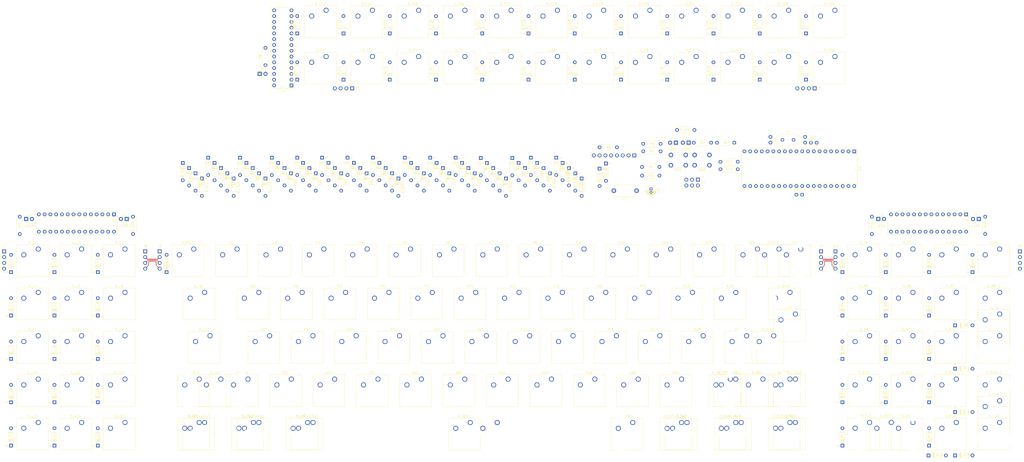
<source format=kicad_pcb>
(kicad_pcb (version 20171130) (host pcbnew "(5.1.4)-1")
  (layers (0 F.Cu signal) (31 B.Cu signal) (34 B.Paste user) (35 F.Paste user) (36 B.SilkS user) (37 F.SilkS user) (38 B.Mask user) (39 F.Mask user) (44 Edge.Cuts user))
  (net 0 "")
  (net 1 GND)
  (net 2 "Net-(C1-Pad1)")
  (net 3 "Net-(C2-Pad1)")
  (net 4 +5V)
  (net 5 VCC)
  (net 6 "Net-(D1-Pad2)")
  (net 7 row_1)
  (net 8 "Net-(D2-Pad2)")
  (net 9 "Net-(D3-Pad2)")
  (net 10 "Net-(D4-Pad2)")
  (net 11 "Net-(D5-Pad2)")
  (net 12 "Net-(D6-Pad2)")
  (net 13 "Net-(D7-Pad2)")
  (net 14 "Net-(D8-Pad2)")
  (net 15 "Net-(D9-Pad2)")
  (net 16 "Net-(D10-Pad2)")
  (net 17 "Net-(D11-Pad2)")
  (net 18 "Net-(D12-Pad2)")
  (net 19 "Net-(D13-Pad2)")
  (net 20 "Net-(D15-Pad2)")
  (net 21 row_2)
  (net 22 "Net-(D16-Pad2)")
  (net 23 "Net-(D17-Pad2)")
  (net 24 row_3)
  (net 25 "Net-(D18-Pad2)")
  (net 26 "Net-(D19-Pad2)")
  (net 27 row_4)
  (net 28 "Net-(D20-Pad2)")
  (net 29 "Net-(D21-Pad2)")
  (net 30 "Net-(D14-1-Pad2)")
  (net 31 "Net-(D14-2-Pad2)")
  (net 32 "Net-(D_14-Pad2)")
  (net 33 "Net-(D_Bsc1-Pad2)")
  (net 34 "Net-(D_CL1-Pad2)")
  (net 35 "Net-(D_Ent1-Pad2)")
  (net 36 "Net-(D_Esc1-Pad2)")
  (net 37 "Net-(D_F1-Pad2)")
  (net 38 row_f0)
  (net 39 "Net-(D_F2-Pad2)")
  (net 40 "Net-(D_F3-Pad2)")
  (net 41 "Net-(D_F4-Pad2)")
  (net 42 "Net-(D_F5-Pad2)")
  (net 43 "Net-(D_F6-Pad2)")
  (net 44 "Net-(D_F7-Pad2)")
  (net 45 "Net-(D_F8-Pad2)")
  (net 46 "Net-(D_F9-Pad2)")
  (net 47 "Net-(D_F10-Pad2)")
  (net 48 "Net-(D_F11-Pad2)")
  (net 49 "Net-(D_F12-Pad2)")
  (net 50 "Net-(D_F13-Pad2)")
  (net 51 row_f1)
  (net 52 "Net-(D_F14-Pad2)")
  (net 53 "Net-(D_F15-Pad2)")
  (net 54 "Net-(D_F16-Pad2)")
  (net 55 "Net-(D_F17-Pad2)")
  (net 56 "Net-(D_F18-Pad2)")
  (net 57 "Net-(D_F19-Pad2)")
  (net 58 "Net-(D_F20-Pad2)")
  (net 59 "Net-(D_F21-Pad2)")
  (net 60 "Net-(D_F22-Pad2)")
  (net 61 "Net-(D_F23-Pad2)")
  (net 62 "Net-(D_F24-Pad2)")
  (net 63 "Net-(D_Fn1-Pad2)")
  (net 64 row_5)
  (net 65 "Net-(D_L4-Pad2)")
  (net 66 row_l1)
  (net 67 "Net-(D_L5-Pad2)")
  (net 68 "Net-(D_L6-Pad2)")
  (net 69 "Net-(D_L7-Pad2)")
  (net 70 row_l2)
  (net 71 "Net-(D_L8-Pad2)")
  (net 72 "Net-(D_L9-Pad2)")
  (net 73 "Net-(D_L10-Pad2)")
  (net 74 row_l3)
  (net 75 "Net-(D_L11-Pad2)")
  (net 76 "Net-(D_L12-Pad2)")
  (net 77 "Net-(D_L13-Pad2)")
  (net 78 col_l1)
  (net 79 "Net-(D_L14-Pad2)")
  (net 80 row_l5)
  (net 81 "Net-(D_L15-Pad2)")
  (net 82 "Net-(D_LA1-Pad2)")
  (net 83 "Net-(D_LC1-Pad2)")
  (net 84 "Net-(D_LS1-Pad2)")
  (net 85 "Net-(D_LSu1-Pad2)")
  (net 86 "Net-(D_Men1-Pad2)")
  (net 87 "Net-(D_R1-Pad2)")
  (net 88 row_r1)
  (net 89 "Net-(D_R2-Pad2)")
  (net 90 "Net-(D_R3-Pad2)")
  (net 91 "Net-(D_R4-Pad2)")
  (net 92 "Net-(D_R5-Pad2)")
  (net 93 row_r2)
  (net 94 "Net-(D_R6-Pad2)")
  (net 95 "Net-(D_R7-Pad2)")
  (net 96 "Net-(D_R8-Pad2)")
  (net 97 "Net-(D_R9-Pad2)")
  (net 98 row_r3)
  (net 99 "Net-(D_R10-Pad2)")
  (net 100 "Net-(D_R11-Pad2)")
  (net 101 "Net-(D_R12-Pad2)")
  (net 102 row_r4)
  (net 103 "Net-(D_R13-Pad2)")
  (net 104 "Net-(D_R14-Pad2)")
  (net 105 "Net-(D_R15-Pad2)")
  (net 106 "Net-(D_R16-Pad2)")
  (net 107 row_r5)
  (net 108 "Net-(D_R17-Pad2)")
  (net 109 "Net-(D_R18-Pad2)")
  (net 110 "Net-(D_RA1-Pad2)")
  (net 111 "Net-(D_RC1-Pad2)")
  (net 112 "Net-(D_RS1-Pad2)")
  (net 113 "Net-(D_SPC1-Pad2)")
  (net 114 "Net-(D_Tb1-Pad2)")
  (net 115 "Net-(DA1-Pad2)")
  (net 116 "Net-(DB1-Pad2)")
  (net 117 "Net-(DC1-Pad2)")
  (net 118 "Net-(DD1-Pad2)")
  (net 119 "Net-(DE1-Pad2)")
  (net 120 "Net-(DF1-Pad2)")
  (net 121 "Net-(DG1-Pad2)")
  (net 122 "Net-(DH1-Pad2)")
  (net 123 "Net-(DI1-Pad2)")
  (net 124 "Net-(DJ1-Pad2)")
  (net 125 "Net-(DK1-Pad2)")
  (net 126 "Net-(DL1-Pad2)")
  (net 127 "Net-(DM1-Pad2)")
  (net 128 "Net-(DN1-Pad2)")
  (net 129 "Net-(DO1-Pad2)")
  (net 130 "Net-(DP1-Pad2)")
  (net 131 "Net-(DQ1-Pad2)")
  (net 132 "Net-(DR1-Pad2)")
  (net 133 "Net-(DS1-Pad2)")
  (net 134 "Net-(DT1-Pad2)")
  (net 135 "Net-(DU1-Pad2)")
  (net 136 "Net-(DV1-Pad2)")
  (net 137 "Net-(DW1-Pad2)")
  (net 138 "Net-(DX1-Pad2)")
  (net 139 "Net-(DY1-Pad2)")
  (net 140 "Net-(DZ1-Pad2)")
  (net 141 "Net-(DZ2-Pad1)")
  (net 142 "Net-(DZ3-Pad1)")
  (net 143 RESET)
  (net 144 MOSI)
  (net 145 SCK)
  (net 146 MISO)
  (net 147 "Net-(J2-Pad4)")
  (net 148 "Net-(J2-Pad3)")
  (net 149 SCL)
  (net 150 SDA)
  (net 151 col_2)
  (net 152 col_3)
  (net 153 col_4)
  (net 154 col_5)
  (net 155 col_6)
  (net 156 col_7)
  (net 157 col_8)
  (net 158 col_9)
  (net 159 col_10)
  (net 160 col_11)
  (net 161 col_12)
  (net 162 col_13)
  (net 163 col_14)
  (net 164 col_15)
  (net 165 col_1)
  (net 166 col_f0)
  (net 167 col_f1)
  (net 168 col_f2)
  (net 169 col_f3)
  (net 170 col_f4)
  (net 171 col_f5)
  (net 172 col_f6)
  (net 173 col_f7)
  (net 174 col_f8)
  (net 175 col_f9)
  (net 176 col_f10)
  (net 177 col_f11)
  (net 178 col_l2)
  (net 179 col_l3)
  (net 180 col_r1)
  (net 181 col_r2)
  (net 182 col_r3)
  (net 183 col_r4)
  (net 184 "Net-(LED1-Pad1)")
  (net 185 "Net-(LED2-Pad1)")
  (net 186 "Net-(LED3-Pad1)")
  (net 187 "Net-(LED4-Pad1)")
  (net 188 NUM_LCK)
  (net 189 SCR_LCK)
  (net 190 CPS_LCK)
  (net 191 D-)
  (net 192 D+)
  (net 193 BOOT)
  (net 194 "Net-(D_L1-Pad2)")
  (net 195 "Net-(D_L2-Pad2)")
  (net 196 "Net-(D_L3-Pad2)")
  (net 197 row_l4)
  (net 198 "Net-(D_R19-Pad2)")
  (net 199 "Net-(D_R20-Pad2)")
  (net 200 "Net-(D_RS2-Pad2)")
  (net 201 "Net-(LED5-Pad1)")
  (net 202 "Net-(LED6-Pad1)")
  (net 203 "Net-(LED7-Pad1)")
  (module Button_Switch_Keyboard:SW_Cherry_MX_1.00u_PCB (layer F.Cu) (at 84.328 229.362)
    (fp_text reference K_L14 (at -2.54 -2.794) (layer F.SilkS))
    (fp_text value KEYSW)
    (pad "" np_thru_hole circle (at 2.54 5.08) (size 1.7 1.7) (drill 1.7) (layers *.Cu *.Mask))
    (pad "" np_thru_hole circle (at -7.62 5.08) (size 1.7 1.7) (drill 1.7) (layers *.Cu *.Mask))
    (pad "" np_thru_hole circle (at -2.54 5.08) (size 4 4) (drill 4) (layers *.Cu *.Mask))
    (pad 2 thru_hole circle (at -6.35 2.54) (size 2.2 2.2) (drill 1.5) (layers *.Cu *.Mask) (net 79 "Net-(D_L14-Pad2)"))
    (pad 1 thru_hole circle (at 0 0) (size 2.2 2.2) (drill 1.5) (layers *.Cu *.Mask) (net 178 col_l2))
  )
  (module Button_Switch_Keyboard:SW_Cherry_MX_1.00u_PCB (layer F.Cu) (at 103.378 153.162)
    (fp_text reference K_L3 (at -2.54 -2.794) (layer F.SilkS))
    (fp_text value KEYSW)
    (pad "" np_thru_hole circle (at 2.54 5.08) (size 1.7 1.7) (drill 1.7) (layers *.Cu *.Mask))
    (pad "" np_thru_hole circle (at -7.62 5.08) (size 1.7 1.7) (drill 1.7) (layers *.Cu *.Mask))
    (pad "" np_thru_hole circle (at -2.54 5.08) (size 4 4) (drill 4) (layers *.Cu *.Mask))
    (pad 2 thru_hole circle (at -6.35 2.54) (size 2.2 2.2) (drill 1.5) (layers *.Cu *.Mask) (net 196 "Net-(D_L3-Pad2)"))
    (pad 1 thru_hole circle (at 0 0) (size 2.2 2.2) (drill 1.5) (layers *.Cu *.Mask) (net 179 col_l3))
  )
  (module Button_Switch_Keyboard:SW_Cherry_MX_2.25u_PCB (layer F.Cu) (at 388.4042 191.2643)
    (fp_text reference K_Ent1 (at -2.54 -2.794) (layer F.SilkS))
    (fp_text value KEYSW)
    (pad "" np_thru_hole circle (at 9.36 -1.92) (size 3.05 3.05) (drill 3.05) (layers *.Cu *.Mask))
    (pad "" np_thru_hole circle (at -14.44 -1.92) (size 3.05 3.05) (drill 3.05) (layers *.Cu *.Mask))
    (pad "" np_thru_hole circle (at -14.44 13.32) (size 4 4) (drill 4) (layers *.Cu *.Mask))
    (pad "" np_thru_hole circle (at 9.36 13.32) (size 4 4) (drill 4) (layers *.Cu *.Mask))
    (pad "" np_thru_hole circle (at 2.54 5.08) (size 1.7 1.7) (drill 1.7) (layers *.Cu *.Mask))
    (pad "" np_thru_hole circle (at -7.62 5.08) (size 1.7 1.7) (drill 1.7) (layers *.Cu *.Mask))
    (pad "" np_thru_hole circle (at -2.54 5.08) (size 4 4) (drill 4) (layers *.Cu *.Mask))
    (pad 2 thru_hole circle (at -6.35 2.54) (size 2.2 2.2) (drill 1.5) (layers *.Cu *.Mask) (net 35 "Net-(D_Ent1-Pad2)"))
    (pad 1 thru_hole circle (at 0 0) (size 2.2 2.2) (drill 1.5) (layers *.Cu *.Mask) (net 164 col_15))
  )
  (module Button_Switch_Keyboard:SW_Cherry_MX_1.75u_PCB (layer F.Cu) (at 140.7414 191.262)
    (fp_text reference K_CL1 (at -2.54 -2.794) (layer F.SilkS))
    (fp_text value KEYSW)
    (pad "" np_thru_hole circle (at 2.54 5.08) (size 1.7 1.7) (drill 1.7) (layers *.Cu *.Mask))
    (pad "" np_thru_hole circle (at -7.62 5.08) (size 1.7 1.7) (drill 1.7) (layers *.Cu *.Mask))
    (pad "" np_thru_hole circle (at -2.54 5.08) (size 4 4) (drill 4) (layers *.Cu *.Mask))
    (pad 2 thru_hole circle (at -6.35 2.54) (size 2.2 2.2) (drill 1.5) (layers *.Cu *.Mask) (net 34 "Net-(D_CL1-Pad2)"))
    (pad 1 thru_hole circle (at 0 0) (size 2.2 2.2) (drill 1.5) (layers *.Cu *.Mask) (net 165 col_1))
  )
  (module Button_Switch_Keyboard:SW_Cherry_MX_1.50u_PCB (layer F.Cu) (at 395.5542 172.212)
    (fp_text reference K_Bsc1 (at -2.54 -2.794) (layer F.SilkS))
    (fp_text value KEYSW)
    (pad "" np_thru_hole circle (at 2.54 5.08) (size 1.7 1.7) (drill 1.7) (layers *.Cu *.Mask))
    (pad "" np_thru_hole circle (at -7.62 5.08) (size 1.7 1.7) (drill 1.7) (layers *.Cu *.Mask))
    (pad "" np_thru_hole circle (at -2.54 5.08) (size 4 4) (drill 4) (layers *.Cu *.Mask))
    (pad 2 thru_hole circle (at -6.35 2.54) (size 2.2 2.2) (drill 1.5) (layers *.Cu *.Mask) (net 33 "Net-(D_Bsc1-Pad2)"))
    (pad 1 thru_hole circle (at 0 0) (size 2.2 2.2) (drill 1.5) (layers *.Cu *.Mask) (net 164 col_15))
  )
  (module Button_Switch_Keyboard:SW_Cherry_MX_1.00u_PCB (layer F.Cu) (at 157.4292 210.312)
    (fp_text reference K14-2 (at -2.54 -2.794) (layer F.SilkS))
    (fp_text value KEYSW)
    (pad "" np_thru_hole circle (at 2.54 5.08) (size 1.7 1.7) (drill 1.7) (layers *.Cu *.Mask))
    (pad "" np_thru_hole circle (at -7.62 5.08) (size 1.7 1.7) (drill 1.7) (layers *.Cu *.Mask))
    (pad "" np_thru_hole circle (at -2.54 5.08) (size 4 4) (drill 4) (layers *.Cu *.Mask))
    (pad 2 thru_hole circle (at -6.35 2.54) (size 2.2 2.2) (drill 1.5) (layers *.Cu *.Mask) (net 31 "Net-(D14-2-Pad2)"))
    (pad 1 thru_hole circle (at 0 0) (size 2.2 2.2) (drill 1.5) (layers *.Cu *.Mask) (net 151 col_2))
  )
  (module Button_Switch_Keyboard:SW_Cherry_MX_1.00u_PCB (layer F.Cu) (at 376.5042 191.262)
    (fp_text reference K14-1 (at -2.54 -2.794) (layer F.SilkS))
    (fp_text value KEYSW)
    (pad "" np_thru_hole circle (at 2.54 5.08) (size 1.7 1.7) (drill 1.7) (layers *.Cu *.Mask))
    (pad "" np_thru_hole circle (at -7.62 5.08) (size 1.7 1.7) (drill 1.7) (layers *.Cu *.Mask))
    (pad "" np_thru_hole circle (at -2.54 5.08) (size 4 4) (drill 4) (layers *.Cu *.Mask))
    (pad 2 thru_hole circle (at -6.35 2.54) (size 2.2 2.2) (drill 1.5) (layers *.Cu *.Mask) (net 30 "Net-(D14-1-Pad2)"))
    (pad 1 thru_hole circle (at 0 0) (size 2.2 2.2) (drill 1.5) (layers *.Cu *.Mask) (net 163 col_14))
  )
  (module Button_Switch_Keyboard:SW_Cherry_MX_2.00u_PCB (layer F.Cu) (at 390.741 153.177)
    (fp_text reference K13-1 (at -2.54 -2.794) (layer F.SilkS))
    (fp_text value KEYSW)
    (pad "" np_thru_hole circle (at 9.36 -1.92) (size 3.05 3.05) (drill 3.05) (layers *.Cu *.Mask))
    (pad "" np_thru_hole circle (at -14.44 -1.92) (size 3.05 3.05) (drill 3.05) (layers *.Cu *.Mask))
    (pad "" np_thru_hole circle (at -14.44 13.32) (size 4 4) (drill 4) (layers *.Cu *.Mask))
    (pad "" np_thru_hole circle (at 9.36 13.32) (size 4 4) (drill 4) (layers *.Cu *.Mask))
    (pad "" np_thru_hole circle (at 2.54 5.08) (size 1.7 1.7) (drill 1.7) (layers *.Cu *.Mask))
    (pad "" np_thru_hole circle (at -7.62 5.08) (size 1.7 1.7) (drill 1.7) (layers *.Cu *.Mask))
    (pad "" np_thru_hole circle (at -2.54 5.08) (size 4 4) (drill 4) (layers *.Cu *.Mask))
    (pad 2 thru_hole circle (at -6.35 2.54) (size 2.2 2.2) (drill 1.5) (layers *.Cu *.Mask) (net 19 "Net-(D13-Pad2)"))
    (pad 1 thru_hole circle (at 0 0) (size 2.2 2.2) (drill 1.5) (layers *.Cu *.Mask) (net 163 col_14))
  )
  (module Button_Switch_Keyboard:SW_Cherry_MX_1.00u_PCB (layer F.Cu) (at 347.9165 210.3247)
    (fp_text reference K21 (at -2.54 -2.794) (layer F.SilkS))
    (fp_text value KEYSW)
    (pad "" np_thru_hole circle (at 2.54 5.08) (size 1.7 1.7) (drill 1.7) (layers *.Cu *.Mask))
    (pad "" np_thru_hole circle (at -7.62 5.08) (size 1.7 1.7) (drill 1.7) (layers *.Cu *.Mask))
    (pad "" np_thru_hole circle (at -2.54 5.08) (size 4 4) (drill 4) (layers *.Cu *.Mask))
    (pad 2 thru_hole circle (at -6.35 2.54) (size 2.2 2.2) (drill 1.5) (layers *.Cu *.Mask) (net 29 "Net-(D21-Pad2)"))
    (pad 1 thru_hole circle (at 0 0) (size 2.2 2.2) (drill 1.5) (layers *.Cu *.Mask) (net 161 col_12))
  )
  (module Button_Switch_Keyboard:SW_Cherry_MX_1.00u_PCB (layer F.Cu) (at 328.8665 210.3247)
    (fp_text reference K20 (at -2.54 -2.794) (layer F.SilkS))
    (fp_text value KEYSW)
    (pad "" np_thru_hole circle (at 2.54 5.08) (size 1.7 1.7) (drill 1.7) (layers *.Cu *.Mask))
    (pad "" np_thru_hole circle (at -7.62 5.08) (size 1.7 1.7) (drill 1.7) (layers *.Cu *.Mask))
    (pad "" np_thru_hole circle (at -2.54 5.08) (size 4 4) (drill 4) (layers *.Cu *.Mask))
    (pad 2 thru_hole circle (at -6.35 2.54) (size 2.2 2.2) (drill 1.5) (layers *.Cu *.Mask) (net 28 "Net-(D20-Pad2)"))
    (pad 1 thru_hole circle (at 0 0) (size 2.2 2.2) (drill 1.5) (layers *.Cu *.Mask) (net 160 col_11))
  )
  (module Button_Switch_Keyboard:SW_Cherry_MX_1.00u_PCB (layer F.Cu) (at 309.8165 210.312)
    (fp_text reference K19 (at -2.54 -2.794) (layer F.SilkS))
    (fp_text value KEYSW)
    (pad "" np_thru_hole circle (at 2.54 5.08) (size 1.7 1.7) (drill 1.7) (layers *.Cu *.Mask))
    (pad "" np_thru_hole circle (at -7.62 5.08) (size 1.7 1.7) (drill 1.7) (layers *.Cu *.Mask))
    (pad "" np_thru_hole circle (at -2.54 5.08) (size 4 4) (drill 4) (layers *.Cu *.Mask))
    (pad 2 thru_hole circle (at -6.35 2.54) (size 2.2 2.2) (drill 1.5) (layers *.Cu *.Mask) (net 26 "Net-(D19-Pad2)"))
    (pad 1 thru_hole circle (at 0 0) (size 2.2 2.2) (drill 1.5) (layers *.Cu *.Mask) (net 159 col_10))
  )
  (module Button_Switch_Keyboard:SW_Cherry_MX_1.00u_PCB (layer F.Cu) (at 357.4288 191.262)
    (fp_text reference K18 (at -2.54 -2.794) (layer F.SilkS))
    (fp_text value KEYSW)
    (pad "" np_thru_hole circle (at 2.54 5.08) (size 1.7 1.7) (drill 1.7) (layers *.Cu *.Mask))
    (pad "" np_thru_hole circle (at -7.62 5.08) (size 1.7 1.7) (drill 1.7) (layers *.Cu *.Mask))
    (pad "" np_thru_hole circle (at -2.54 5.08) (size 4 4) (drill 4) (layers *.Cu *.Mask))
    (pad 2 thru_hole circle (at -6.35 2.54) (size 2.2 2.2) (drill 1.5) (layers *.Cu *.Mask) (net 25 "Net-(D18-Pad2)"))
    (pad 1 thru_hole circle (at 0 0) (size 2.2 2.2) (drill 1.5) (layers *.Cu *.Mask) (net 161 col_12))
  )
  (module Button_Switch_Keyboard:SW_Cherry_MX_1.00u_PCB (layer F.Cu) (at 338.3661 191.262)
    (fp_text reference K17 (at -2.54 -2.794) (layer F.SilkS))
    (fp_text value KEYSW)
    (pad "" np_thru_hole circle (at 2.54 5.08) (size 1.7 1.7) (drill 1.7) (layers *.Cu *.Mask))
    (pad "" np_thru_hole circle (at -7.62 5.08) (size 1.7 1.7) (drill 1.7) (layers *.Cu *.Mask))
    (pad "" np_thru_hole circle (at -2.54 5.08) (size 4 4) (drill 4) (layers *.Cu *.Mask))
    (pad 2 thru_hole circle (at -6.35 2.54) (size 2.2 2.2) (drill 1.5) (layers *.Cu *.Mask) (net 23 "Net-(D17-Pad2)"))
    (pad 1 thru_hole circle (at 0 0) (size 2.2 2.2) (drill 1.5) (layers *.Cu *.Mask) (net 160 col_11))
  )
  (module Button_Switch_Keyboard:SW_Cherry_MX_1.00u_PCB (layer F.Cu) (at 371.7544 172.212)
    (fp_text reference K16 (at -2.54 -2.794) (layer F.SilkS))
    (fp_text value KEYSW)
    (pad "" np_thru_hole circle (at 2.54 5.08) (size 1.7 1.7) (drill 1.7) (layers *.Cu *.Mask))
    (pad "" np_thru_hole circle (at -7.62 5.08) (size 1.7 1.7) (drill 1.7) (layers *.Cu *.Mask))
    (pad "" np_thru_hole circle (at -2.54 5.08) (size 4 4) (drill 4) (layers *.Cu *.Mask))
    (pad 2 thru_hole circle (at -6.35 2.54) (size 2.2 2.2) (drill 1.5) (layers *.Cu *.Mask) (net 22 "Net-(D16-Pad2)"))
    (pad 1 thru_hole circle (at 0 0) (size 2.2 2.2) (drill 1.5) (layers *.Cu *.Mask) (net 162 col_13))
  )
  (module Button_Switch_Keyboard:SW_Cherry_MX_1.00u_PCB (layer F.Cu) (at 352.7044 172.212)
    (fp_text reference K15 (at -2.54 -2.794) (layer F.SilkS))
    (fp_text value KEYSW)
    (pad "" np_thru_hole circle (at 2.54 5.08) (size 1.7 1.7) (drill 1.7) (layers *.Cu *.Mask))
    (pad "" np_thru_hole circle (at -7.62 5.08) (size 1.7 1.7) (drill 1.7) (layers *.Cu *.Mask))
    (pad "" np_thru_hole circle (at -2.54 5.08) (size 4 4) (drill 4) (layers *.Cu *.Mask))
    (pad 2 thru_hole circle (at -6.35 2.54) (size 2.2 2.2) (drill 1.5) (layers *.Cu *.Mask) (net 20 "Net-(D15-Pad2)"))
    (pad 1 thru_hole circle (at 0 0) (size 2.2 2.2) (drill 1.5) (layers *.Cu *.Mask) (net 161 col_12))
  )
  (module Button_Switch_Keyboard:SW_Cherry_MX_1.00u_PCB (layer F.Cu) (at 400.304 153.162)
    (fp_text reference K14 (at -2.54 -2.794) (layer F.SilkS))
    (fp_text value KEYSW)
    (pad "" np_thru_hole circle (at 2.54 5.08) (size 1.7 1.7) (drill 1.7) (layers *.Cu *.Mask))
    (pad "" np_thru_hole circle (at -7.62 5.08) (size 1.7 1.7) (drill 1.7) (layers *.Cu *.Mask))
    (pad "" np_thru_hole circle (at -2.54 5.08) (size 4 4) (drill 4) (layers *.Cu *.Mask))
    (pad 2 thru_hole circle (at -6.35 2.54) (size 2.2 2.2) (drill 1.5) (layers *.Cu *.Mask) (net 32 "Net-(D_14-Pad2)"))
    (pad 1 thru_hole circle (at 0 0) (size 2.2 2.2) (drill 1.5) (layers *.Cu *.Mask) (net 164 col_15))
  )
  (module Button_Switch_Keyboard:SW_Cherry_MX_1.00u_PCB (layer F.Cu) (at 381.254 153.162)
    (fp_text reference K13 (at -2.54 -2.794) (layer F.SilkS))
    (fp_text value KEYSW)
    (pad "" np_thru_hole circle (at 2.54 5.08) (size 1.7 1.7) (drill 1.7) (layers *.Cu *.Mask))
    (pad "" np_thru_hole circle (at -7.62 5.08) (size 1.7 1.7) (drill 1.7) (layers *.Cu *.Mask))
    (pad "" np_thru_hole circle (at -2.54 5.08) (size 4 4) (drill 4) (layers *.Cu *.Mask))
    (pad 2 thru_hole circle (at -6.35 2.54) (size 2.2 2.2) (drill 1.5) (layers *.Cu *.Mask) (net 19 "Net-(D13-Pad2)"))
    (pad 1 thru_hole circle (at 0 0) (size 2.2 2.2) (drill 1.5) (layers *.Cu *.Mask) (net 163 col_14))
  )
  (module Button_Switch_Keyboard:SW_Cherry_MX_1.00u_PCB (layer F.Cu) (at 362.204 153.162)
    (fp_text reference K12 (at -2.54 -2.794) (layer F.SilkS))
    (fp_text value KEYSW)
    (pad "" np_thru_hole circle (at 2.54 5.08) (size 1.7 1.7) (drill 1.7) (layers *.Cu *.Mask))
    (pad "" np_thru_hole circle (at -7.62 5.08) (size 1.7 1.7) (drill 1.7) (layers *.Cu *.Mask))
    (pad "" np_thru_hole circle (at -2.54 5.08) (size 4 4) (drill 4) (layers *.Cu *.Mask))
    (pad 2 thru_hole circle (at -6.35 2.54) (size 2.2 2.2) (drill 1.5) (layers *.Cu *.Mask) (net 18 "Net-(D12-Pad2)"))
    (pad 1 thru_hole circle (at 0 0) (size 2.2 2.2) (drill 1.5) (layers *.Cu *.Mask) (net 162 col_13))
  )
  (module Button_Switch_Keyboard:SW_Cherry_MX_1.00u_PCB (layer F.Cu) (at 343.154 153.162)
    (fp_text reference K11 (at -2.54 -2.794) (layer F.SilkS))
    (fp_text value KEYSW)
    (pad "" np_thru_hole circle (at 2.54 5.08) (size 1.7 1.7) (drill 1.7) (layers *.Cu *.Mask))
    (pad "" np_thru_hole circle (at -7.62 5.08) (size 1.7 1.7) (drill 1.7) (layers *.Cu *.Mask))
    (pad "" np_thru_hole circle (at -2.54 5.08) (size 4 4) (drill 4) (layers *.Cu *.Mask))
    (pad 2 thru_hole circle (at -6.35 2.54) (size 2.2 2.2) (drill 1.5) (layers *.Cu *.Mask) (net 17 "Net-(D11-Pad2)"))
    (pad 1 thru_hole circle (at 0 0) (size 2.2 2.2) (drill 1.5) (layers *.Cu *.Mask) (net 161 col_12))
  )
  (module Button_Switch_Keyboard:SW_Cherry_MX_1.00u_PCB (layer F.Cu) (at 324.104 153.162)
    (fp_text reference K10 (at -2.54 -2.794) (layer F.SilkS))
    (fp_text value KEYSW)
    (pad "" np_thru_hole circle (at 2.54 5.08) (size 1.7 1.7) (drill 1.7) (layers *.Cu *.Mask))
    (pad "" np_thru_hole circle (at -7.62 5.08) (size 1.7 1.7) (drill 1.7) (layers *.Cu *.Mask))
    (pad "" np_thru_hole circle (at -2.54 5.08) (size 4 4) (drill 4) (layers *.Cu *.Mask))
    (pad 2 thru_hole circle (at -6.35 2.54) (size 2.2 2.2) (drill 1.5) (layers *.Cu *.Mask) (net 16 "Net-(D10-Pad2)"))
    (pad 1 thru_hole circle (at 0 0) (size 2.2 2.2) (drill 1.5) (layers *.Cu *.Mask) (net 160 col_11))
  )
  (module Button_Switch_Keyboard:SW_Cherry_MX_1.00u_PCB (layer F.Cu) (at 305.054 153.162)
    (fp_text reference K9 (at -2.54 -2.794) (layer F.SilkS))
    (fp_text value KEYSW)
    (pad "" np_thru_hole circle (at 2.54 5.08) (size 1.7 1.7) (drill 1.7) (layers *.Cu *.Mask))
    (pad "" np_thru_hole circle (at -7.62 5.08) (size 1.7 1.7) (drill 1.7) (layers *.Cu *.Mask))
    (pad "" np_thru_hole circle (at -2.54 5.08) (size 4 4) (drill 4) (layers *.Cu *.Mask))
    (pad 2 thru_hole circle (at -6.35 2.54) (size 2.2 2.2) (drill 1.5) (layers *.Cu *.Mask) (net 15 "Net-(D9-Pad2)"))
    (pad 1 thru_hole circle (at 0 0) (size 2.2 2.2) (drill 1.5) (layers *.Cu *.Mask) (net 159 col_10))
  )
  (module Button_Switch_Keyboard:SW_Cherry_MX_1.00u_PCB (layer F.Cu) (at 286.004 153.162)
    (fp_text reference K8 (at -2.54 -2.794) (layer F.SilkS))
    (fp_text value KEYSW)
    (pad "" np_thru_hole circle (at 2.54 5.08) (size 1.7 1.7) (drill 1.7) (layers *.Cu *.Mask))
    (pad "" np_thru_hole circle (at -7.62 5.08) (size 1.7 1.7) (drill 1.7) (layers *.Cu *.Mask))
    (pad "" np_thru_hole circle (at -2.54 5.08) (size 4 4) (drill 4) (layers *.Cu *.Mask))
    (pad 2 thru_hole circle (at -6.35 2.54) (size 2.2 2.2) (drill 1.5) (layers *.Cu *.Mask) (net 14 "Net-(D8-Pad2)"))
    (pad 1 thru_hole circle (at 0 0) (size 2.2 2.2) (drill 1.5) (layers *.Cu *.Mask) (net 158 col_9))
  )
  (module Button_Switch_Keyboard:SW_Cherry_MX_1.00u_PCB (layer F.Cu) (at 266.954 153.162)
    (fp_text reference K7 (at -2.54 -2.794) (layer F.SilkS))
    (fp_text value KEYSW)
    (pad "" np_thru_hole circle (at 2.54 5.08) (size 1.7 1.7) (drill 1.7) (layers *.Cu *.Mask))
    (pad "" np_thru_hole circle (at -7.62 5.08) (size 1.7 1.7) (drill 1.7) (layers *.Cu *.Mask))
    (pad "" np_thru_hole circle (at -2.54 5.08) (size 4 4) (drill 4) (layers *.Cu *.Mask))
    (pad 2 thru_hole circle (at -6.35 2.54) (size 2.2 2.2) (drill 1.5) (layers *.Cu *.Mask) (net 13 "Net-(D7-Pad2)"))
    (pad 1 thru_hole circle (at 0 0) (size 2.2 2.2) (drill 1.5) (layers *.Cu *.Mask) (net 157 col_8))
  )
  (module Button_Switch_Keyboard:SW_Cherry_MX_1.00u_PCB (layer F.Cu) (at 247.904 153.162)
    (fp_text reference K6 (at -2.54 -2.794) (layer F.SilkS))
    (fp_text value KEYSW)
    (pad "" np_thru_hole circle (at 2.54 5.08) (size 1.7 1.7) (drill 1.7) (layers *.Cu *.Mask))
    (pad "" np_thru_hole circle (at -7.62 5.08) (size 1.7 1.7) (drill 1.7) (layers *.Cu *.Mask))
    (pad "" np_thru_hole circle (at -2.54 5.08) (size 4 4) (drill 4) (layers *.Cu *.Mask))
    (pad 2 thru_hole circle (at -6.35 2.54) (size 2.2 2.2) (drill 1.5) (layers *.Cu *.Mask) (net 12 "Net-(D6-Pad2)"))
    (pad 1 thru_hole circle (at 0 0) (size 2.2 2.2) (drill 1.5) (layers *.Cu *.Mask) (net 156 col_7))
  )
  (module Button_Switch_Keyboard:SW_Cherry_MX_1.00u_PCB (layer F.Cu) (at 228.854 153.162)
    (fp_text reference K5 (at -2.54 -2.794) (layer F.SilkS))
    (fp_text value KEYSW)
    (pad "" np_thru_hole circle (at 2.54 5.08) (size 1.7 1.7) (drill 1.7) (layers *.Cu *.Mask))
    (pad "" np_thru_hole circle (at -7.62 5.08) (size 1.7 1.7) (drill 1.7) (layers *.Cu *.Mask))
    (pad "" np_thru_hole circle (at -2.54 5.08) (size 4 4) (drill 4) (layers *.Cu *.Mask))
    (pad 2 thru_hole circle (at -6.35 2.54) (size 2.2 2.2) (drill 1.5) (layers *.Cu *.Mask) (net 11 "Net-(D5-Pad2)"))
    (pad 1 thru_hole circle (at 0 0) (size 2.2 2.2) (drill 1.5) (layers *.Cu *.Mask) (net 155 col_6))
  )
  (module Button_Switch_Keyboard:SW_Cherry_MX_1.00u_PCB (layer F.Cu) (at 209.804 153.162)
    (fp_text reference K4 (at -2.54 -2.794) (layer F.SilkS))
    (fp_text value KEYSW)
    (pad "" np_thru_hole circle (at 2.54 5.08) (size 1.7 1.7) (drill 1.7) (layers *.Cu *.Mask))
    (pad "" np_thru_hole circle (at -7.62 5.08) (size 1.7 1.7) (drill 1.7) (layers *.Cu *.Mask))
    (pad "" np_thru_hole circle (at -2.54 5.08) (size 4 4) (drill 4) (layers *.Cu *.Mask))
    (pad 2 thru_hole circle (at -6.35 2.54) (size 2.2 2.2) (drill 1.5) (layers *.Cu *.Mask) (net 10 "Net-(D4-Pad2)"))
    (pad 1 thru_hole circle (at 0 0) (size 2.2 2.2) (drill 1.5) (layers *.Cu *.Mask) (net 154 col_5))
  )
  (module Button_Switch_Keyboard:SW_Cherry_MX_1.00u_PCB (layer F.Cu) (at 190.754 153.162)
    (fp_text reference K3 (at -2.54 -2.794) (layer F.SilkS))
    (fp_text value KEYSW)
    (pad "" np_thru_hole circle (at 2.54 5.08) (size 1.7 1.7) (drill 1.7) (layers *.Cu *.Mask))
    (pad "" np_thru_hole circle (at -7.62 5.08) (size 1.7 1.7) (drill 1.7) (layers *.Cu *.Mask))
    (pad "" np_thru_hole circle (at -2.54 5.08) (size 4 4) (drill 4) (layers *.Cu *.Mask))
    (pad 2 thru_hole circle (at -6.35 2.54) (size 2.2 2.2) (drill 1.5) (layers *.Cu *.Mask) (net 9 "Net-(D3-Pad2)"))
    (pad 1 thru_hole circle (at 0 0) (size 2.2 2.2) (drill 1.5) (layers *.Cu *.Mask) (net 153 col_4))
  )
  (module Button_Switch_Keyboard:SW_Cherry_MX_1.00u_PCB (layer F.Cu) (at 171.704 153.162)
    (fp_text reference K2 (at -2.54 -2.794) (layer F.SilkS))
    (fp_text value KEYSW)
    (pad "" np_thru_hole circle (at 2.54 5.08) (size 1.7 1.7) (drill 1.7) (layers *.Cu *.Mask))
    (pad "" np_thru_hole circle (at -7.62 5.08) (size 1.7 1.7) (drill 1.7) (layers *.Cu *.Mask))
    (pad "" np_thru_hole circle (at -2.54 5.08) (size 4 4) (drill 4) (layers *.Cu *.Mask))
    (pad 2 thru_hole circle (at -6.35 2.54) (size 2.2 2.2) (drill 1.5) (layers *.Cu *.Mask) (net 8 "Net-(D2-Pad2)"))
    (pad 1 thru_hole circle (at 0 0) (size 2.2 2.2) (drill 1.5) (layers *.Cu *.Mask) (net 152 col_3))
  )
  (module Button_Switch_Keyboard:SW_Cherry_MX_1.00u_PCB (layer F.Cu) (at 152.654 153.162)
    (fp_text reference K1 (at -2.54 -2.794) (layer F.SilkS))
    (fp_text value KEYSW)
    (pad "" np_thru_hole circle (at 2.54 5.08) (size 1.7 1.7) (drill 1.7) (layers *.Cu *.Mask))
    (pad "" np_thru_hole circle (at -7.62 5.08) (size 1.7 1.7) (drill 1.7) (layers *.Cu *.Mask))
    (pad "" np_thru_hole circle (at -2.54 5.08) (size 4 4) (drill 4) (layers *.Cu *.Mask))
    (pad 2 thru_hole circle (at -6.35 2.54) (size 2.2 2.2) (drill 1.5) (layers *.Cu *.Mask) (net 6 "Net-(D1-Pad2)"))
    (pad 1 thru_hole circle (at 0 0) (size 2.2 2.2) (drill 1.5) (layers *.Cu *.Mask) (net 151 col_2))
  )
  (module Package_DIP:DIP-28_W7.62mm_Socket (layer F.Cu) (at 472.948 137.922 270)
    (fp_text reference U4 (at 2.54 0 180) (layer F.SilkS))
    (fp_text value MCP23017_SP)
    (pad 28 thru_hole oval (at 7.62 0 270) (size 1.6 1.6) (drill 0.8) (layers *.Cu *.Mask))
    (pad 14 thru_hole oval (at 0 33.02 270) (size 1.6 1.6) (drill 0.8) (layers *.Cu *.Mask))
    (pad 27 thru_hole oval (at 7.62 2.54 270) (size 1.6 1.6) (drill 0.8) (layers *.Cu *.Mask))
    (pad 13 thru_hole oval (at 0 30.48 270) (size 1.6 1.6) (drill 0.8) (layers *.Cu *.Mask) (net 150 SDA))
    (pad 26 thru_hole oval (at 7.62 5.08 270) (size 1.6 1.6) (drill 0.8) (layers *.Cu *.Mask))
    (pad 12 thru_hole oval (at 0 27.94 270) (size 1.6 1.6) (drill 0.8) (layers *.Cu *.Mask) (net 149 SCL))
    (pad 25 thru_hole oval (at 7.62 7.62 270) (size 1.6 1.6) (drill 0.8) (layers *.Cu *.Mask))
    (pad 11 thru_hole oval (at 0 25.4 270) (size 1.6 1.6) (drill 0.8) (layers *.Cu *.Mask))
    (pad 24 thru_hole oval (at 7.62 10.16 270) (size 1.6 1.6) (drill 0.8) (layers *.Cu *.Mask))
    (pad 10 thru_hole oval (at 0 22.86 270) (size 1.6 1.6) (drill 0.8) (layers *.Cu *.Mask) (net 1 GND))
    (pad 23 thru_hole oval (at 7.62 12.7 270) (size 1.6 1.6) (drill 0.8) (layers *.Cu *.Mask))
    (pad 9 thru_hole oval (at 0 20.32 270) (size 1.6 1.6) (drill 0.8) (layers *.Cu *.Mask) (net 4 +5V))
    (pad 22 thru_hole oval (at 7.62 15.24 270) (size 1.6 1.6) (drill 0.8) (layers *.Cu *.Mask) (net 188 NUM_LCK))
    (pad 8 thru_hole oval (at 0 17.78 270) (size 1.6 1.6) (drill 0.8) (layers *.Cu *.Mask) (net 182 col_r3))
    (pad 21 thru_hole oval (at 7.62 17.78 270) (size 1.6 1.6) (drill 0.8) (layers *.Cu *.Mask) (net 183 col_r4))
    (pad 7 thru_hole oval (at 0 15.24 270) (size 1.6 1.6) (drill 0.8) (layers *.Cu *.Mask) (net 181 col_r2))
    (pad 20 thru_hole oval (at 7.62 20.32 270) (size 1.6 1.6) (drill 0.8) (layers *.Cu *.Mask))
    (pad 6 thru_hole oval (at 0 12.7 270) (size 1.6 1.6) (drill 0.8) (layers *.Cu *.Mask) (net 180 col_r1))
    (pad 19 thru_hole oval (at 7.62 22.86 270) (size 1.6 1.6) (drill 0.8) (layers *.Cu *.Mask))
    (pad 5 thru_hole oval (at 0 10.16 270) (size 1.6 1.6) (drill 0.8) (layers *.Cu *.Mask) (net 107 row_r5))
    (pad 18 thru_hole oval (at 7.62 25.4 270) (size 1.6 1.6) (drill 0.8) (layers *.Cu *.Mask) (net 4 +5V))
    (pad 4 thru_hole oval (at 0 7.62 270) (size 1.6 1.6) (drill 0.8) (layers *.Cu *.Mask) (net 102 row_r4))
    (pad 17 thru_hole oval (at 7.62 27.94 270) (size 1.6 1.6) (drill 0.8) (layers *.Cu *.Mask))
    (pad 3 thru_hole oval (at 0 5.08 270) (size 1.6 1.6) (drill 0.8) (layers *.Cu *.Mask) (net 98 row_r3))
    (pad 16 thru_hole oval (at 7.62 30.48 270) (size 1.6 1.6) (drill 0.8) (layers *.Cu *.Mask) (net 1 GND))
    (pad 2 thru_hole oval (at 0 2.54 270) (size 1.6 1.6) (drill 0.8) (layers *.Cu *.Mask) (net 93 row_r2))
    (pad 15 thru_hole oval (at 7.62 33.02 270) (size 1.6 1.6) (drill 0.8) (layers *.Cu *.Mask) (net 1 GND))
    (pad 1 thru_hole rect (at 0 0 270) (size 1.6 1.6) (drill 0.8) (layers *.Cu *.Mask) (net 88 row_r1))
  )
  (module Package_DIP:DIP-40_W15.24mm_Socket (layer F.Cu) (at 423.799 110.236 270)
    (fp_text reference U1 (at 7.62 -2.33 90) (layer F.SilkS))
    (fp_text value ATmega32A-PU)
    (pad 40 thru_hole oval (at 15.24 0 270) (size 1.6 1.6) (drill 0.8) (layers *.Cu *.Mask) (net 27 row_4))
    (pad 20 thru_hole oval (at 0 48.26 270) (size 1.6 1.6) (drill 0.8) (layers *.Cu *.Mask) (net 156 col_7))
    (pad 39 thru_hole oval (at 15.24 2.54 270) (size 1.6 1.6) (drill 0.8) (layers *.Cu *.Mask) (net 21 row_2))
    (pad 19 thru_hole oval (at 0 45.72 270) (size 1.6 1.6) (drill 0.8) (layers *.Cu *.Mask) (net 155 col_6))
    (pad 38 thru_hole oval (at 15.24 5.08 270) (size 1.6 1.6) (drill 0.8) (layers *.Cu *.Mask) (net 165 col_1))
    (pad 18 thru_hole oval (at 0 43.18 270) (size 1.6 1.6) (drill 0.8) (layers *.Cu *.Mask) (net 193 BOOT))
    (pad 37 thru_hole oval (at 15.24 7.62 270) (size 1.6 1.6) (drill 0.8) (layers *.Cu *.Mask) (net 152 col_3))
    (pad 17 thru_hole oval (at 0 40.64 270) (size 1.6 1.6) (drill 0.8) (layers *.Cu *.Mask) (net 191 D-))
    (pad 36 thru_hole oval (at 15.24 10.16 270) (size 1.6 1.6) (drill 0.8) (layers *.Cu *.Mask) (net 154 col_5))
    (pad 16 thru_hole oval (at 0 38.1 270) (size 1.6 1.6) (drill 0.8) (layers *.Cu *.Mask) (net 192 D+))
    (pad 35 thru_hole oval (at 15.24 12.7 270) (size 1.6 1.6) (drill 0.8) (layers *.Cu *.Mask) (net 190 CPS_LCK))
    (pad 15 thru_hole oval (at 0 35.56 270) (size 1.6 1.6) (drill 0.8) (layers *.Cu *.Mask) (net 162 col_13))
    (pad 34 thru_hole oval (at 15.24 15.24 270) (size 1.6 1.6) (drill 0.8) (layers *.Cu *.Mask))
    (pad 14 thru_hole oval (at 0 33.02 270) (size 1.6 1.6) (drill 0.8) (layers *.Cu *.Mask) (net 163 col_14))
    (pad 33 thru_hole oval (at 15.24 17.78 270) (size 1.6 1.6) (drill 0.8) (layers *.Cu *.Mask))
    (pad 13 thru_hole oval (at 0 30.48 270) (size 1.6 1.6) (drill 0.8) (layers *.Cu *.Mask) (net 2 "Net-(C1-Pad1)"))
    (pad 32 thru_hole oval (at 15.24 20.32 270) (size 1.6 1.6) (drill 0.8) (layers *.Cu *.Mask))
    (pad 12 thru_hole oval (at 0 27.94 270) (size 1.6 1.6) (drill 0.8) (layers *.Cu *.Mask) (net 3 "Net-(C2-Pad1)"))
    (pad 31 thru_hole oval (at 15.24 22.86 270) (size 1.6 1.6) (drill 0.8) (layers *.Cu *.Mask) (net 1 GND))
    (pad 11 thru_hole oval (at 0 25.4 270) (size 1.6 1.6) (drill 0.8) (layers *.Cu *.Mask) (net 1 GND))
    (pad 30 thru_hole oval (at 15.24 25.4 270) (size 1.6 1.6) (drill 0.8) (layers *.Cu *.Mask) (net 4 +5V))
    (pad 10 thru_hole oval (at 0 22.86 270) (size 1.6 1.6) (drill 0.8) (layers *.Cu *.Mask) (net 4 +5V))
    (pad 29 thru_hole oval (at 15.24 27.94 270) (size 1.6 1.6) (drill 0.8) (layers *.Cu *.Mask))
    (pad 9 thru_hole oval (at 0 20.32 270) (size 1.6 1.6) (drill 0.8) (layers *.Cu *.Mask) (net 143 RESET))
    (pad 28 thru_hole oval (at 15.24 30.48 270) (size 1.6 1.6) (drill 0.8) (layers *.Cu *.Mask) (net 157 col_8))
    (pad 8 thru_hole oval (at 0 17.78 270) (size 1.6 1.6) (drill 0.8) (layers *.Cu *.Mask) (net 145 SCK))
    (pad 27 thru_hole oval (at 15.24 33.02 270) (size 1.6 1.6) (drill 0.8) (layers *.Cu *.Mask) (net 158 col_9))
    (pad 7 thru_hole oval (at 0 15.24 270) (size 1.6 1.6) (drill 0.8) (layers *.Cu *.Mask) (net 146 MISO))
    (pad 26 thru_hole oval (at 15.24 35.56 270) (size 1.6 1.6) (drill 0.8) (layers *.Cu *.Mask) (net 159 col_10))
    (pad 6 thru_hole oval (at 0 12.7 270) (size 1.6 1.6) (drill 0.8) (layers *.Cu *.Mask) (net 144 MOSI))
    (pad 25 thru_hole oval (at 15.24 38.1 270) (size 1.6 1.6) (drill 0.8) (layers *.Cu *.Mask) (net 160 col_11))
    (pad 5 thru_hole oval (at 0 10.16 270) (size 1.6 1.6) (drill 0.8) (layers *.Cu *.Mask) (net 153 col_4))
    (pad 24 thru_hole oval (at 15.24 40.64 270) (size 1.6 1.6) (drill 0.8) (layers *.Cu *.Mask) (net 161 col_12))
    (pad 4 thru_hole oval (at 0 7.62 270) (size 1.6 1.6) (drill 0.8) (layers *.Cu *.Mask) (net 151 col_2))
    (pad 23 thru_hole oval (at 15.24 43.18 270) (size 1.6 1.6) (drill 0.8) (layers *.Cu *.Mask) (net 150 SDA))
    (pad 3 thru_hole oval (at 0 5.08 270) (size 1.6 1.6) (drill 0.8) (layers *.Cu *.Mask) (net 7 row_1))
    (pad 22 thru_hole oval (at 15.24 45.72 270) (size 1.6 1.6) (drill 0.8) (layers *.Cu *.Mask) (net 149 SCL))
    (pad 2 thru_hole oval (at 0 2.54 270) (size 1.6 1.6) (drill 0.8) (layers *.Cu *.Mask) (net 24 row_3))
    (pad 21 thru_hole oval (at 15.24 48.26 270) (size 1.6 1.6) (drill 0.8) (layers *.Cu *.Mask) (net 164 col_15))
    (pad 1 thru_hole rect (at 0 0 270) (size 1.6 1.6) (drill 0.8) (layers *.Cu *.Mask) (net 64 row_5))
  )
  (module Resistor_THT:R_Axial_DIN0207_L6.3mm_D2.5mm_P7.62mm_Horizontal (layer F.Cu) (at 106.934 146.558 90)
    (fp_text reference R_SCR1 (at 3.81 0 90) (layer F.SilkS))
    (fp_text value 1.5k)
    (pad 2 thru_hole oval (at 7.62 0 90) (size 1.6 1.6) (drill 0.8) (layers *.Cu *.Mask) (net 202 "Net-(LED6-Pad1)"))
    (pad 1 thru_hole circle (at 0 0 90) (size 1.6 1.6) (drill 0.8) (layers *.Cu *.Mask) (net 1 GND))
  )
  (module Resistor_THT:R_Axial_DIN0207_L6.3mm_D2.5mm_P7.62mm_Horizontal (layer F.Cu) (at 481.33 146.558 90)
    (fp_text reference R_NUM1 (at 3.81 0.014 90) (layer F.SilkS))
    (fp_text value 1.5k)
    (pad 2 thru_hole oval (at 7.62 0 90) (size 1.6 1.6) (drill 0.8) (layers *.Cu *.Mask) (net 201 "Net-(LED5-Pad1)"))
    (pad 1 thru_hole circle (at 0 0 90) (size 1.6 1.6) (drill 0.8) (layers *.Cu *.Mask) (net 1 GND))
  )
  (module Resistor_THT:R_Axial_DIN0207_L6.3mm_D2.5mm_P7.62mm_Horizontal (layer F.Cu) (at 353.568 100.838 180)
    (fp_text reference R_CPS1 (at 3.81 0) (layer F.SilkS))
    (fp_text value 1.5k)
    (pad 2 thru_hole oval (at 7.62 0 180) (size 1.6 1.6) (drill 0.8) (layers *.Cu *.Mask) (net 203 "Net-(LED7-Pad1)"))
    (pad 1 thru_hole circle (at 0 0 180) (size 1.6 1.6) (drill 0.8) (layers *.Cu *.Mask) (net 1 GND))
  )
  (module Diode_THT:D_DO-35_SOD27_P7.62mm_Horizontal (layer F.Cu) (at 290.068 119.888 270)
    (fp_text reference D_Men1 (at 3.81 -2.12 90) (layer F.SilkS))
    (fp_text value D)
    (fp_text user K (at 0 -1.8 90) (layer F.SilkS))
    (pad 2 thru_hole oval (at 7.62 0 270) (size 1.6 1.6) (drill 0.8) (layers *.Cu *.Mask) (net 86 "Net-(D_Men1-Pad2)"))
    (pad 1 thru_hole rect (at 0 0 270) (size 1.6 1.6) (drill 0.8) (layers *.Cu *.Mask) (net 64 row_5))
  )
  (module Connector_PinHeader_2.54mm:PinHeader_1x04_P2.54mm_Vertical (layer F.Cu) (at 415.544 154.178)
    (fp_text reference J10 (at 0 -2.33) (layer F.SilkS))
    (fp_text value I2C)
    (pad 4 thru_hole oval (at 0 7.62) (size 1.7 1.7) (drill 1) (layers *.Cu *.Mask) (net 4 +5V))
    (pad 3 thru_hole oval (at 0 5.08) (size 1.7 1.7) (drill 1) (layers *.Cu *.Mask) (net 149 SCL))
    (pad 2 thru_hole oval (at 0 2.54) (size 1.7 1.7) (drill 1) (layers *.Cu *.Mask) (net 150 SDA))
    (pad 1 thru_hole rect (at 0 0) (size 1.7 1.7) (drill 1) (layers *.Cu *.Mask) (net 1 GND))
  )
  (module Connector_PinHeader_2.54mm:PinHeader_1x04_P2.54mm_Vertical (layer F.Cu) (at 112.268 154.178)
    (fp_text reference J8 (at 0 -2.33) (layer F.SilkS))
    (fp_text value I2C)
    (pad 4 thru_hole oval (at 0 7.62) (size 1.7 1.7) (drill 1) (layers *.Cu *.Mask) (net 4 +5V))
    (pad 3 thru_hole oval (at 0 5.08) (size 1.7 1.7) (drill 1) (layers *.Cu *.Mask) (net 149 SCL))
    (pad 2 thru_hole oval (at 0 2.54) (size 1.7 1.7) (drill 1) (layers *.Cu *.Mask) (net 150 SDA))
    (pad 1 thru_hole rect (at 0 0) (size 1.7 1.7) (drill 1) (layers *.Cu *.Mask) (net 1 GND))
  )
  (module Connector_PinHeader_2.54mm:PinHeader_1x04_P2.54mm_Vertical (layer F.Cu) (at 406.4 82.55 270)
    (fp_text reference J6 (at 0 -2.33 90) (layer F.SilkS))
    (fp_text value I2C)
    (pad 4 thru_hole oval (at 0 7.62 270) (size 1.7 1.7) (drill 1) (layers *.Cu *.Mask) (net 4 +5V))
    (pad 3 thru_hole oval (at 0 5.08 270) (size 1.7 1.7) (drill 1) (layers *.Cu *.Mask) (net 149 SCL))
    (pad 2 thru_hole oval (at 0 2.54 270) (size 1.7 1.7) (drill 1) (layers *.Cu *.Mask) (net 150 SDA))
    (pad 1 thru_hole rect (at 0 0 270) (size 1.7 1.7) (drill 1) (layers *.Cu *.Mask) (net 1 GND))
  )
  (module Connector_PinHeader_2.54mm:PinHeader_1x04_P2.54mm_Vertical (layer F.Cu) (at 409.194 154.178)
    (fp_text reference J4 (at 0 -2.33) (layer F.SilkS))
    (fp_text value I2C)
    (pad 4 thru_hole oval (at 0 7.62) (size 1.7 1.7) (drill 1) (layers *.Cu *.Mask) (net 4 +5V))
    (pad 3 thru_hole oval (at 0 5.08) (size 1.7 1.7) (drill 1) (layers *.Cu *.Mask) (net 149 SCL))
    (pad 2 thru_hole oval (at 0 2.54) (size 1.7 1.7) (drill 1) (layers *.Cu *.Mask) (net 150 SDA))
    (pad 1 thru_hole rect (at 0 0) (size 1.7 1.7) (drill 1) (layers *.Cu *.Mask) (net 1 GND))
  )
  (module Button_Switch_Keyboard:SW_Cherry_MX_1.50u_PCB (layer F.Cu) (at 395.5669 210.312)
    (fp_text reference K_RS2 (at -2.54 -2.794) (layer F.SilkS))
    (fp_text value KEYSW)
    (pad "" np_thru_hole circle (at 2.54 5.08) (size 1.7 1.7) (drill 1.7) (layers *.Cu *.Mask))
    (pad "" np_thru_hole circle (at -7.62 5.08) (size 1.7 1.7) (drill 1.7) (layers *.Cu *.Mask))
    (pad "" np_thru_hole circle (at -2.54 5.08) (size 4 4) (drill 4) (layers *.Cu *.Mask))
    (pad 2 thru_hole circle (at -6.35 2.54) (size 2.2 2.2) (drill 1.5) (layers *.Cu *.Mask) (net 200 "Net-(D_RS2-Pad2)"))
    (pad 1 thru_hole circle (at 0 0) (size 2.2 2.2) (drill 1.5) (layers *.Cu *.Mask) (net 164 col_15))
  )
  (module MX_Only:MXOnly-7U-NoLED (layer F.Cu) (at 264.414 234.4674)
    (fp_text reference K_SPC2-7u1)
    (fp_text value KEYSW)
    (pad 2 thru_hole circle (at 2.54 -5.08) (size 2.25 2.25) (drill 1.47) (layers *.Cu *.Mask) (net 113 "Net-(D_SPC1-Pad2)"))
    (pad "" np_thru_hole circle (at 0 0) (size 3.9878 3.9878) (drill 3.9878) (layers *.Cu *.Mask))
    (pad 1 thru_hole circle (at -3.81 -2.54) (size 2.25 2.25) (drill 1.47) (layers *.Cu *.Mask) (net 157 col_8))
    (pad "" np_thru_hole circle (at -5.08 0 48.0996) (size 1.75 1.75) (drill 1.75) (layers *.Cu *.Mask))
    (pad "" np_thru_hole circle (at 5.08 0 48.0996) (size 1.75 1.75) (drill 1.75) (layers *.Cu *.Mask))
    (pad "" np_thru_hole circle (at -57.15 -6.985) (size 3.048 3.048) (drill 3.048) (layers *.Cu *.Mask))
    (pad "" np_thru_hole circle (at 57.15 -6.985) (size 3.048 3.048) (drill 3.048) (layers *.Cu *.Mask))
    (pad "" np_thru_hole circle (at -57.15 8.255) (size 3.9878 3.9878) (drill 3.9878) (layers *.Cu *.Mask))
    (pad "" np_thru_hole circle (at 57.15 8.255) (size 3.9878 3.9878) (drill 3.9878) (layers *.Cu *.Mask))
  )
  (module Button_Switch_Keyboard:SW_Cherry_MX_1.25u_PCB (layer F.Cu) (at 397.9291 210.312)
    (fp_text reference K_RS2-1.25u1 (at -2.54 -2.794) (layer F.SilkS))
    (fp_text value KEYSW)
    (pad "" np_thru_hole circle (at 2.54 5.08) (size 1.7 1.7) (drill 1.7) (layers *.Cu *.Mask))
    (pad "" np_thru_hole circle (at -7.62 5.08) (size 1.7 1.7) (drill 1.7) (layers *.Cu *.Mask))
    (pad "" np_thru_hole circle (at -2.54 5.08) (size 4 4) (drill 4) (layers *.Cu *.Mask))
    (pad 2 thru_hole circle (at -6.35 2.54) (size 2.2 2.2) (drill 1.5) (layers *.Cu *.Mask) (net 200 "Net-(D_RS2-Pad2)"))
    (pad 1 thru_hole circle (at 0 0) (size 2.2 2.2) (drill 1.5) (layers *.Cu *.Mask) (net 164 col_15))
  )
  (module Button_Switch_Keyboard:SW_Cherry_MX_1.50u_PCB (layer F.Cu) (at 371.7417 210.3247)
    (fp_text reference K_RS1-1.5u1 (at -2.54 -2.794) (layer F.SilkS))
    (fp_text value KEYSW)
    (pad "" np_thru_hole circle (at 2.54 5.08) (size 1.7 1.7) (drill 1.7) (layers *.Cu *.Mask))
    (pad "" np_thru_hole circle (at -7.62 5.08) (size 1.7 1.7) (drill 1.7) (layers *.Cu *.Mask))
    (pad "" np_thru_hole circle (at -2.54 5.08) (size 4 4) (drill 4) (layers *.Cu *.Mask))
    (pad 2 thru_hole circle (at -6.35 2.54) (size 2.2 2.2) (drill 1.5) (layers *.Cu *.Mask) (net 112 "Net-(D_RS1-Pad2)"))
    (pad 1 thru_hole circle (at 0 0) (size 2.2 2.2) (drill 1.5) (layers *.Cu *.Mask) (net 163 col_14))
  )
  (module Button_Switch_Keyboard:SW_Cherry_MX_1.25u_PCB (layer F.Cu) (at 369.3668 210.312)
    (fp_text reference K_RS1-1.25u1 (at -2.54 -2.794) (layer F.SilkS))
    (fp_text value KEYSW)
    (pad "" np_thru_hole circle (at 2.54 5.08) (size 1.7 1.7) (drill 1.7) (layers *.Cu *.Mask))
    (pad "" np_thru_hole circle (at -7.62 5.08) (size 1.7 1.7) (drill 1.7) (layers *.Cu *.Mask))
    (pad "" np_thru_hole circle (at -2.54 5.08) (size 4 4) (drill 4) (layers *.Cu *.Mask))
    (pad 2 thru_hole circle (at -6.35 2.54) (size 2.2 2.2) (drill 1.5) (layers *.Cu *.Mask) (net 112 "Net-(D_RS1-Pad2)"))
    (pad 1 thru_hole circle (at 0 0) (size 2.2 2.2) (drill 1.5) (layers *.Cu *.Mask) (net 163 col_14))
  )
  (module Button_Switch_Keyboard:SW_Cherry_MX_1.50u_PCB (layer F.Cu) (at 395.5415 229.3493)
    (fp_text reference K_RC2-1.5u1 (at -2.54 -2.794) (layer F.SilkS))
    (fp_text value KEYSW)
    (pad "" np_thru_hole circle (at 2.54 5.08) (size 1.7 1.7) (drill 1.7) (layers *.Cu *.Mask))
    (pad "" np_thru_hole circle (at -7.62 5.08) (size 1.7 1.7) (drill 1.7) (layers *.Cu *.Mask))
    (pad "" np_thru_hole circle (at -2.54 5.08) (size 4 4) (drill 4) (layers *.Cu *.Mask))
    (pad 2 thru_hole circle (at -6.35 2.54) (size 2.2 2.2) (drill 1.5) (layers *.Cu *.Mask) (net 111 "Net-(D_RC1-Pad2)"))
    (pad 1 thru_hole circle (at 0 0) (size 2.2 2.2) (drill 1.5) (layers *.Cu *.Mask) (net 164 col_15))
  )
  (module Button_Switch_Keyboard:SW_Cherry_MX_1.00u_PCB (layer F.Cu) (at 487.68 172.212)
    (fp_text reference K_R8-1 (at -2.54 -2.794) (layer F.SilkS))
    (fp_text value KEYSW)
    (pad "" np_thru_hole circle (at 2.54 5.08) (size 1.7 1.7) (drill 1.7) (layers *.Cu *.Mask))
    (pad "" np_thru_hole circle (at -7.62 5.08) (size 1.7 1.7) (drill 1.7) (layers *.Cu *.Mask))
    (pad "" np_thru_hole circle (at -2.54 5.08) (size 4 4) (drill 4) (layers *.Cu *.Mask))
    (pad 2 thru_hole circle (at -6.35 2.54) (size 2.2 2.2) (drill 1.5) (layers *.Cu *.Mask) (net 96 "Net-(D_R8-Pad2)"))
    (pad 1 thru_hole circle (at 0 0) (size 2.2 2.2) (drill 1.5) (layers *.Cu *.Mask) (net 183 col_r4))
  )
  (module Button_Switch_Keyboard:SW_Cherry_MX_1.00u_PCB (layer F.Cu) (at 430.53 229.362)
    (fp_text reference K_R17-1 (at -2.54 -2.794) (layer F.SilkS))
    (fp_text value KEYSW)
    (pad "" np_thru_hole circle (at 2.54 5.08) (size 1.7 1.7) (drill 1.7) (layers *.Cu *.Mask))
    (pad "" np_thru_hole circle (at -7.62 5.08) (size 1.7 1.7) (drill 1.7) (layers *.Cu *.Mask))
    (pad "" np_thru_hole circle (at -2.54 5.08) (size 4 4) (drill 4) (layers *.Cu *.Mask))
    (pad 2 thru_hole circle (at -6.35 2.54) (size 2.2 2.2) (drill 1.5) (layers *.Cu *.Mask) (net 108 "Net-(D_R17-Pad2)"))
    (pad 1 thru_hole circle (at 0 0) (size 2.2 2.2) (drill 1.5) (layers *.Cu *.Mask) (net 180 col_r1))
  )
  (module Button_Switch_Keyboard:SW_Cherry_MX_1.00u_PCB (layer F.Cu) (at 487.68 229.362)
    (fp_text reference K_R20 (at -2.54 -2.794) (layer F.SilkS))
    (fp_text value KEYSW)
    (pad "" np_thru_hole circle (at 2.54 5.08) (size 1.7 1.7) (drill 1.7) (layers *.Cu *.Mask))
    (pad "" np_thru_hole circle (at -7.62 5.08) (size 1.7 1.7) (drill 1.7) (layers *.Cu *.Mask))
    (pad "" np_thru_hole circle (at -2.54 5.08) (size 4 4) (drill 4) (layers *.Cu *.Mask))
    (pad 2 thru_hole circle (at -6.35 2.54) (size 2.2 2.2) (drill 1.5) (layers *.Cu *.Mask) (net 199 "Net-(D_R20-Pad2)"))
    (pad 1 thru_hole circle (at 0 0) (size 2.2 2.2) (drill 1.5) (layers *.Cu *.Mask) (net 183 col_r4))
  )
  (module Button_Switch_Keyboard:SW_Cherry_MX_1.00u_PCB (layer F.Cu) (at 468.63 229.362)
    (fp_text reference K_R19 (at -2.54 -2.794) (layer F.SilkS))
    (fp_text value KEYSW)
    (pad "" np_thru_hole circle (at 2.54 5.08) (size 1.7 1.7) (drill 1.7) (layers *.Cu *.Mask))
    (pad "" np_thru_hole circle (at -7.62 5.08) (size 1.7 1.7) (drill 1.7) (layers *.Cu *.Mask))
    (pad "" np_thru_hole circle (at -2.54 5.08) (size 4 4) (drill 4) (layers *.Cu *.Mask))
    (pad 2 thru_hole circle (at -6.35 2.54) (size 2.2 2.2) (drill 1.5) (layers *.Cu *.Mask) (net 198 "Net-(D_R19-Pad2)"))
    (pad 1 thru_hole circle (at 0 0) (size 2.2 2.2) (drill 1.5) (layers *.Cu *.Mask) (net 182 col_r3))
  )
  (module Button_Switch_Keyboard:SW_Cherry_MX_2.00u_PCB (layer F.Cu) (at 440.0676 229.3516)
    (fp_text reference K_R17 (at -2.54 -2.794) (layer F.SilkS))
    (fp_text value KEYSW)
    (pad "" np_thru_hole circle (at 9.36 -1.92) (size 3.05 3.05) (drill 3.05) (layers *.Cu *.Mask))
    (pad "" np_thru_hole circle (at -14.44 -1.92) (size 3.05 3.05) (drill 3.05) (layers *.Cu *.Mask))
    (pad "" np_thru_hole circle (at -14.44 13.32) (size 4 4) (drill 4) (layers *.Cu *.Mask))
    (pad "" np_thru_hole circle (at 9.36 13.32) (size 4 4) (drill 4) (layers *.Cu *.Mask))
    (pad "" np_thru_hole circle (at 2.54 5.08) (size 1.7 1.7) (drill 1.7) (layers *.Cu *.Mask))
    (pad "" np_thru_hole circle (at -7.62 5.08) (size 1.7 1.7) (drill 1.7) (layers *.Cu *.Mask))
    (pad "" np_thru_hole circle (at -2.54 5.08) (size 4 4) (drill 4) (layers *.Cu *.Mask))
    (pad 2 thru_hole circle (at -6.35 2.54) (size 2.2 2.2) (drill 1.5) (layers *.Cu *.Mask) (net 108 "Net-(D_R17-Pad2)"))
    (pad 1 thru_hole circle (at 0 0) (size 2.2 2.2) (drill 1.5) (layers *.Cu *.Mask) (net 180 col_r1))
  )
  (module Button_Switch_Keyboard:SW_Cherry_MX_2.00u_Vertical_PCB (layer F.Cu) (at 487.6696 219.8244)
    (fp_text reference K_R16 (at -2.54 -2.794) (layer F.SilkS))
    (fp_text value KEYSW)
    (pad "" np_thru_hole circle (at -9.54 -6.82) (size 3.05 3.05) (drill 3.05) (layers *.Cu *.Mask))
    (pad "" np_thru_hole circle (at -9.54 16.98) (size 3.05 3.05) (drill 3.05) (layers *.Cu *.Mask))
    (pad "" np_thru_hole circle (at 5.7 16.98) (size 4 4) (drill 4) (layers *.Cu *.Mask))
    (pad "" np_thru_hole circle (at 5.7 -6.82) (size 4 4) (drill 4) (layers *.Cu *.Mask))
    (pad "" np_thru_hole circle (at 2.54 5.08) (size 1.7 1.7) (drill 1.7) (layers *.Cu *.Mask))
    (pad "" np_thru_hole circle (at -7.62 5.08) (size 1.7 1.7) (drill 1.7) (layers *.Cu *.Mask))
    (pad "" np_thru_hole circle (at -2.54 5.08) (size 4 4) (drill 4) (layers *.Cu *.Mask))
    (pad 2 thru_hole circle (at -6.35 2.54) (size 2.2 2.2) (drill 1.5) (layers *.Cu *.Mask) (net 106 "Net-(D_R16-Pad2)"))
    (pad 1 thru_hole circle (at 0 0) (size 2.2 2.2) (drill 1.5) (layers *.Cu *.Mask) (net 183 col_r4))
  )
  (module Button_Switch_Keyboard:SW_Cherry_MX_1.00u_PCB (layer F.Cu) (at 468.63 210.312)
    (fp_text reference K_R15 (at -2.54 -2.794) (layer F.SilkS))
    (fp_text value KEYSW)
    (pad "" np_thru_hole circle (at 2.54 5.08) (size 1.7 1.7) (drill 1.7) (layers *.Cu *.Mask))
    (pad "" np_thru_hole circle (at -7.62 5.08) (size 1.7 1.7) (drill 1.7) (layers *.Cu *.Mask))
    (pad "" np_thru_hole circle (at -2.54 5.08) (size 4 4) (drill 4) (layers *.Cu *.Mask))
    (pad 2 thru_hole circle (at -6.35 2.54) (size 2.2 2.2) (drill 1.5) (layers *.Cu *.Mask) (net 105 "Net-(D_R15-Pad2)"))
    (pad 1 thru_hole circle (at 0 0) (size 2.2 2.2) (drill 1.5) (layers *.Cu *.Mask) (net 182 col_r3))
  )
  (module Button_Switch_Keyboard:SW_Cherry_MX_1.00u_PCB (layer F.Cu) (at 371.7417 229.3747)
    (fp_text reference K_Men1-1u1 (at -2.54 -2.794) (layer F.SilkS))
    (fp_text value KEYSW)
    (pad "" np_thru_hole circle (at 2.54 5.08) (size 1.7 1.7) (drill 1.7) (layers *.Cu *.Mask))
    (pad "" np_thru_hole circle (at -7.62 5.08) (size 1.7 1.7) (drill 1.7) (layers *.Cu *.Mask))
    (pad "" np_thru_hole circle (at -2.54 5.08) (size 4 4) (drill 4) (layers *.Cu *.Mask))
    (pad 2 thru_hole circle (at -6.35 2.54) (size 2.2 2.2) (drill 1.5) (layers *.Cu *.Mask) (net 86 "Net-(D_Men1-Pad2)"))
    (pad 1 thru_hole circle (at 0 0) (size 2.2 2.2) (drill 1.5) (layers *.Cu *.Mask) (net 163 col_14))
  )
  (module Button_Switch_Keyboard:SW_Cherry_MX_1.00u_PCB (layer F.Cu) (at 162.2044 229.3874)
    (fp_text reference K_LSu2-1u1 (at -2.54 -2.794) (layer F.SilkS))
    (fp_text value KEYSW)
    (pad "" np_thru_hole circle (at 2.54 5.08) (size 1.7 1.7) (drill 1.7) (layers *.Cu *.Mask))
    (pad "" np_thru_hole circle (at -7.62 5.08) (size 1.7 1.7) (drill 1.7) (layers *.Cu *.Mask))
    (pad "" np_thru_hole circle (at -2.54 5.08) (size 4 4) (drill 4) (layers *.Cu *.Mask))
    (pad 2 thru_hole circle (at -6.35 2.54) (size 2.2 2.2) (drill 1.5) (layers *.Cu *.Mask) (net 85 "Net-(D_LSu1-Pad2)"))
    (pad 1 thru_hole circle (at 0 0) (size 2.2 2.2) (drill 1.5) (layers *.Cu *.Mask) (net 151 col_2))
  )
  (module Button_Switch_Keyboard:SW_Cherry_MX_1.50u_PCB (layer F.Cu) (at 138.3665 229.362)
    (fp_text reference K_LC2-1.5u1 (at -2.54 -2.794) (layer F.SilkS))
    (fp_text value KEYSW)
    (pad "" np_thru_hole circle (at 2.54 5.08) (size 1.7 1.7) (drill 1.7) (layers *.Cu *.Mask))
    (pad "" np_thru_hole circle (at -7.62 5.08) (size 1.7 1.7) (drill 1.7) (layers *.Cu *.Mask))
    (pad "" np_thru_hole circle (at -2.54 5.08) (size 4 4) (drill 4) (layers *.Cu *.Mask))
    (pad 2 thru_hole circle (at -6.35 2.54) (size 2.2 2.2) (drill 1.5) (layers *.Cu *.Mask) (net 83 "Net-(D_LC1-Pad2)"))
    (pad 1 thru_hole circle (at 0 0) (size 2.2 2.2) (drill 1.5) (layers *.Cu *.Mask) (net 165 col_1))
  )
  (module Button_Switch_Keyboard:SW_Cherry_MX_1.50u_PCB (layer F.Cu) (at 186.0042 229.362)
    (fp_text reference K_LA2-1.5u1 (at -2.54 -2.794) (layer F.SilkS))
    (fp_text value KEYSW)
    (pad "" np_thru_hole circle (at 2.54 5.08) (size 1.7 1.7) (drill 1.7) (layers *.Cu *.Mask))
    (pad "" np_thru_hole circle (at -7.62 5.08) (size 1.7 1.7) (drill 1.7) (layers *.Cu *.Mask))
    (pad "" np_thru_hole circle (at -2.54 5.08) (size 4 4) (drill 4) (layers *.Cu *.Mask))
    (pad 2 thru_hole circle (at -6.35 2.54) (size 2.2 2.2) (drill 1.5) (layers *.Cu *.Mask) (net 82 "Net-(D_LA1-Pad2)"))
    (pad 1 thru_hole circle (at 0 0) (size 2.2 2.2) (drill 1.5) (layers *.Cu *.Mask) (net 152 col_3))
  )
  (module Button_Switch_Keyboard:SW_Cherry_MX_1.00u_PCB (layer F.Cu) (at 84.328 153.162)
    (fp_text reference K_L2 (at -2.54 -2.794) (layer F.SilkS))
    (fp_text value KEYSW)
    (pad "" np_thru_hole circle (at 2.54 5.08) (size 1.7 1.7) (drill 1.7) (layers *.Cu *.Mask))
    (pad "" np_thru_hole circle (at -7.62 5.08) (size 1.7 1.7) (drill 1.7) (layers *.Cu *.Mask))
    (pad "" np_thru_hole circle (at -2.54 5.08) (size 4 4) (drill 4) (layers *.Cu *.Mask))
    (pad 2 thru_hole circle (at -6.35 2.54) (size 2.2 2.2) (drill 1.5) (layers *.Cu *.Mask) (net 195 "Net-(D_L2-Pad2)"))
    (pad 1 thru_hole circle (at 0 0) (size 2.2 2.2) (drill 1.5) (layers *.Cu *.Mask) (net 178 col_l2))
  )
  (module Button_Switch_Keyboard:SW_Cherry_MX_1.00u_PCB (layer F.Cu) (at 65.278 153.162)
    (fp_text reference K_L1 (at -2.54 -2.794) (layer F.SilkS))
    (fp_text value KEYSW)
    (pad "" np_thru_hole circle (at 2.54 5.08) (size 1.7 1.7) (drill 1.7) (layers *.Cu *.Mask))
    (pad "" np_thru_hole circle (at -7.62 5.08) (size 1.7 1.7) (drill 1.7) (layers *.Cu *.Mask))
    (pad "" np_thru_hole circle (at -2.54 5.08) (size 4 4) (drill 4) (layers *.Cu *.Mask))
    (pad 2 thru_hole circle (at -6.35 2.54) (size 2.2 2.2) (drill 1.5) (layers *.Cu *.Mask) (net 194 "Net-(D_L1-Pad2)"))
    (pad 1 thru_hole circle (at 0 0) (size 2.2 2.2) (drill 1.5) (layers *.Cu *.Mask) (net 78 col_l1))
  )
  (module Button_Switch_Keyboard:SW_Cherry_MX_1.50u_PCB (layer F.Cu) (at 347.9165 229.3874)
    (fp_text reference K_Fn1-1.5u1 (at -2.54 -2.794) (layer F.SilkS))
    (fp_text value KEYSW)
    (pad "" np_thru_hole circle (at 2.54 5.08) (size 1.7 1.7) (drill 1.7) (layers *.Cu *.Mask))
    (pad "" np_thru_hole circle (at -7.62 5.08) (size 1.7 1.7) (drill 1.7) (layers *.Cu *.Mask))
    (pad "" np_thru_hole circle (at -2.54 5.08) (size 4 4) (drill 4) (layers *.Cu *.Mask))
    (pad 2 thru_hole circle (at -6.35 2.54) (size 2.2 2.2) (drill 1.5) (layers *.Cu *.Mask) (net 63 "Net-(D_Fn1-Pad2)"))
    (pad 1 thru_hole circle (at 0 0) (size 2.2 2.2) (drill 1.5) (layers *.Cu *.Mask) (net 162 col_13))
  )
  (module Diode_THT:D_DO-35_SOD27_P7.62mm_Horizontal (layer F.Cu) (at 301.244 119.888 270)
    (fp_text reference D_RS2 (at 3.81 0 90) (layer F.SilkS))
    (fp_text value D)
    (fp_text user K (at 0 -1.8 90) (layer F.SilkS))
    (pad 2 thru_hole oval (at 7.62 0 270) (size 1.6 1.6) (drill 0.8) (layers *.Cu *.Mask) (net 200 "Net-(D_RS2-Pad2)"))
    (pad 1 thru_hole rect (at 0 0 270) (size 1.6 1.6) (drill 0.8) (layers *.Cu *.Mask))
  )
  (module Diode_THT:D_DO-35_SOD27_P7.62mm_Horizontal (layer F.Cu) (at 468.122 243.84)
    (fp_text reference D_R20 (at 4.064 0) (layer F.SilkS))
    (fp_text value D)
    (fp_text user K (at 0 -1.8) (layer F.SilkS))
    (pad 2 thru_hole oval (at 7.62 0) (size 1.6 1.6) (drill 0.8) (layers *.Cu *.Mask) (net 199 "Net-(D_R20-Pad2)"))
    (pad 1 thru_hole rect (at 0 0) (size 1.6 1.6) (drill 0.8) (layers *.Cu *.Mask) (net 107 row_r5))
  )
  (module Diode_THT:D_DO-35_SOD27_P7.62mm_Horizontal (layer F.Cu) (at 456.692 239.522 90)
    (fp_text reference D_R19 (at 3.81 0 90) (layer F.SilkS))
    (fp_text value D)
    (fp_text user K (at 0 -1.8 90) (layer F.SilkS))
    (pad 2 thru_hole oval (at 7.62 0 90) (size 1.6 1.6) (drill 0.8) (layers *.Cu *.Mask) (net 198 "Net-(D_R19-Pad2)"))
    (pad 1 thru_hole rect (at 0 0 90) (size 1.6 1.6) (drill 0.8) (layers *.Cu *.Mask) (net 107 row_r5))
  )
  (module Diode_THT:D_DO-35_SOD27_P7.62mm_Horizontal (layer F.Cu) (at 91.44 163.322 90)
    (fp_text reference D_L3 (at 3.962 -0.142 90) (layer F.SilkS))
    (fp_text value D)
    (fp_text user K (at 0 -1.8 90) (layer F.SilkS))
    (pad 2 thru_hole oval (at 7.62 0 90) (size 1.6 1.6) (drill 0.8) (layers *.Cu *.Mask) (net 196 "Net-(D_L3-Pad2)"))
    (pad 1 thru_hole rect (at 0 0 90) (size 1.6 1.6) (drill 0.8) (layers *.Cu *.Mask) (net 66 row_l1))
  )
  (module Diode_THT:D_DO-35_SOD27_P7.62mm_Horizontal (layer F.Cu) (at 72.39 163.322 90)
    (fp_text reference D_L2 (at 4.064 -0.142 90) (layer F.SilkS))
    (fp_text value D)
    (fp_text user K (at 0 -1.8 90) (layer F.SilkS))
    (pad 2 thru_hole oval (at 7.62 0 90) (size 1.6 1.6) (drill 0.8) (layers *.Cu *.Mask) (net 195 "Net-(D_L2-Pad2)"))
    (pad 1 thru_hole rect (at 0 0 90) (size 1.6 1.6) (drill 0.8) (layers *.Cu *.Mask) (net 66 row_l1))
  )
  (module Diode_THT:D_DO-35_SOD27_P7.62mm_Horizontal (layer F.Cu) (at 53.34 163.322 90)
    (fp_text reference D_L1 (at 4.064 0 90) (layer F.SilkS))
    (fp_text value D)
    (fp_text user K (at 0 -1.8 90) (layer F.SilkS))
    (pad 2 thru_hole oval (at 7.62 0 90) (size 1.6 1.6) (drill 0.8) (layers *.Cu *.Mask) (net 194 "Net-(D_L1-Pad2)"))
    (pad 1 thru_hole rect (at 0 0 90) (size 1.6 1.6) (drill 0.8) (layers *.Cu *.Mask) (net 66 row_l1))
  )
  (module Connector_PinHeader_2.54mm:PinHeader_1x04_P2.54mm_Vertical (layer F.Cu) (at 496.57 154.178)
    (fp_text reference J9 (at 0 -2.33) (layer F.SilkS))
    (fp_text value I2C)
    (pad 4 thru_hole oval (at 0 7.62) (size 1.7 1.7) (drill 1) (layers *.Cu *.Mask) (net 4 +5V))
    (pad 3 thru_hole oval (at 0 5.08) (size 1.7 1.7) (drill 1) (layers *.Cu *.Mask) (net 149 SCL))
    (pad 2 thru_hole oval (at 0 2.54) (size 1.7 1.7) (drill 1) (layers *.Cu *.Mask) (net 150 SDA))
    (pad 1 thru_hole rect (at 0 0) (size 1.7 1.7) (drill 1) (layers *.Cu *.Mask) (net 1 GND))
  )
  (module Connector_PinHeader_2.54mm:PinHeader_1x04_P2.54mm_Vertical (layer F.Cu) (at 50.292 154.178)
    (fp_text reference J7 (at 0 -2.33) (layer F.SilkS))
    (fp_text value I2C)
    (pad 4 thru_hole oval (at 0 7.62) (size 1.7 1.7) (drill 1) (layers *.Cu *.Mask) (net 4 +5V))
    (pad 3 thru_hole oval (at 0 5.08) (size 1.7 1.7) (drill 1) (layers *.Cu *.Mask) (net 149 SCL))
    (pad 2 thru_hole oval (at 0 2.54) (size 1.7 1.7) (drill 1) (layers *.Cu *.Mask) (net 150 SDA))
    (pad 1 thru_hole rect (at 0 0) (size 1.7 1.7) (drill 1) (layers *.Cu *.Mask) (net 1 GND))
  )
  (module Connector_PinHeader_2.54mm:PinHeader_1x04_P2.54mm_Vertical (layer F.Cu) (at 203.2 82.55 270)
    (fp_text reference J5 (at 0 -2.33 90) (layer F.SilkS))
    (fp_text value I2C)
    (pad 4 thru_hole oval (at 0 7.62 270) (size 1.7 1.7) (drill 1) (layers *.Cu *.Mask) (net 4 +5V))
    (pad 3 thru_hole oval (at 0 5.08 270) (size 1.7 1.7) (drill 1) (layers *.Cu *.Mask) (net 149 SCL))
    (pad 2 thru_hole oval (at 0 2.54 270) (size 1.7 1.7) (drill 1) (layers *.Cu *.Mask) (net 150 SDA))
    (pad 1 thru_hole rect (at 0 0 270) (size 1.7 1.7) (drill 1) (layers *.Cu *.Mask) (net 1 GND))
  )
  (module Connector_PinHeader_2.54mm:PinHeader_1x04_P2.54mm_Vertical (layer F.Cu) (at 118.618 154.178)
    (fp_text reference J3 (at 0 -2.33) (layer F.SilkS))
    (fp_text value I2C)
    (pad 4 thru_hole oval (at 0 7.62) (size 1.7 1.7) (drill 1) (layers *.Cu *.Mask) (net 4 +5V))
    (pad 3 thru_hole oval (at 0 5.08) (size 1.7 1.7) (drill 1) (layers *.Cu *.Mask) (net 149 SCL))
    (pad 2 thru_hole oval (at 0 2.54) (size 1.7 1.7) (drill 1) (layers *.Cu *.Mask) (net 150 SDA))
    (pad 1 thru_hole rect (at 0 0) (size 1.7 1.7) (drill 1) (layers *.Cu *.Mask) (net 1 GND))
  )
  (module Connector_PinHeader_2.54mm:PinHeader_1x08_P2.54mm_Vertical (layer F.Cu) (at 327.152 112.014 270)
    (fp_text reference J2 (at 0 -2.33 90) (layer F.SilkS))
    (fp_text value Conn_01x08_Male)
    (pad 8 thru_hole oval (at 0 17.78 270) (size 1.7 1.7) (drill 1) (layers *.Cu *.Mask) (net 5 VCC))
    (pad 7 thru_hole oval (at 0 15.24 270) (size 1.7 1.7) (drill 1) (layers *.Cu *.Mask) (net 141 "Net-(DZ2-Pad1)"))
    (pad 6 thru_hole oval (at 0 12.7 270) (size 1.7 1.7) (drill 1) (layers *.Cu *.Mask) (net 142 "Net-(DZ3-Pad1)"))
    (pad 5 thru_hole oval (at 0 10.16 270) (size 1.7 1.7) (drill 1) (layers *.Cu *.Mask))
    (pad 4 thru_hole oval (at 0 7.62 270) (size 1.7 1.7) (drill 1) (layers *.Cu *.Mask) (net 147 "Net-(J2-Pad4)"))
    (pad 3 thru_hole oval (at 0 5.08 270) (size 1.7 1.7) (drill 1) (layers *.Cu *.Mask) (net 148 "Net-(J2-Pad3)"))
    (pad 2 thru_hole oval (at 0 2.54 270) (size 1.7 1.7) (drill 1) (layers *.Cu *.Mask))
    (pad 1 thru_hole rect (at 0 0 270) (size 1.7 1.7) (drill 1) (layers *.Cu *.Mask) (net 1 GND))
  )
  (module Connector_PinHeader_2.54mm:PinHeader_2x03_P2.54mm_Vertical (layer F.Cu) (at 355.092 122.682 270)
    (fp_text reference J1 (at 1.27 -2.33 90) (layer F.SilkS))
    (fp_text value AVR-ISP-6)
    (pad 6 thru_hole oval (at 2.54 5.08 270) (size 1.7 1.7) (drill 1) (layers *.Cu *.Mask) (net 1 GND))
    (pad 5 thru_hole oval (at 0 5.08 270) (size 1.7 1.7) (drill 1) (layers *.Cu *.Mask) (net 143 RESET))
    (pad 4 thru_hole oval (at 2.54 2.54 270) (size 1.7 1.7) (drill 1) (layers *.Cu *.Mask) (net 144 MOSI))
    (pad 3 thru_hole oval (at 0 2.54 270) (size 1.7 1.7) (drill 1) (layers *.Cu *.Mask) (net 145 SCK))
    (pad 2 thru_hole oval (at 2.54 0 270) (size 1.7 1.7) (drill 1) (layers *.Cu *.Mask) (net 4 +5V))
    (pad 1 thru_hole rect (at 0 0 270) (size 1.7 1.7) (drill 1) (layers *.Cu *.Mask) (net 146 MISO))
  )
  (module Crystal:Crystal_HC49-4H_Vertical (layer F.Cu) (at 392.249 105.156)
    (fp_text reference Y1 (at 2.44 -3.525) (layer F.SilkS))
    (fp_text value Crystal)
    (pad 2 thru_hole circle (at 4.88 0) (size 1.5 1.5) (drill 0.8) (layers *.Cu *.Mask) (net 3 "Net-(C2-Pad1)"))
    (pad 1 thru_hole circle (at 0 0) (size 1.5 1.5) (drill 0.8) (layers *.Cu *.Mask) (net 2 "Net-(C1-Pad1)"))
  )
  (module Package_DIP:DIP-28_W7.62mm_Socket (layer F.Cu) (at 98.552 137.922 270)
    (fp_text reference U3 (at 2.54 0 180) (layer F.SilkS))
    (fp_text value MCP23017_SP)
    (pad 28 thru_hole oval (at 7.62 0 270) (size 1.6 1.6) (drill 0.8) (layers *.Cu *.Mask) (net 80 row_l5))
    (pad 14 thru_hole oval (at 0 33.02 270) (size 1.6 1.6) (drill 0.8) (layers *.Cu *.Mask))
    (pad 27 thru_hole oval (at 7.62 2.54 270) (size 1.6 1.6) (drill 0.8) (layers *.Cu *.Mask) (net 179 col_l3))
    (pad 13 thru_hole oval (at 0 30.48 270) (size 1.6 1.6) (drill 0.8) (layers *.Cu *.Mask) (net 150 SDA))
    (pad 26 thru_hole oval (at 7.62 5.08 270) (size 1.6 1.6) (drill 0.8) (layers *.Cu *.Mask) (net 178 col_l2))
    (pad 12 thru_hole oval (at 0 27.94 270) (size 1.6 1.6) (drill 0.8) (layers *.Cu *.Mask) (net 149 SCL))
    (pad 25 thru_hole oval (at 7.62 7.62 270) (size 1.6 1.6) (drill 0.8) (layers *.Cu *.Mask) (net 78 col_l1))
    (pad 11 thru_hole oval (at 0 25.4 270) (size 1.6 1.6) (drill 0.8) (layers *.Cu *.Mask))
    (pad 24 thru_hole oval (at 7.62 10.16 270) (size 1.6 1.6) (drill 0.8) (layers *.Cu *.Mask) (net 197 row_l4))
    (pad 10 thru_hole oval (at 0 22.86 270) (size 1.6 1.6) (drill 0.8) (layers *.Cu *.Mask) (net 1 GND))
    (pad 23 thru_hole oval (at 7.62 12.7 270) (size 1.6 1.6) (drill 0.8) (layers *.Cu *.Mask) (net 74 row_l3))
    (pad 9 thru_hole oval (at 0 20.32 270) (size 1.6 1.6) (drill 0.8) (layers *.Cu *.Mask) (net 4 +5V))
    (pad 22 thru_hole oval (at 7.62 15.24 270) (size 1.6 1.6) (drill 0.8) (layers *.Cu *.Mask) (net 70 row_l2))
    (pad 8 thru_hole oval (at 0 17.78 270) (size 1.6 1.6) (drill 0.8) (layers *.Cu *.Mask))
    (pad 21 thru_hole oval (at 7.62 17.78 270) (size 1.6 1.6) (drill 0.8) (layers *.Cu *.Mask) (net 66 row_l1))
    (pad 7 thru_hole oval (at 0 15.24 270) (size 1.6 1.6) (drill 0.8) (layers *.Cu *.Mask))
    (pad 20 thru_hole oval (at 7.62 20.32 270) (size 1.6 1.6) (drill 0.8) (layers *.Cu *.Mask))
    (pad 6 thru_hole oval (at 0 12.7 270) (size 1.6 1.6) (drill 0.8) (layers *.Cu *.Mask))
    (pad 19 thru_hole oval (at 7.62 22.86 270) (size 1.6 1.6) (drill 0.8) (layers *.Cu *.Mask))
    (pad 5 thru_hole oval (at 0 10.16 270) (size 1.6 1.6) (drill 0.8) (layers *.Cu *.Mask))
    (pad 18 thru_hole oval (at 7.62 25.4 270) (size 1.6 1.6) (drill 0.8) (layers *.Cu *.Mask) (net 4 +5V))
    (pad 4 thru_hole oval (at 0 7.62 270) (size 1.6 1.6) (drill 0.8) (layers *.Cu *.Mask))
    (pad 17 thru_hole oval (at 7.62 27.94 270) (size 1.6 1.6) (drill 0.8) (layers *.Cu *.Mask))
    (pad 3 thru_hole oval (at 0 5.08 270) (size 1.6 1.6) (drill 0.8) (layers *.Cu *.Mask))
    (pad 16 thru_hole oval (at 7.62 30.48 270) (size 1.6 1.6) (drill 0.8) (layers *.Cu *.Mask) (net 1 GND))
    (pad 2 thru_hole oval (at 0 2.54 270) (size 1.6 1.6) (drill 0.8) (layers *.Cu *.Mask))
    (pad 15 thru_hole oval (at 7.62 33.02 270) (size 1.6 1.6) (drill 0.8) (layers *.Cu *.Mask))
    (pad 1 thru_hole rect (at 0 0 270) (size 1.6 1.6) (drill 0.8) (layers *.Cu *.Mask) (net 189 SCR_LCK))
  )
  (module Package_DIP:DIP-28_W7.62mm_Socket (layer F.Cu) (at 176.53 81.28 180)
    (fp_text reference U2 (at 3.81 -2.33) (layer F.SilkS))
    (fp_text value MCP23017_SP)
    (pad 28 thru_hole oval (at 7.62 0 180) (size 1.6 1.6) (drill 0.8) (layers *.Cu *.Mask))
    (pad 14 thru_hole oval (at 0 33.02 180) (size 1.6 1.6) (drill 0.8) (layers *.Cu *.Mask))
    (pad 27 thru_hole oval (at 7.62 2.54 180) (size 1.6 1.6) (drill 0.8) (layers *.Cu *.Mask))
    (pad 13 thru_hole oval (at 0 30.48 180) (size 1.6 1.6) (drill 0.8) (layers *.Cu *.Mask) (net 150 SDA))
    (pad 26 thru_hole oval (at 7.62 5.08 180) (size 1.6 1.6) (drill 0.8) (layers *.Cu *.Mask) (net 172 col_f6))
    (pad 12 thru_hole oval (at 0 27.94 180) (size 1.6 1.6) (drill 0.8) (layers *.Cu *.Mask) (net 149 SCL))
    (pad 25 thru_hole oval (at 7.62 7.62 180) (size 1.6 1.6) (drill 0.8) (layers *.Cu *.Mask) (net 173 col_f7))
    (pad 11 thru_hole oval (at 0 25.4 180) (size 1.6 1.6) (drill 0.8) (layers *.Cu *.Mask))
    (pad 24 thru_hole oval (at 7.62 10.16 180) (size 1.6 1.6) (drill 0.8) (layers *.Cu *.Mask) (net 174 col_f8))
    (pad 10 thru_hole oval (at 0 22.86 180) (size 1.6 1.6) (drill 0.8) (layers *.Cu *.Mask) (net 1 GND))
    (pad 23 thru_hole oval (at 7.62 12.7 180) (size 1.6 1.6) (drill 0.8) (layers *.Cu *.Mask) (net 175 col_f9))
    (pad 9 thru_hole oval (at 0 20.32 180) (size 1.6 1.6) (drill 0.8) (layers *.Cu *.Mask) (net 4 +5V))
    (pad 22 thru_hole oval (at 7.62 15.24 180) (size 1.6 1.6) (drill 0.8) (layers *.Cu *.Mask) (net 176 col_f10))
    (pad 8 thru_hole oval (at 0 17.78 180) (size 1.6 1.6) (drill 0.8) (layers *.Cu *.Mask) (net 166 col_f0))
    (pad 21 thru_hole oval (at 7.62 17.78 180) (size 1.6 1.6) (drill 0.8) (layers *.Cu *.Mask) (net 177 col_f11))
    (pad 7 thru_hole oval (at 0 15.24 180) (size 1.6 1.6) (drill 0.8) (layers *.Cu *.Mask) (net 167 col_f1))
    (pad 20 thru_hole oval (at 7.62 20.32 180) (size 1.6 1.6) (drill 0.8) (layers *.Cu *.Mask))
    (pad 6 thru_hole oval (at 0 12.7 180) (size 1.6 1.6) (drill 0.8) (layers *.Cu *.Mask) (net 168 col_f2))
    (pad 19 thru_hole oval (at 7.62 22.86 180) (size 1.6 1.6) (drill 0.8) (layers *.Cu *.Mask))
    (pad 5 thru_hole oval (at 0 10.16 180) (size 1.6 1.6) (drill 0.8) (layers *.Cu *.Mask) (net 169 col_f3))
    (pad 18 thru_hole oval (at 7.62 25.4 180) (size 1.6 1.6) (drill 0.8) (layers *.Cu *.Mask) (net 4 +5V))
    (pad 4 thru_hole oval (at 0 7.62 180) (size 1.6 1.6) (drill 0.8) (layers *.Cu *.Mask) (net 170 col_f4))
    (pad 17 thru_hole oval (at 7.62 27.94 180) (size 1.6 1.6) (drill 0.8) (layers *.Cu *.Mask))
    (pad 3 thru_hole oval (at 0 5.08 180) (size 1.6 1.6) (drill 0.8) (layers *.Cu *.Mask) (net 171 col_f5))
    (pad 16 thru_hole oval (at 7.62 30.48 180) (size 1.6 1.6) (drill 0.8) (layers *.Cu *.Mask))
    (pad 2 thru_hole oval (at 0 2.54 180) (size 1.6 1.6) (drill 0.8) (layers *.Cu *.Mask) (net 51 row_f1))
    (pad 15 thru_hole oval (at 7.62 33.02 180) (size 1.6 1.6) (drill 0.8) (layers *.Cu *.Mask) (net 1 GND))
    (pad 1 thru_hole rect (at 0 0 180) (size 1.6 1.6) (drill 0.8) (layers *.Cu *.Mask) (net 38 row_f0))
  )
  (module Button_Switch_THT:SW_PUSH_6mm (layer F.Cu) (at 360.172 116.332 180)
    (fp_text reference SW2 (at 3.25 -2) (layer F.SilkS))
    (fp_text value SW_RESET)
    (pad 1 thru_hole circle (at 6.5 0 270) (size 2 2) (drill 1.1) (layers *.Cu *.Mask) (net 1 GND))
    (pad 2 thru_hole circle (at 6.5 4.5 270) (size 2 2) (drill 1.1) (layers *.Cu *.Mask) (net 143 RESET))
    (pad 1 thru_hole circle (at 0 0 270) (size 2 2) (drill 1.1) (layers *.Cu *.Mask) (net 1 GND))
    (pad 2 thru_hole circle (at 0 4.5 270) (size 2 2) (drill 1.1) (layers *.Cu *.Mask) (net 143 RESET))
  )
  (module Button_Switch_THT:SW_PUSH_6mm (layer F.Cu) (at 349.758 116.332 180)
    (fp_text reference SW1 (at 3.25 -2) (layer F.SilkS))
    (fp_text value SW_BOOT)
    (pad 1 thru_hole circle (at 6.5 0 270) (size 2 2) (drill 1.1) (layers *.Cu *.Mask) (net 1 GND))
    (pad 2 thru_hole circle (at 6.5 4.5 270) (size 2 2) (drill 1.1) (layers *.Cu *.Mask) (net 193 BOOT))
    (pad 1 thru_hole circle (at 0 0 270) (size 2 2) (drill 1.1) (layers *.Cu *.Mask) (net 1 GND))
    (pad 2 thru_hole circle (at 0 4.5 270) (size 2 2) (drill 1.1) (layers *.Cu *.Mask) (net 193 BOOT))
  )
  (module Resistor_THT:R_Axial_DIN0207_L6.3mm_D2.5mm_P7.62mm_Horizontal (layer F.Cu) (at 364.998 118.11)
    (fp_text reference R12 (at 3.81 0) (layer F.SilkS))
    (fp_text value 10k)
    (pad 2 thru_hole oval (at 7.62 0) (size 1.6 1.6) (drill 0.8) (layers *.Cu *.Mask) (net 149 SCL))
    (pad 1 thru_hole circle (at 0 0) (size 1.6 1.6) (drill 0.8) (layers *.Cu *.Mask) (net 4 +5V))
  )
  (module Resistor_THT:R_Axial_DIN0207_L6.3mm_D2.5mm_P7.62mm_Horizontal (layer F.Cu) (at 364.998 114.808)
    (fp_text reference R11 (at 3.81 0) (layer F.SilkS))
    (fp_text value 10k)
    (pad 2 thru_hole oval (at 7.62 0) (size 1.6 1.6) (drill 0.8) (layers *.Cu *.Mask) (net 150 SDA))
    (pad 1 thru_hole circle (at 0 0) (size 1.6 1.6) (drill 0.8) (layers *.Cu *.Mask) (net 4 +5V))
  )
  (module Resistor_THT:R_Axial_DIN0207_L6.3mm_D2.5mm_P7.62mm_Horizontal (layer F.Cu) (at 431.546 138.938 270)
    (fp_text reference R10 (at 3.81 0 90) (layer F.SilkS))
    (fp_text value 1.5k)
    (pad 2 thru_hole oval (at 7.62 0 270) (size 1.6 1.6) (drill 0.8) (layers *.Cu *.Mask) (net 1 GND))
    (pad 1 thru_hole circle (at 0 0 270) (size 1.6 1.6) (drill 0.8) (layers *.Cu *.Mask) (net 187 "Net-(LED4-Pad1)"))
  )
  (module Resistor_THT:R_Axial_DIN0207_L6.3mm_D2.5mm_P7.62mm_Horizontal (layer F.Cu) (at 57.15 138.938 270)
    (fp_text reference R9 (at 3.81 0 90) (layer F.SilkS))
    (fp_text value 1.5k)
    (pad 2 thru_hole oval (at 7.62 0 270) (size 1.6 1.6) (drill 0.8) (layers *.Cu *.Mask) (net 1 GND))
    (pad 1 thru_hole circle (at 0 0 270) (size 1.6 1.6) (drill 0.8) (layers *.Cu *.Mask) (net 186 "Net-(LED3-Pad1)"))
  )
  (module Resistor_THT:R_Axial_DIN0207_L6.3mm_D2.5mm_P7.62mm_Horizontal (layer F.Cu) (at 165.1 72.39 90)
    (fp_text reference R8 (at 3.81 -2.37 90) (layer F.SilkS))
    (fp_text value 1.5k)
    (pad 2 thru_hole oval (at 7.62 0 90) (size 1.6 1.6) (drill 0.8) (layers *.Cu *.Mask) (net 1 GND))
    (pad 1 thru_hole circle (at 0 0 90) (size 1.6 1.6) (drill 0.8) (layers *.Cu *.Mask) (net 185 "Net-(LED2-Pad1)"))
  )
  (module Resistor_THT:R_Axial_DIN0207_L6.3mm_D2.5mm_P7.62mm_Horizontal (layer F.Cu) (at 338.709 110.236 180)
    (fp_text reference R7 (at 3.81 0) (layer F.SilkS))
    (fp_text value 5.1k)
    (pad 2 thru_hole oval (at 7.62 0 180) (size 1.6 1.6) (drill 0.8) (layers *.Cu *.Mask) (net 148 "Net-(J2-Pad3)"))
    (pad 1 thru_hole circle (at 0 0 180) (size 1.6 1.6) (drill 0.8) (layers *.Cu *.Mask) (net 1 GND))
  )
  (module Resistor_THT:R_Axial_DIN0207_L6.3mm_D2.5mm_P7.62mm_Horizontal (layer F.Cu) (at 338.709 106.934 180)
    (fp_text reference R6 (at 3.81 0) (layer F.SilkS))
    (fp_text value 5.1k)
    (pad 2 thru_hole oval (at 7.62 0 180) (size 1.6 1.6) (drill 0.8) (layers *.Cu *.Mask) (net 147 "Net-(J2-Pad4)"))
    (pad 1 thru_hole circle (at 0 0 180) (size 1.6 1.6) (drill 0.8) (layers *.Cu *.Mask) (net 1 GND))
  )
  (module Resistor_THT:R_Axial_DIN0207_L6.3mm_D2.5mm_P7.62mm_Horizontal (layer F.Cu) (at 319.532 108.458 180)
    (fp_text reference R5 (at 3.81 0) (layer F.SilkS))
    (fp_text value 1.5k)
    (pad 2 thru_hole oval (at 7.62 0 180) (size 1.6 1.6) (drill 0.8) (layers *.Cu *.Mask) (net 141 "Net-(DZ2-Pad1)"))
    (pad 1 thru_hole circle (at 0 0 180) (size 1.6 1.6) (drill 0.8) (layers *.Cu *.Mask) (net 4 +5V))
  )
  (module Resistor_THT:R_Axial_DIN0207_L6.3mm_D2.5mm_P7.62mm_Horizontal (layer F.Cu) (at 338.201 117.094 180)
    (fp_text reference R4 (at 3.81 0) (layer F.SilkS))
    (fp_text value 75R)
    (pad 2 thru_hole oval (at 7.62 0 180) (size 1.6 1.6) (drill 0.8) (layers *.Cu *.Mask) (net 142 "Net-(DZ3-Pad1)"))
    (pad 1 thru_hole circle (at 0 0 180) (size 1.6 1.6) (drill 0.8) (layers *.Cu *.Mask) (net 192 D+))
  )
  (module Resistor_THT:R_Axial_DIN0207_L6.3mm_D2.5mm_P7.62mm_Horizontal (layer F.Cu) (at 338.201 120.904 180)
    (fp_text reference R3 (at 3.81 0) (layer F.SilkS))
    (fp_text value 75R)
    (pad 2 thru_hole oval (at 7.62 0 180) (size 1.6 1.6) (drill 0.8) (layers *.Cu *.Mask) (net 141 "Net-(DZ2-Pad1)"))
    (pad 1 thru_hole circle (at 0 0 180) (size 1.6 1.6) (drill 0.8) (layers *.Cu *.Mask) (net 191 D-))
  )
  (module Resistor_THT:R_Axial_DIN0207_L6.3mm_D2.5mm_P7.62mm_Horizontal (layer F.Cu) (at 353.314 106.426)
    (fp_text reference R2 (at 3.81 0) (layer F.SilkS))
    (fp_text value 1.5k)
    (pad 2 thru_hole oval (at 7.62 0) (size 1.6 1.6) (drill 0.8) (layers *.Cu *.Mask) (net 1 GND))
    (pad 1 thru_hole circle (at 0 0) (size 1.6 1.6) (drill 0.8) (layers *.Cu *.Mask) (net 184 "Net-(LED1-Pad1)"))
  )
  (module Resistor_THT:R_Axial_DIN0207_L6.3mm_D2.5mm_P7.62mm_Horizontal (layer F.Cu) (at 371.094 106.426 180)
    (fp_text reference R1 (at 3.81 0) (layer F.SilkS))
    (fp_text value 10k)
    (pad 2 thru_hole oval (at 7.62 0 180) (size 1.6 1.6) (drill 0.8) (layers *.Cu *.Mask) (net 143 RESET))
    (pad 1 thru_hole circle (at 0 0 180) (size 1.6 1.6) (drill 0.8) (layers *.Cu *.Mask) (net 4 +5V))
  )
  (module LED_THT:LED_D3.0mm (layer F.Cu) (at 345.44 106.426 180)
    (fp_text reference LED7 (at 1.27 -2.96) (layer F.SilkS))
    (fp_text value "Caps Lock")
    (pad 2 thru_hole circle (at 2.54 0 180) (size 1.8 1.8) (drill 0.9) (layers *.Cu *.Mask) (net 190 CPS_LCK))
    (pad 1 thru_hole rect (at 0 0 180) (size 1.8 1.8) (drill 0.9) (layers *.Cu *.Mask) (net 203 "Net-(LED7-Pad1)"))
  )
  (module LED_THT:LED_D3.0mm (layer F.Cu) (at 104.14 139.954 180)
    (fp_text reference LED6 (at 1.27 -2.96) (layer F.SilkS))
    (fp_text value "Scroll Lock")
    (pad 2 thru_hole circle (at 2.54 0 180) (size 1.8 1.8) (drill 0.9) (layers *.Cu *.Mask) (net 189 SCR_LCK))
    (pad 1 thru_hole rect (at 0 0 180) (size 1.8 1.8) (drill 0.9) (layers *.Cu *.Mask) (net 202 "Net-(LED6-Pad1)"))
  )
  (module LED_THT:LED_D3.0mm (layer F.Cu) (at 478.536 139.954 180)
    (fp_text reference LED5 (at 1.27 -2.96) (layer F.SilkS))
    (fp_text value "Num Lock")
    (pad 2 thru_hole circle (at 2.54 0 180) (size 1.8 1.8) (drill 0.9) (layers *.Cu *.Mask) (net 188 NUM_LCK))
    (pad 1 thru_hole rect (at 0 0 180) (size 1.8 1.8) (drill 0.9) (layers *.Cu *.Mask) (net 201 "Net-(LED5-Pad1)"))
  )
  (module LED_THT:LED_D3.0mm (layer F.Cu) (at 434.34 139.954)
    (fp_text reference LED4 (at 1.27 3.048) (layer F.SilkS))
    (fp_text value POWER)
    (pad 2 thru_hole circle (at 2.54 0) (size 1.8 1.8) (drill 0.9) (layers *.Cu *.Mask) (net 4 +5V))
    (pad 1 thru_hole rect (at 0 0) (size 1.8 1.8) (drill 0.9) (layers *.Cu *.Mask) (net 187 "Net-(LED4-Pad1)"))
  )
  (module LED_THT:LED_D3.0mm (layer F.Cu) (at 59.944 139.954)
    (fp_text reference LED3 (at 1.27 3.048) (layer F.SilkS))
    (fp_text value POWER)
    (pad 2 thru_hole circle (at 2.54 0) (size 1.8 1.8) (drill 0.9) (layers *.Cu *.Mask) (net 4 +5V))
    (pad 1 thru_hole rect (at 0 0) (size 1.8 1.8) (drill 0.9) (layers *.Cu *.Mask) (net 186 "Net-(LED3-Pad1)"))
  )
  (module LED_THT:LED_D3.0mm (layer F.Cu) (at 162.56 76.2)
    (fp_text reference LED2 (at 1.27 -2.96) (layer F.SilkS))
    (fp_text value POWER)
    (pad 2 thru_hole circle (at 2.54 0) (size 1.8 1.8) (drill 0.9) (layers *.Cu *.Mask) (net 4 +5V))
    (pad 1 thru_hole rect (at 0 0) (size 1.8 1.8) (drill 0.9) (layers *.Cu *.Mask) (net 185 "Net-(LED2-Pad1)"))
  )
  (module LED_THT:LED_D3.0mm (layer F.Cu) (at 351.028 106.426 180)
    (fp_text reference LED1 (at 1.27 -2.96) (layer F.SilkS))
    (fp_text value POWER)
    (pad 2 thru_hole circle (at 2.54 0 180) (size 1.8 1.8) (drill 0.9) (layers *.Cu *.Mask) (net 4 +5V))
    (pad 1 thru_hole rect (at 0 0 180) (size 1.8 1.8) (drill 0.9) (layers *.Cu *.Mask) (net 184 "Net-(LED1-Pad1)"))
  )
  (module Button_Switch_Keyboard:SW_Cherry_MX_1.00u_PCB (layer F.Cu) (at 176.4665 210.312)
    (fp_text reference KZ1 (at -2.54 -2.794) (layer F.SilkS))
    (fp_text value KEYSW)
    (pad "" np_thru_hole circle (at 2.54 5.08) (size 1.7 1.7) (drill 1.7) (layers *.Cu *.Mask))
    (pad "" np_thru_hole circle (at -7.62 5.08) (size 1.7 1.7) (drill 1.7) (layers *.Cu *.Mask))
    (pad "" np_thru_hole circle (at -2.54 5.08) (size 4 4) (drill 4) (layers *.Cu *.Mask))
    (pad 2 thru_hole circle (at -6.35 2.54) (size 2.2 2.2) (drill 1.5) (layers *.Cu *.Mask) (net 140 "Net-(DZ1-Pad2)"))
    (pad 1 thru_hole circle (at 0 0) (size 2.2 2.2) (drill 1.5) (layers *.Cu *.Mask) (net 152 col_3))
  )
  (module Button_Switch_Keyboard:SW_Cherry_MX_1.00u_PCB (layer F.Cu) (at 257.4544 172.212)
    (fp_text reference KY1 (at -2.54 -2.794) (layer F.SilkS))
    (fp_text value KEYSW)
    (pad "" np_thru_hole circle (at 2.54 5.08) (size 1.7 1.7) (drill 1.7) (layers *.Cu *.Mask))
    (pad "" np_thru_hole circle (at -7.62 5.08) (size 1.7 1.7) (drill 1.7) (layers *.Cu *.Mask))
    (pad "" np_thru_hole circle (at -2.54 5.08) (size 4 4) (drill 4) (layers *.Cu *.Mask))
    (pad 2 thru_hole circle (at -6.35 2.54) (size 2.2 2.2) (drill 1.5) (layers *.Cu *.Mask) (net 139 "Net-(DY1-Pad2)"))
    (pad 1 thru_hole circle (at 0 0) (size 2.2 2.2) (drill 1.5) (layers *.Cu *.Mask) (net 156 col_7))
  )
  (module Button_Switch_Keyboard:SW_Cherry_MX_1.00u_PCB (layer F.Cu) (at 195.4911 210.312)
    (fp_text reference KX1 (at -2.54 -2.794) (layer F.SilkS))
    (fp_text value KEYSW)
    (pad "" np_thru_hole circle (at 2.54 5.08) (size 1.7 1.7) (drill 1.7) (layers *.Cu *.Mask))
    (pad "" np_thru_hole circle (at -7.62 5.08) (size 1.7 1.7) (drill 1.7) (layers *.Cu *.Mask))
    (pad "" np_thru_hole circle (at -2.54 5.08) (size 4 4) (drill 4) (layers *.Cu *.Mask))
    (pad 2 thru_hole circle (at -6.35 2.54) (size 2.2 2.2) (drill 1.5) (layers *.Cu *.Mask) (net 138 "Net-(DX1-Pad2)"))
    (pad 1 thru_hole circle (at 0 0) (size 2.2 2.2) (drill 1.5) (layers *.Cu *.Mask) (net 153 col_4))
  )
  (module Button_Switch_Keyboard:SW_Cherry_MX_1.00u_PCB (layer F.Cu) (at 181.229 172.212)
    (fp_text reference KW1 (at -2.54 -2.794) (layer F.SilkS))
    (fp_text value KEYSW)
    (pad "" np_thru_hole circle (at 2.54 5.08) (size 1.7 1.7) (drill 1.7) (layers *.Cu *.Mask))
    (pad "" np_thru_hole circle (at -7.62 5.08) (size 1.7 1.7) (drill 1.7) (layers *.Cu *.Mask))
    (pad "" np_thru_hole circle (at -2.54 5.08) (size 4 4) (drill 4) (layers *.Cu *.Mask))
    (pad 2 thru_hole circle (at -6.35 2.54) (size 2.2 2.2) (drill 1.5) (layers *.Cu *.Mask) (net 137 "Net-(DW1-Pad2)"))
    (pad 1 thru_hole circle (at 0 0) (size 2.2 2.2) (drill 1.5) (layers *.Cu *.Mask) (net 152 col_3))
  )
  (module Button_Switch_Keyboard:SW_Cherry_MX_1.00u_PCB (layer F.Cu) (at 233.6038 210.312)
    (fp_text reference KV1 (at -2.54 -2.794) (layer F.SilkS))
    (fp_text value KEYSW)
    (pad "" np_thru_hole circle (at 2.54 5.08) (size 1.7 1.7) (drill 1.7) (layers *.Cu *.Mask))
    (pad "" np_thru_hole circle (at -7.62 5.08) (size 1.7 1.7) (drill 1.7) (layers *.Cu *.Mask))
    (pad "" np_thru_hole circle (at -2.54 5.08) (size 4 4) (drill 4) (layers *.Cu *.Mask))
    (pad 2 thru_hole circle (at -6.35 2.54) (size 2.2 2.2) (drill 1.5) (layers *.Cu *.Mask) (net 136 "Net-(DV1-Pad2)"))
    (pad 1 thru_hole circle (at 0 0) (size 2.2 2.2) (drill 1.5) (layers *.Cu *.Mask) (net 155 col_6))
  )
  (module Button_Switch_Keyboard:SW_Cherry_MX_1.00u_PCB (layer F.Cu) (at 276.5044 172.212)
    (fp_text reference KU1 (at -2.54 -2.794) (layer F.SilkS))
    (fp_text value KEYSW)
    (pad "" np_thru_hole circle (at 2.54 5.08) (size 1.7 1.7) (drill 1.7) (layers *.Cu *.Mask))
    (pad "" np_thru_hole circle (at -7.62 5.08) (size 1.7 1.7) (drill 1.7) (layers *.Cu *.Mask))
    (pad "" np_thru_hole circle (at -2.54 5.08) (size 4 4) (drill 4) (layers *.Cu *.Mask))
    (pad 2 thru_hole circle (at -6.35 2.54) (size 2.2 2.2) (drill 1.5) (layers *.Cu *.Mask) (net 135 "Net-(DU1-Pad2)"))
    (pad 1 thru_hole circle (at 0 0) (size 2.2 2.2) (drill 1.5) (layers *.Cu *.Mask) (net 157 col_8))
  )
  (module Button_Switch_Keyboard:SW_Cherry_MX_1.00u_PCB (layer F.Cu) (at 238.4044 172.212)
    (fp_text reference KT1 (at -2.54 -2.794) (layer F.SilkS))
    (fp_text value KEYSW)
    (pad "" np_thru_hole circle (at 2.54 5.08) (size 1.7 1.7) (drill 1.7) (layers *.Cu *.Mask))
    (pad "" np_thru_hole circle (at -7.62 5.08) (size 1.7 1.7) (drill 1.7) (layers *.Cu *.Mask))
    (pad "" np_thru_hole circle (at -2.54 5.08) (size 4 4) (drill 4) (layers *.Cu *.Mask))
    (pad 2 thru_hole circle (at -6.35 2.54) (size 2.2 2.2) (drill 1.5) (layers *.Cu *.Mask) (net 134 "Net-(DT1-Pad2)"))
    (pad 1 thru_hole circle (at 0 0) (size 2.2 2.2) (drill 1.5) (layers *.Cu *.Mask) (net 155 col_6))
  )
  (module Button_Switch_Keyboard:SW_Cherry_MX_1.00u_PCB (layer F.Cu) (at 185.9534 191.262)
    (fp_text reference KS1 (at -2.54 -2.794) (layer F.SilkS))
    (fp_text value KEYSW)
    (pad "" np_thru_hole circle (at 2.54 5.08) (size 1.7 1.7) (drill 1.7) (layers *.Cu *.Mask))
    (pad "" np_thru_hole circle (at -7.62 5.08) (size 1.7 1.7) (drill 1.7) (layers *.Cu *.Mask))
    (pad "" np_thru_hole circle (at -2.54 5.08) (size 4 4) (drill 4) (layers *.Cu *.Mask))
    (pad 2 thru_hole circle (at -6.35 2.54) (size 2.2 2.2) (drill 1.5) (layers *.Cu *.Mask) (net 133 "Net-(DS1-Pad2)"))
    (pad 1 thru_hole circle (at 0 0) (size 2.2 2.2) (drill 1.5) (layers *.Cu *.Mask) (net 152 col_3))
  )
  (module Button_Switch_Keyboard:SW_Cherry_MX_1.00u_PCB (layer F.Cu) (at 219.3544 172.212)
    (fp_text reference KR1 (at -2.54 -2.794) (layer F.SilkS))
    (fp_text value KEYSW)
    (pad "" np_thru_hole circle (at 2.54 5.08) (size 1.7 1.7) (drill 1.7) (layers *.Cu *.Mask))
    (pad "" np_thru_hole circle (at -7.62 5.08) (size 1.7 1.7) (drill 1.7) (layers *.Cu *.Mask))
    (pad "" np_thru_hole circle (at -2.54 5.08) (size 4 4) (drill 4) (layers *.Cu *.Mask))
    (pad 2 thru_hole circle (at -6.35 2.54) (size 2.2 2.2) (drill 1.5) (layers *.Cu *.Mask) (net 132 "Net-(DR1-Pad2)"))
    (pad 1 thru_hole circle (at 0 0) (size 2.2 2.2) (drill 1.5) (layers *.Cu *.Mask) (net 154 col_5))
  )
  (module Button_Switch_Keyboard:SW_Cherry_MX_1.00u_PCB (layer F.Cu) (at 162.179 172.212)
    (fp_text reference KQ1 (at -2.54 -2.794) (layer F.SilkS))
    (fp_text value KEYSW)
    (pad "" np_thru_hole circle (at 2.54 5.08) (size 1.7 1.7) (drill 1.7) (layers *.Cu *.Mask))
    (pad "" np_thru_hole circle (at -7.62 5.08) (size 1.7 1.7) (drill 1.7) (layers *.Cu *.Mask))
    (pad "" np_thru_hole circle (at -2.54 5.08) (size 4 4) (drill 4) (layers *.Cu *.Mask))
    (pad 2 thru_hole circle (at -6.35 2.54) (size 2.2 2.2) (drill 1.5) (layers *.Cu *.Mask) (net 131 "Net-(DQ1-Pad2)"))
    (pad 1 thru_hole circle (at 0 0) (size 2.2 2.2) (drill 1.5) (layers *.Cu *.Mask) (net 151 col_2))
  )
  (module Button_Switch_Keyboard:SW_Cherry_MX_1.00u_PCB (layer F.Cu) (at 333.6544 172.212)
    (fp_text reference KP1 (at -2.54 -2.794) (layer F.SilkS))
    (fp_text value KEYSW)
    (pad "" np_thru_hole circle (at 2.54 5.08) (size 1.7 1.7) (drill 1.7) (layers *.Cu *.Mask))
    (pad "" np_thru_hole circle (at -7.62 5.08) (size 1.7 1.7) (drill 1.7) (layers *.Cu *.Mask))
    (pad "" np_thru_hole circle (at -2.54 5.08) (size 4 4) (drill 4) (layers *.Cu *.Mask))
    (pad 2 thru_hole circle (at -6.35 2.54) (size 2.2 2.2) (drill 1.5) (layers *.Cu *.Mask) (net 130 "Net-(DP1-Pad2)"))
    (pad 1 thru_hole circle (at 0 0) (size 2.2 2.2) (drill 1.5) (layers *.Cu *.Mask) (net 160 col_11))
  )
  (module Button_Switch_Keyboard:SW_Cherry_MX_1.00u_PCB (layer F.Cu) (at 314.6044 172.212)
    (fp_text reference KO1 (at -2.54 -2.794) (layer F.SilkS))
    (fp_text value KEYSW)
    (pad "" np_thru_hole circle (at 2.54 5.08) (size 1.7 1.7) (drill 1.7) (layers *.Cu *.Mask))
    (pad "" np_thru_hole circle (at -7.62 5.08) (size 1.7 1.7) (drill 1.7) (layers *.Cu *.Mask))
    (pad "" np_thru_hole circle (at -2.54 5.08) (size 4 4) (drill 4) (layers *.Cu *.Mask))
    (pad 2 thru_hole circle (at -6.35 2.54) (size 2.2 2.2) (drill 1.5) (layers *.Cu *.Mask) (net 129 "Net-(DO1-Pad2)"))
    (pad 1 thru_hole circle (at 0 0) (size 2.2 2.2) (drill 1.5) (layers *.Cu *.Mask) (net 159 col_10))
  )
  (module Button_Switch_Keyboard:SW_Cherry_MX_1.00u_PCB (layer F.Cu) (at 271.7165 210.3247)
    (fp_text reference KN1 (at -2.54 -2.794) (layer F.SilkS))
    (fp_text value KEYSW)
    (pad "" np_thru_hole circle (at 2.54 5.08) (size 1.7 1.7) (drill 1.7) (layers *.Cu *.Mask))
    (pad "" np_thru_hole circle (at -7.62 5.08) (size 1.7 1.7) (drill 1.7) (layers *.Cu *.Mask))
    (pad "" np_thru_hole circle (at -2.54 5.08) (size 4 4) (drill 4) (layers *.Cu *.Mask))
    (pad 2 thru_hole circle (at -6.35 2.54) (size 2.2 2.2) (drill 1.5) (layers *.Cu *.Mask) (net 128 "Net-(DN1-Pad2)"))
    (pad 1 thru_hole circle (at 0 0) (size 2.2 2.2) (drill 1.5) (layers *.Cu *.Mask) (net 157 col_8))
  )
  (module Button_Switch_Keyboard:SW_Cherry_MX_1.00u_PCB (layer F.Cu) (at 290.7665 210.312)
    (fp_text reference KM1 (at -2.54 -2.794) (layer F.SilkS))
    (fp_text value KEYSW)
    (pad "" np_thru_hole circle (at 2.54 5.08) (size 1.7 1.7) (drill 1.7) (layers *.Cu *.Mask))
    (pad "" np_thru_hole circle (at -7.62 5.08) (size 1.7 1.7) (drill 1.7) (layers *.Cu *.Mask))
    (pad "" np_thru_hole circle (at -2.54 5.08) (size 4 4) (drill 4) (layers *.Cu *.Mask))
    (pad 2 thru_hole circle (at -6.35 2.54) (size 2.2 2.2) (drill 1.5) (layers *.Cu *.Mask) (net 127 "Net-(DM1-Pad2)"))
    (pad 1 thru_hole circle (at 0 0) (size 2.2 2.2) (drill 1.5) (layers *.Cu *.Mask) (net 158 col_9))
  )
  (module Button_Switch_Keyboard:SW_Cherry_MX_1.00u_PCB (layer F.Cu) (at 319.3034 191.262)
    (fp_text reference KL1 (at -2.54 -2.794) (layer F.SilkS))
    (fp_text value KEYSW)
    (pad "" np_thru_hole circle (at 2.54 5.08) (size 1.7 1.7) (drill 1.7) (layers *.Cu *.Mask))
    (pad "" np_thru_hole circle (at -7.62 5.08) (size 1.7 1.7) (drill 1.7) (layers *.Cu *.Mask))
    (pad "" np_thru_hole circle (at -2.54 5.08) (size 4 4) (drill 4) (layers *.Cu *.Mask))
    (pad 2 thru_hole circle (at -6.35 2.54) (size 2.2 2.2) (drill 1.5) (layers *.Cu *.Mask) (net 126 "Net-(DL1-Pad2)"))
    (pad 1 thru_hole circle (at 0 0) (size 2.2 2.2) (drill 1.5) (layers *.Cu *.Mask) (net 159 col_10))
  )
  (module Button_Switch_Keyboard:SW_Cherry_MX_1.00u_PCB (layer F.Cu) (at 300.2534 191.262)
    (fp_text reference KK1 (at -2.54 -2.794) (layer F.SilkS))
    (fp_text value KEYSW)
    (pad "" np_thru_hole circle (at 2.54 5.08) (size 1.7 1.7) (drill 1.7) (layers *.Cu *.Mask))
    (pad "" np_thru_hole circle (at -7.62 5.08) (size 1.7 1.7) (drill 1.7) (layers *.Cu *.Mask))
    (pad "" np_thru_hole circle (at -2.54 5.08) (size 4 4) (drill 4) (layers *.Cu *.Mask))
    (pad 2 thru_hole circle (at -6.35 2.54) (size 2.2 2.2) (drill 1.5) (layers *.Cu *.Mask) (net 125 "Net-(DK1-Pad2)"))
    (pad 1 thru_hole circle (at 0 0) (size 2.2 2.2) (drill 1.5) (layers *.Cu *.Mask) (net 158 col_9))
  )
  (module Button_Switch_Keyboard:SW_Cherry_MX_1.00u_PCB (layer F.Cu) (at 281.2034 191.262)
    (fp_text reference KJ1 (at -2.54 -2.794) (layer F.SilkS))
    (fp_text value KEYSW)
    (pad "" np_thru_hole circle (at 2.54 5.08) (size 1.7 1.7) (drill 1.7) (layers *.Cu *.Mask))
    (pad "" np_thru_hole circle (at -7.62 5.08) (size 1.7 1.7) (drill 1.7) (layers *.Cu *.Mask))
    (pad "" np_thru_hole circle (at -2.54 5.08) (size 4 4) (drill 4) (layers *.Cu *.Mask))
    (pad 2 thru_hole circle (at -6.35 2.54) (size 2.2 2.2) (drill 1.5) (layers *.Cu *.Mask) (net 124 "Net-(DJ1-Pad2)"))
    (pad 1 thru_hole circle (at 0 0) (size 2.2 2.2) (drill 1.5) (layers *.Cu *.Mask) (net 157 col_8))
  )
  (module Button_Switch_Keyboard:SW_Cherry_MX_1.00u_PCB (layer F.Cu) (at 295.5544 172.212)
    (fp_text reference KI1 (at -2.54 -2.794) (layer F.SilkS))
    (fp_text value KEYSW)
    (pad "" np_thru_hole circle (at 2.54 5.08) (size 1.7 1.7) (drill 1.7) (layers *.Cu *.Mask))
    (pad "" np_thru_hole circle (at -7.62 5.08) (size 1.7 1.7) (drill 1.7) (layers *.Cu *.Mask))
    (pad "" np_thru_hole circle (at -2.54 5.08) (size 4 4) (drill 4) (layers *.Cu *.Mask))
    (pad 2 thru_hole circle (at -6.35 2.54) (size 2.2 2.2) (drill 1.5) (layers *.Cu *.Mask) (net 123 "Net-(DI1-Pad2)"))
    (pad 1 thru_hole circle (at 0 0) (size 2.2 2.2) (drill 1.5) (layers *.Cu *.Mask) (net 158 col_9))
  )
  (module Button_Switch_Keyboard:SW_Cherry_MX_1.00u_PCB (layer F.Cu) (at 262.1534 191.2747)
    (fp_text reference KH1 (at -2.54 -2.794) (layer F.SilkS))
    (fp_text value KEYSW)
    (pad "" np_thru_hole circle (at 2.54 5.08) (size 1.7 1.7) (drill 1.7) (layers *.Cu *.Mask))
    (pad "" np_thru_hole circle (at -7.62 5.08) (size 1.7 1.7) (drill 1.7) (layers *.Cu *.Mask))
    (pad "" np_thru_hole circle (at -2.54 5.08) (size 4 4) (drill 4) (layers *.Cu *.Mask))
    (pad 2 thru_hole circle (at -6.35 2.54) (size 2.2 2.2) (drill 1.5) (layers *.Cu *.Mask) (net 122 "Net-(DH1-Pad2)"))
    (pad 1 thru_hole circle (at 0 0) (size 2.2 2.2) (drill 1.5) (layers *.Cu *.Mask) (net 156 col_7))
  )
  (module Button_Switch_Keyboard:SW_Cherry_MX_1.00u_PCB (layer F.Cu) (at 243.0907 191.2747)
    (fp_text reference KG1 (at -2.54 -2.794) (layer F.SilkS))
    (fp_text value KEYSW)
    (pad "" np_thru_hole circle (at 2.54 5.08) (size 1.7 1.7) (drill 1.7) (layers *.Cu *.Mask))
    (pad "" np_thru_hole circle (at -7.62 5.08) (size 1.7 1.7) (drill 1.7) (layers *.Cu *.Mask))
    (pad "" np_thru_hole circle (at -2.54 5.08) (size 4 4) (drill 4) (layers *.Cu *.Mask))
    (pad 2 thru_hole circle (at -6.35 2.54) (size 2.2 2.2) (drill 1.5) (layers *.Cu *.Mask) (net 121 "Net-(DG1-Pad2)"))
    (pad 1 thru_hole circle (at 0 0) (size 2.2 2.2) (drill 1.5) (layers *.Cu *.Mask) (net 155 col_6))
  )
  (module Button_Switch_Keyboard:SW_Cherry_MX_1.00u_PCB (layer F.Cu) (at 224.0153 191.262)
    (fp_text reference KF1 (at -2.54 -2.794) (layer F.SilkS))
    (fp_text value KEYSW)
    (pad "" np_thru_hole circle (at 2.54 5.08) (size 1.7 1.7) (drill 1.7) (layers *.Cu *.Mask))
    (pad "" np_thru_hole circle (at -7.62 5.08) (size 1.7 1.7) (drill 1.7) (layers *.Cu *.Mask))
    (pad "" np_thru_hole circle (at -2.54 5.08) (size 4 4) (drill 4) (layers *.Cu *.Mask))
    (pad 2 thru_hole circle (at -6.35 2.54) (size 2.2 2.2) (drill 1.5) (layers *.Cu *.Mask) (net 120 "Net-(DF1-Pad2)"))
    (pad 1 thru_hole circle (at 0 0) (size 2.2 2.2) (drill 1.5) (layers *.Cu *.Mask) (net 154 col_5))
  )
  (module Button_Switch_Keyboard:SW_Cherry_MX_1.00u_PCB (layer F.Cu) (at 200.3044 172.212)
    (fp_text reference KE1 (at -2.54 -2.794) (layer F.SilkS))
    (fp_text value KEYSW)
    (pad "" np_thru_hole circle (at 2.54 5.08) (size 1.7 1.7) (drill 1.7) (layers *.Cu *.Mask))
    (pad "" np_thru_hole circle (at -7.62 5.08) (size 1.7 1.7) (drill 1.7) (layers *.Cu *.Mask))
    (pad "" np_thru_hole circle (at -2.54 5.08) (size 4 4) (drill 4) (layers *.Cu *.Mask))
    (pad 2 thru_hole circle (at -6.35 2.54) (size 2.2 2.2) (drill 1.5) (layers *.Cu *.Mask) (net 119 "Net-(DE1-Pad2)"))
    (pad 1 thru_hole circle (at 0 0) (size 2.2 2.2) (drill 1.5) (layers *.Cu *.Mask) (net 153 col_4))
  )
  (module Button_Switch_Keyboard:SW_Cherry_MX_1.00u_PCB (layer F.Cu) (at 204.978 191.262)
    (fp_text reference KD1 (at -2.54 -2.794) (layer F.SilkS))
    (fp_text value KEYSW)
    (pad "" np_thru_hole circle (at 2.54 5.08) (size 1.7 1.7) (drill 1.7) (layers *.Cu *.Mask))
    (pad "" np_thru_hole circle (at -7.62 5.08) (size 1.7 1.7) (drill 1.7) (layers *.Cu *.Mask))
    (pad "" np_thru_hole circle (at -2.54 5.08) (size 4 4) (drill 4) (layers *.Cu *.Mask))
    (pad 2 thru_hole circle (at -6.35 2.54) (size 2.2 2.2) (drill 1.5) (layers *.Cu *.Mask) (net 118 "Net-(DD1-Pad2)"))
    (pad 1 thru_hole circle (at 0 0) (size 2.2 2.2) (drill 1.5) (layers *.Cu *.Mask) (net 153 col_4))
  )
  (module Button_Switch_Keyboard:SW_Cherry_MX_1.00u_PCB (layer F.Cu) (at 214.5538 210.312)
    (fp_text reference KC1 (at -2.54 -2.794) (layer F.SilkS))
    (fp_text value KEYSW)
    (pad "" np_thru_hole circle (at 2.54 5.08) (size 1.7 1.7) (drill 1.7) (layers *.Cu *.Mask))
    (pad "" np_thru_hole circle (at -7.62 5.08) (size 1.7 1.7) (drill 1.7) (layers *.Cu *.Mask))
    (pad "" np_thru_hole circle (at -2.54 5.08) (size 4 4) (drill 4) (layers *.Cu *.Mask))
    (pad 2 thru_hole circle (at -6.35 2.54) (size 2.2 2.2) (drill 1.5) (layers *.Cu *.Mask) (net 117 "Net-(DC1-Pad2)"))
    (pad 1 thru_hole circle (at 0 0) (size 2.2 2.2) (drill 1.5) (layers *.Cu *.Mask) (net 154 col_5))
  )
  (module Button_Switch_Keyboard:SW_Cherry_MX_1.00u_PCB (layer F.Cu) (at 252.6665 210.312)
    (fp_text reference KB1 (at -2.54 -2.794) (layer F.SilkS))
    (fp_text value KEYSW)
    (pad "" np_thru_hole circle (at 2.54 5.08) (size 1.7 1.7) (drill 1.7) (layers *.Cu *.Mask))
    (pad "" np_thru_hole circle (at -7.62 5.08) (size 1.7 1.7) (drill 1.7) (layers *.Cu *.Mask))
    (pad "" np_thru_hole circle (at -2.54 5.08) (size 4 4) (drill 4) (layers *.Cu *.Mask))
    (pad 2 thru_hole circle (at -6.35 2.54) (size 2.2 2.2) (drill 1.5) (layers *.Cu *.Mask) (net 116 "Net-(DB1-Pad2)"))
    (pad 1 thru_hole circle (at 0 0) (size 2.2 2.2) (drill 1.5) (layers *.Cu *.Mask) (net 156 col_7))
  )
  (module Button_Switch_Keyboard:SW_Cherry_MX_1.00u_PCB (layer F.Cu) (at 166.9288 191.262)
    (fp_text reference KA1 (at -2.54 -2.794) (layer F.SilkS))
    (fp_text value KEYSW)
    (pad "" np_thru_hole circle (at 2.54 5.08) (size 1.7 1.7) (drill 1.7) (layers *.Cu *.Mask))
    (pad "" np_thru_hole circle (at -7.62 5.08) (size 1.7 1.7) (drill 1.7) (layers *.Cu *.Mask))
    (pad "" np_thru_hole circle (at -2.54 5.08) (size 4 4) (drill 4) (layers *.Cu *.Mask))
    (pad 2 thru_hole circle (at -6.35 2.54) (size 2.2 2.2) (drill 1.5) (layers *.Cu *.Mask) (net 115 "Net-(DA1-Pad2)"))
    (pad 1 thru_hole circle (at 0 0) (size 2.2 2.2) (drill 1.5) (layers *.Cu *.Mask) (net 151 col_2))
  )
  (module Button_Switch_Keyboard:SW_Cherry_MX_1.50u_PCB (layer F.Cu) (at 138.3792 172.212)
    (fp_text reference K_Tb1 (at -2.54 -2.794) (layer F.SilkS))
    (fp_text value KEYSW)
    (pad "" np_thru_hole circle (at 2.54 5.08) (size 1.7 1.7) (drill 1.7) (layers *.Cu *.Mask))
    (pad "" np_thru_hole circle (at -7.62 5.08) (size 1.7 1.7) (drill 1.7) (layers *.Cu *.Mask))
    (pad "" np_thru_hole circle (at -2.54 5.08) (size 4 4) (drill 4) (layers *.Cu *.Mask))
    (pad 2 thru_hole circle (at -6.35 2.54) (size 2.2 2.2) (drill 1.5) (layers *.Cu *.Mask) (net 114 "Net-(D_Tb1-Pad2)"))
    (pad 1 thru_hole circle (at 0 0) (size 2.2 2.2) (drill 1.5) (layers *.Cu *.Mask) (net 165 col_1))
  )
  (module Button_Switch_Keyboard:SW_Cherry_MX_6.25u_PCB (layer F.Cu) (at 255.0669 229.3874)
    (fp_text reference K_SPC1 (at -2.54 -2.794) (layer F.SilkS))
    (fp_text value KEYSW)
    (pad "" np_thru_hole circle (at 47.46 -1.92) (size 3.05 3.05) (drill 3.05) (layers *.Cu *.Mask))
    (pad "" np_thru_hole circle (at -52.54 -1.92) (size 3.05 3.05) (drill 3.05) (layers *.Cu *.Mask))
    (pad "" np_thru_hole circle (at -52.54 13.32) (size 4 4) (drill 4) (layers *.Cu *.Mask))
    (pad "" np_thru_hole circle (at 47.46 13.32) (size 4 4) (drill 4) (layers *.Cu *.Mask))
    (pad "" np_thru_hole circle (at 2.54 5.08) (size 1.7 1.7) (drill 1.7) (layers *.Cu *.Mask))
    (pad "" np_thru_hole circle (at -7.62 5.08) (size 1.7 1.7) (drill 1.7) (layers *.Cu *.Mask))
    (pad "" np_thru_hole circle (at -2.54 5.08) (size 4 4) (drill 4) (layers *.Cu *.Mask))
    (pad 2 thru_hole circle (at -6.35 2.54) (size 2.2 2.2) (drill 1.5) (layers *.Cu *.Mask) (net 113 "Net-(D_SPC1-Pad2)"))
    (pad 1 thru_hole circle (at 0 0) (size 2.2 2.2) (drill 1.5) (layers *.Cu *.Mask) (net 157 col_8))
  )
  (module Button_Switch_Keyboard:SW_Cherry_MX_2.75u_PCB (layer F.Cu) (at 383.6416 210.312)
    (fp_text reference K_RS1 (at -2.54 -2.794) (layer F.SilkS))
    (fp_text value KEYSW)
    (pad "" np_thru_hole circle (at 9.36 -1.92) (size 3.05 3.05) (drill 3.05) (layers *.Cu *.Mask))
    (pad "" np_thru_hole circle (at -14.44 -1.92) (size 3.05 3.05) (drill 3.05) (layers *.Cu *.Mask))
    (pad "" np_thru_hole circle (at -14.44 13.32) (size 4 4) (drill 4) (layers *.Cu *.Mask))
    (pad "" np_thru_hole circle (at 9.36 13.32) (size 4 4) (drill 4) (layers *.Cu *.Mask))
    (pad "" np_thru_hole circle (at 2.54 5.08) (size 1.7 1.7) (drill 1.7) (layers *.Cu *.Mask))
    (pad "" np_thru_hole circle (at -7.62 5.08) (size 1.7 1.7) (drill 1.7) (layers *.Cu *.Mask))
    (pad "" np_thru_hole circle (at -2.54 5.08) (size 4 4) (drill 4) (layers *.Cu *.Mask))
    (pad 2 thru_hole circle (at -6.35 2.54) (size 2.2 2.2) (drill 1.5) (layers *.Cu *.Mask) (net 112 "Net-(D_RS1-Pad2)"))
    (pad 1 thru_hole circle (at 0 0) (size 2.2 2.2) (drill 1.5) (layers *.Cu *.Mask) (net 163 col_14))
  )
  (module Button_Switch_Keyboard:SW_Cherry_MX_1.25u_PCB (layer F.Cu) (at 397.9164 229.3493)
    (fp_text reference K_RC1 (at -2.54 -2.794) (layer F.SilkS))
    (fp_text value KEYSW)
    (pad "" np_thru_hole circle (at 2.54 5.08) (size 1.7 1.7) (drill 1.7) (layers *.Cu *.Mask))
    (pad "" np_thru_hole circle (at -7.62 5.08) (size 1.7 1.7) (drill 1.7) (layers *.Cu *.Mask))
    (pad "" np_thru_hole circle (at -2.54 5.08) (size 4 4) (drill 4) (layers *.Cu *.Mask))
    (pad 2 thru_hole circle (at -6.35 2.54) (size 2.2 2.2) (drill 1.5) (layers *.Cu *.Mask) (net 111 "Net-(D_RC1-Pad2)"))
    (pad 1 thru_hole circle (at 0 0) (size 2.2 2.2) (drill 1.5) (layers *.Cu *.Mask) (net 164 col_15))
  )
  (module Button_Switch_Keyboard:SW_Cherry_MX_1.25u_PCB (layer F.Cu) (at 326.4916 229.3874)
    (fp_text reference K_RA1 (at -2.54 -2.794) (layer F.SilkS))
    (fp_text value KEYSW)
    (pad "" np_thru_hole circle (at 2.54 5.08) (size 1.7 1.7) (drill 1.7) (layers *.Cu *.Mask))
    (pad "" np_thru_hole circle (at -7.62 5.08) (size 1.7 1.7) (drill 1.7) (layers *.Cu *.Mask))
    (pad "" np_thru_hole circle (at -2.54 5.08) (size 4 4) (drill 4) (layers *.Cu *.Mask))
    (pad 2 thru_hole circle (at -6.35 2.54) (size 2.2 2.2) (drill 1.5) (layers *.Cu *.Mask) (net 110 "Net-(D_RA1-Pad2)"))
    (pad 1 thru_hole circle (at 0 0) (size 2.2 2.2) (drill 1.5) (layers *.Cu *.Mask) (net 161 col_12))
  )
  (module Button_Switch_Keyboard:SW_Cherry_MX_1.00u_PCB (layer F.Cu) (at 487.68 210.312)
    (fp_text reference K_R16-1 (at -2.54 -2.794) (layer F.SilkS))
    (fp_text value KEYSW)
    (pad "" np_thru_hole circle (at 2.54 5.08) (size 1.7 1.7) (drill 1.7) (layers *.Cu *.Mask))
    (pad "" np_thru_hole circle (at -7.62 5.08) (size 1.7 1.7) (drill 1.7) (layers *.Cu *.Mask))
    (pad "" np_thru_hole circle (at -2.54 5.08) (size 4 4) (drill 4) (layers *.Cu *.Mask))
    (pad 2 thru_hole circle (at -6.35 2.54) (size 2.2 2.2) (drill 1.5) (layers *.Cu *.Mask) (net 106 "Net-(D_R16-Pad2)"))
    (pad 1 thru_hole circle (at 0 0) (size 2.2 2.2) (drill 1.5) (layers *.Cu *.Mask) (net 183 col_r4))
  )
  (module Button_Switch_Keyboard:SW_Cherry_MX_1.00u_PCB (layer F.Cu) (at 449.58 229.362)
    (fp_text reference K_R18 (at -2.54 -2.794) (layer F.SilkS))
    (fp_text value KEYSW)
    (pad "" np_thru_hole circle (at 2.54 5.08) (size 1.7 1.7) (drill 1.7) (layers *.Cu *.Mask))
    (pad "" np_thru_hole circle (at -7.62 5.08) (size 1.7 1.7) (drill 1.7) (layers *.Cu *.Mask))
    (pad "" np_thru_hole circle (at -2.54 5.08) (size 4 4) (drill 4) (layers *.Cu *.Mask))
    (pad 2 thru_hole circle (at -6.35 2.54) (size 2.2 2.2) (drill 1.5) (layers *.Cu *.Mask) (net 109 "Net-(D_R18-Pad2)"))
    (pad 1 thru_hole circle (at 0 0) (size 2.2 2.2) (drill 1.5) (layers *.Cu *.Mask) (net 181 col_r2))
  )
  (module Button_Switch_Keyboard:SW_Cherry_MX_1.00u_PCB (layer F.Cu) (at 449.58 210.312)
    (fp_text reference K_R14 (at -2.54 -2.794) (layer F.SilkS))
    (fp_text value KEYSW)
    (pad "" np_thru_hole circle (at 2.54 5.08) (size 1.7 1.7) (drill 1.7) (layers *.Cu *.Mask))
    (pad "" np_thru_hole circle (at -7.62 5.08) (size 1.7 1.7) (drill 1.7) (layers *.Cu *.Mask))
    (pad "" np_thru_hole circle (at -2.54 5.08) (size 4 4) (drill 4) (layers *.Cu *.Mask))
    (pad 2 thru_hole circle (at -6.35 2.54) (size 2.2 2.2) (drill 1.5) (layers *.Cu *.Mask) (net 104 "Net-(D_R14-Pad2)"))
    (pad 1 thru_hole circle (at 0 0) (size 2.2 2.2) (drill 1.5) (layers *.Cu *.Mask) (net 181 col_r2))
  )
  (module Button_Switch_Keyboard:SW_Cherry_MX_1.00u_PCB (layer F.Cu) (at 430.53 210.312)
    (fp_text reference K_R13 (at -2.54 -2.794) (layer F.SilkS))
    (fp_text value KEYSW)
    (pad "" np_thru_hole circle (at 2.54 5.08) (size 1.7 1.7) (drill 1.7) (layers *.Cu *.Mask))
    (pad "" np_thru_hole circle (at -7.62 5.08) (size 1.7 1.7) (drill 1.7) (layers *.Cu *.Mask))
    (pad "" np_thru_hole circle (at -2.54 5.08) (size 4 4) (drill 4) (layers *.Cu *.Mask))
    (pad 2 thru_hole circle (at -6.35 2.54) (size 2.2 2.2) (drill 1.5) (layers *.Cu *.Mask) (net 103 "Net-(D_R13-Pad2)"))
    (pad 1 thru_hole circle (at 0 0) (size 2.2 2.2) (drill 1.5) (layers *.Cu *.Mask) (net 180 col_r1))
  )
  (module Button_Switch_Keyboard:SW_Cherry_MX_1.00u_PCB (layer F.Cu) (at 487.68 191.262)
    (fp_text reference K_R12 (at -2.54 -2.794) (layer F.SilkS))
    (fp_text value KEYSW)
    (pad "" np_thru_hole circle (at 2.54 5.08) (size 1.7 1.7) (drill 1.7) (layers *.Cu *.Mask))
    (pad "" np_thru_hole circle (at -7.62 5.08) (size 1.7 1.7) (drill 1.7) (layers *.Cu *.Mask))
    (pad "" np_thru_hole circle (at -2.54 5.08) (size 4 4) (drill 4) (layers *.Cu *.Mask))
    (pad 2 thru_hole circle (at -6.35 2.54) (size 2.2 2.2) (drill 1.5) (layers *.Cu *.Mask) (net 101 "Net-(D_R12-Pad2)"))
    (pad 1 thru_hole circle (at 0 0) (size 2.2 2.2) (drill 1.5) (layers *.Cu *.Mask) (net 183 col_r4))
  )
  (module Button_Switch_Keyboard:SW_Cherry_MX_1.00u_PCB (layer F.Cu) (at 468.63 191.262)
    (fp_text reference K_R11 (at -2.54 -2.794) (layer F.SilkS))
    (fp_text value KEYSW)
    (pad "" np_thru_hole circle (at 2.54 5.08) (size 1.7 1.7) (drill 1.7) (layers *.Cu *.Mask))
    (pad "" np_thru_hole circle (at -7.62 5.08) (size 1.7 1.7) (drill 1.7) (layers *.Cu *.Mask))
    (pad "" np_thru_hole circle (at -2.54 5.08) (size 4 4) (drill 4) (layers *.Cu *.Mask))
    (pad 2 thru_hole circle (at -6.35 2.54) (size 2.2 2.2) (drill 1.5) (layers *.Cu *.Mask) (net 100 "Net-(D_R11-Pad2)"))
    (pad 1 thru_hole circle (at 0 0) (size 2.2 2.2) (drill 1.5) (layers *.Cu *.Mask) (net 182 col_r3))
  )
  (module Button_Switch_Keyboard:SW_Cherry_MX_1.00u_PCB (layer F.Cu) (at 449.58 191.262)
    (fp_text reference K_R10 (at -2.54 -2.794) (layer F.SilkS))
    (fp_text value KEYSW)
    (pad "" np_thru_hole circle (at 2.54 5.08) (size 1.7 1.7) (drill 1.7) (layers *.Cu *.Mask))
    (pad "" np_thru_hole circle (at -7.62 5.08) (size 1.7 1.7) (drill 1.7) (layers *.Cu *.Mask))
    (pad "" np_thru_hole circle (at -2.54 5.08) (size 4 4) (drill 4) (layers *.Cu *.Mask))
    (pad 2 thru_hole circle (at -6.35 2.54) (size 2.2 2.2) (drill 1.5) (layers *.Cu *.Mask) (net 99 "Net-(D_R10-Pad2)"))
    (pad 1 thru_hole circle (at 0 0) (size 2.2 2.2) (drill 1.5) (layers *.Cu *.Mask) (net 181 col_r2))
  )
  (module Button_Switch_Keyboard:SW_Cherry_MX_1.00u_PCB (layer F.Cu) (at 430.53 191.262)
    (fp_text reference K_R9 (at -2.54 -2.794) (layer F.SilkS))
    (fp_text value KEYSW)
    (pad "" np_thru_hole circle (at 2.54 5.08) (size 1.7 1.7) (drill 1.7) (layers *.Cu *.Mask))
    (pad "" np_thru_hole circle (at -7.62 5.08) (size 1.7 1.7) (drill 1.7) (layers *.Cu *.Mask))
    (pad "" np_thru_hole circle (at -2.54 5.08) (size 4 4) (drill 4) (layers *.Cu *.Mask))
    (pad 2 thru_hole circle (at -6.35 2.54) (size 2.2 2.2) (drill 1.5) (layers *.Cu *.Mask) (net 97 "Net-(D_R9-Pad2)"))
    (pad 1 thru_hole circle (at 0 0) (size 2.2 2.2) (drill 1.5) (layers *.Cu *.Mask) (net 180 col_r1))
  )
  (module Button_Switch_Keyboard:SW_Cherry_MX_2.00u_Vertical_PCB (layer F.Cu) (at 487.68 181.7116)
    (fp_text reference K_R8 (at -2.54 -2.794) (layer F.SilkS))
    (fp_text value KEYSW)
    (pad "" np_thru_hole circle (at -9.54 -6.82) (size 3.05 3.05) (drill 3.05) (layers *.Cu *.Mask))
    (pad "" np_thru_hole circle (at -9.54 16.98) (size 3.05 3.05) (drill 3.05) (layers *.Cu *.Mask))
    (pad "" np_thru_hole circle (at 5.7 16.98) (size 4 4) (drill 4) (layers *.Cu *.Mask))
    (pad "" np_thru_hole circle (at 5.7 -6.82) (size 4 4) (drill 4) (layers *.Cu *.Mask))
    (pad "" np_thru_hole circle (at 2.54 5.08) (size 1.7 1.7) (drill 1.7) (layers *.Cu *.Mask))
    (pad "" np_thru_hole circle (at -7.62 5.08) (size 1.7 1.7) (drill 1.7) (layers *.Cu *.Mask))
    (pad "" np_thru_hole circle (at -2.54 5.08) (size 4 4) (drill 4) (layers *.Cu *.Mask))
    (pad 2 thru_hole circle (at -6.35 2.54) (size 2.2 2.2) (drill 1.5) (layers *.Cu *.Mask) (net 96 "Net-(D_R8-Pad2)"))
    (pad 1 thru_hole circle (at 0 0) (size 2.2 2.2) (drill 1.5) (layers *.Cu *.Mask) (net 183 col_r4))
  )
  (module Button_Switch_Keyboard:SW_Cherry_MX_1.00u_PCB (layer F.Cu) (at 468.63 172.212)
    (fp_text reference K_R7 (at -2.54 -2.794) (layer F.SilkS))
    (fp_text value KEYSW)
    (pad "" np_thru_hole circle (at 2.54 5.08) (size 1.7 1.7) (drill 1.7) (layers *.Cu *.Mask))
    (pad "" np_thru_hole circle (at -7.62 5.08) (size 1.7 1.7) (drill 1.7) (layers *.Cu *.Mask))
    (pad "" np_thru_hole circle (at -2.54 5.08) (size 4 4) (drill 4) (layers *.Cu *.Mask))
    (pad 2 thru_hole circle (at -6.35 2.54) (size 2.2 2.2) (drill 1.5) (layers *.Cu *.Mask) (net 95 "Net-(D_R7-Pad2)"))
    (pad 1 thru_hole circle (at 0 0) (size 2.2 2.2) (drill 1.5) (layers *.Cu *.Mask) (net 182 col_r3))
  )
  (module Button_Switch_Keyboard:SW_Cherry_MX_1.00u_PCB (layer F.Cu) (at 449.58 172.212)
    (fp_text reference K_R6 (at -2.54 -2.794) (layer F.SilkS))
    (fp_text value KEYSW)
    (pad "" np_thru_hole circle (at 2.54 5.08) (size 1.7 1.7) (drill 1.7) (layers *.Cu *.Mask))
    (pad "" np_thru_hole circle (at -7.62 5.08) (size 1.7 1.7) (drill 1.7) (layers *.Cu *.Mask))
    (pad "" np_thru_hole circle (at -2.54 5.08) (size 4 4) (drill 4) (layers *.Cu *.Mask))
    (pad 2 thru_hole circle (at -6.35 2.54) (size 2.2 2.2) (drill 1.5) (layers *.Cu *.Mask) (net 94 "Net-(D_R6-Pad2)"))
    (pad 1 thru_hole circle (at 0 0) (size 2.2 2.2) (drill 1.5) (layers *.Cu *.Mask) (net 181 col_r2))
  )
  (module Button_Switch_Keyboard:SW_Cherry_MX_1.00u_PCB (layer F.Cu) (at 430.53 172.212)
    (fp_text reference K_R5 (at -2.54 -2.794) (layer F.SilkS))
    (fp_text value KEYSW)
    (pad "" np_thru_hole circle (at 2.54 5.08) (size 1.7 1.7) (drill 1.7) (layers *.Cu *.Mask))
    (pad "" np_thru_hole circle (at -7.62 5.08) (size 1.7 1.7) (drill 1.7) (layers *.Cu *.Mask))
    (pad "" np_thru_hole circle (at -2.54 5.08) (size 4 4) (drill 4) (layers *.Cu *.Mask))
    (pad 2 thru_hole circle (at -6.35 2.54) (size 2.2 2.2) (drill 1.5) (layers *.Cu *.Mask) (net 92 "Net-(D_R5-Pad2)"))
    (pad 1 thru_hole circle (at 0 0) (size 2.2 2.2) (drill 1.5) (layers *.Cu *.Mask) (net 180 col_r1))
  )
  (module Button_Switch_Keyboard:SW_Cherry_MX_1.00u_PCB (layer F.Cu) (at 487.68 153.162)
    (fp_text reference K_R4 (at -2.54 -2.794) (layer F.SilkS))
    (fp_text value KEYSW)
    (pad "" np_thru_hole circle (at 2.54 5.08) (size 1.7 1.7) (drill 1.7) (layers *.Cu *.Mask))
    (pad "" np_thru_hole circle (at -7.62 5.08) (size 1.7 1.7) (drill 1.7) (layers *.Cu *.Mask))
    (pad "" np_thru_hole circle (at -2.54 5.08) (size 4 4) (drill 4) (layers *.Cu *.Mask))
    (pad 2 thru_hole circle (at -6.35 2.54) (size 2.2 2.2) (drill 1.5) (layers *.Cu *.Mask) (net 91 "Net-(D_R4-Pad2)"))
    (pad 1 thru_hole circle (at 0 0) (size 2.2 2.2) (drill 1.5) (layers *.Cu *.Mask) (net 183 col_r4))
  )
  (module Button_Switch_Keyboard:SW_Cherry_MX_1.00u_PCB (layer F.Cu) (at 468.63 153.162)
    (fp_text reference K_R3 (at -2.54 -2.794) (layer F.SilkS))
    (fp_text value KEYSW)
    (pad "" np_thru_hole circle (at 2.54 5.08) (size 1.7 1.7) (drill 1.7) (layers *.Cu *.Mask))
    (pad "" np_thru_hole circle (at -7.62 5.08) (size 1.7 1.7) (drill 1.7) (layers *.Cu *.Mask))
    (pad "" np_thru_hole circle (at -2.54 5.08) (size 4 4) (drill 4) (layers *.Cu *.Mask))
    (pad 2 thru_hole circle (at -6.35 2.54) (size 2.2 2.2) (drill 1.5) (layers *.Cu *.Mask) (net 90 "Net-(D_R3-Pad2)"))
    (pad 1 thru_hole circle (at 0 0) (size 2.2 2.2) (drill 1.5) (layers *.Cu *.Mask) (net 182 col_r3))
  )
  (module Button_Switch_Keyboard:SW_Cherry_MX_1.00u_PCB (layer F.Cu) (at 449.58 153.162)
    (fp_text reference K_R2 (at -2.54 -2.794) (layer F.SilkS))
    (fp_text value KEYSW)
    (pad "" np_thru_hole circle (at 2.54 5.08) (size 1.7 1.7) (drill 1.7) (layers *.Cu *.Mask))
    (pad "" np_thru_hole circle (at -7.62 5.08) (size 1.7 1.7) (drill 1.7) (layers *.Cu *.Mask))
    (pad "" np_thru_hole circle (at -2.54 5.08) (size 4 4) (drill 4) (layers *.Cu *.Mask))
    (pad 2 thru_hole circle (at -6.35 2.54) (size 2.2 2.2) (drill 1.5) (layers *.Cu *.Mask) (net 89 "Net-(D_R2-Pad2)"))
    (pad 1 thru_hole circle (at 0 0) (size 2.2 2.2) (drill 1.5) (layers *.Cu *.Mask) (net 181 col_r2))
  )
  (module Button_Switch_Keyboard:SW_Cherry_MX_1.00u_PCB (layer F.Cu) (at 430.53 153.162)
    (fp_text reference K_R1 (at -2.54 -2.794) (layer F.SilkS))
    (fp_text value KEYSW)
    (pad "" np_thru_hole circle (at 2.54 5.08) (size 1.7 1.7) (drill 1.7) (layers *.Cu *.Mask))
    (pad "" np_thru_hole circle (at -7.62 5.08) (size 1.7 1.7) (drill 1.7) (layers *.Cu *.Mask))
    (pad "" np_thru_hole circle (at -2.54 5.08) (size 4 4) (drill 4) (layers *.Cu *.Mask))
    (pad 2 thru_hole circle (at -6.35 2.54) (size 2.2 2.2) (drill 1.5) (layers *.Cu *.Mask) (net 87 "Net-(D_R1-Pad2)"))
    (pad 1 thru_hole circle (at 0 0) (size 2.2 2.2) (drill 1.5) (layers *.Cu *.Mask) (net 180 col_r1))
  )
  (module Button_Switch_Keyboard:SW_Cherry_MX_1.25u_PCB (layer F.Cu) (at 374.1166 229.362)
    (fp_text reference K_Men1 (at -2.54 -2.794) (layer F.SilkS))
    (fp_text value KEYSW)
    (pad "" np_thru_hole circle (at 2.54 5.08) (size 1.7 1.7) (drill 1.7) (layers *.Cu *.Mask))
    (pad "" np_thru_hole circle (at -7.62 5.08) (size 1.7 1.7) (drill 1.7) (layers *.Cu *.Mask))
    (pad "" np_thru_hole circle (at -2.54 5.08) (size 4 4) (drill 4) (layers *.Cu *.Mask))
    (pad 2 thru_hole circle (at -6.35 2.54) (size 2.2 2.2) (drill 1.5) (layers *.Cu *.Mask) (net 86 "Net-(D_Men1-Pad2)"))
    (pad 1 thru_hole circle (at 0 0) (size 2.2 2.2) (drill 1.5) (layers *.Cu *.Mask) (net 163 col_14))
  )
  (module Button_Switch_Keyboard:SW_Cherry_MX_1.25u_PCB (layer F.Cu) (at 159.8168 229.362)
    (fp_text reference K_LSu1 (at -2.54 -2.794) (layer F.SilkS))
    (fp_text value KEYSW)
    (pad "" np_thru_hole circle (at 2.54 5.08) (size 1.7 1.7) (drill 1.7) (layers *.Cu *.Mask))
    (pad "" np_thru_hole circle (at -7.62 5.08) (size 1.7 1.7) (drill 1.7) (layers *.Cu *.Mask))
    (pad "" np_thru_hole circle (at -2.54 5.08) (size 4 4) (drill 4) (layers *.Cu *.Mask))
    (pad 2 thru_hole circle (at -6.35 2.54) (size 2.2 2.2) (drill 1.5) (layers *.Cu *.Mask) (net 85 "Net-(D_LSu1-Pad2)"))
    (pad 1 thru_hole circle (at 0 0) (size 2.2 2.2) (drill 1.5) (layers *.Cu *.Mask) (net 151 col_2))
  )
  (module Button_Switch_Keyboard:SW_Cherry_MX_1.25u_PCB (layer F.Cu) (at 135.9916 210.3247)
    (fp_text reference K_LS-1 (at -2.54 -2.794) (layer F.SilkS))
    (fp_text value KEYSW)
    (pad "" np_thru_hole circle (at 2.54 5.08) (size 1.7 1.7) (drill 1.7) (layers *.Cu *.Mask))
    (pad "" np_thru_hole circle (at -7.62 5.08) (size 1.7 1.7) (drill 1.7) (layers *.Cu *.Mask))
    (pad "" np_thru_hole circle (at -2.54 5.08) (size 4 4) (drill 4) (layers *.Cu *.Mask))
    (pad 2 thru_hole circle (at -6.35 2.54) (size 2.2 2.2) (drill 1.5) (layers *.Cu *.Mask) (net 84 "Net-(D_LS1-Pad2)"))
    (pad 1 thru_hole circle (at 0 0) (size 2.2 2.2) (drill 1.5) (layers *.Cu *.Mask) (net 165 col_1))
  )
  (module Button_Switch_Keyboard:SW_Cherry_MX_2.25u_PCB (layer F.Cu) (at 145.4913 210.312)
    (fp_text reference K_LS1 (at -2.54 -2.794) (layer F.SilkS))
    (fp_text value KEYSW)
    (pad "" np_thru_hole circle (at 9.36 -1.92) (size 3.05 3.05) (drill 3.05) (layers *.Cu *.Mask))
    (pad "" np_thru_hole circle (at -14.44 -1.92) (size 3.05 3.05) (drill 3.05) (layers *.Cu *.Mask))
    (pad "" np_thru_hole circle (at -14.44 13.32) (size 4 4) (drill 4) (layers *.Cu *.Mask))
    (pad "" np_thru_hole circle (at 9.36 13.32) (size 4 4) (drill 4) (layers *.Cu *.Mask))
    (pad "" np_thru_hole circle (at 2.54 5.08) (size 1.7 1.7) (drill 1.7) (layers *.Cu *.Mask))
    (pad "" np_thru_hole circle (at -7.62 5.08) (size 1.7 1.7) (drill 1.7) (layers *.Cu *.Mask))
    (pad "" np_thru_hole circle (at -2.54 5.08) (size 4 4) (drill 4) (layers *.Cu *.Mask))
    (pad 2 thru_hole circle (at -6.35 2.54) (size 2.2 2.2) (drill 1.5) (layers *.Cu *.Mask) (net 84 "Net-(D_LS1-Pad2)"))
    (pad 1 thru_hole circle (at 0 0) (size 2.2 2.2) (drill 1.5) (layers *.Cu *.Mask) (net 165 col_1))
  )
  (module Button_Switch_Keyboard:SW_Cherry_MX_1.25u_PCB (layer F.Cu) (at 135.9916 229.362)
    (fp_text reference K_LC1 (at -2.54 -2.794) (layer F.SilkS))
    (fp_text value KEYSW)
    (pad "" np_thru_hole circle (at 2.54 5.08) (size 1.7 1.7) (drill 1.7) (layers *.Cu *.Mask))
    (pad "" np_thru_hole circle (at -7.62 5.08) (size 1.7 1.7) (drill 1.7) (layers *.Cu *.Mask))
    (pad "" np_thru_hole circle (at -2.54 5.08) (size 4 4) (drill 4) (layers *.Cu *.Mask))
    (pad 2 thru_hole circle (at -6.35 2.54) (size 2.2 2.2) (drill 1.5) (layers *.Cu *.Mask) (net 83 "Net-(D_LC1-Pad2)"))
    (pad 1 thru_hole circle (at 0 0) (size 2.2 2.2) (drill 1.5) (layers *.Cu *.Mask) (net 165 col_1))
  )
  (module Button_Switch_Keyboard:SW_Cherry_MX_1.25u_PCB (layer F.Cu) (at 183.6166 229.3874)
    (fp_text reference K_LA1 (at -2.54 -2.794) (layer F.SilkS))
    (fp_text value KEYSW)
    (pad "" np_thru_hole circle (at 2.54 5.08) (size 1.7 1.7) (drill 1.7) (layers *.Cu *.Mask))
    (pad "" np_thru_hole circle (at -7.62 5.08) (size 1.7 1.7) (drill 1.7) (layers *.Cu *.Mask))
    (pad "" np_thru_hole circle (at -2.54 5.08) (size 4 4) (drill 4) (layers *.Cu *.Mask))
    (pad 2 thru_hole circle (at -6.35 2.54) (size 2.2 2.2) (drill 1.5) (layers *.Cu *.Mask) (net 82 "Net-(D_LA1-Pad2)"))
    (pad 1 thru_hole circle (at 0 0) (size 2.2 2.2) (drill 1.5) (layers *.Cu *.Mask) (net 152 col_3))
  )
  (module Button_Switch_Keyboard:SW_Cherry_MX_1.00u_PCB (layer F.Cu) (at 103.378 229.362)
    (fp_text reference K_L15 (at -2.54 -2.794) (layer F.SilkS))
    (fp_text value KEYSW)
    (pad "" np_thru_hole circle (at 2.54 5.08) (size 1.7 1.7) (drill 1.7) (layers *.Cu *.Mask))
    (pad "" np_thru_hole circle (at -7.62 5.08) (size 1.7 1.7) (drill 1.7) (layers *.Cu *.Mask))
    (pad "" np_thru_hole circle (at -2.54 5.08) (size 4 4) (drill 4) (layers *.Cu *.Mask))
    (pad 2 thru_hole circle (at -6.35 2.54) (size 2.2 2.2) (drill 1.5) (layers *.Cu *.Mask) (net 81 "Net-(D_L15-Pad2)"))
    (pad 1 thru_hole circle (at 0 0) (size 2.2 2.2) (drill 1.5) (layers *.Cu *.Mask) (net 179 col_l3))
  )
  (module Button_Switch_Keyboard:SW_Cherry_MX_1.00u_PCB (layer F.Cu) (at 65.278 229.362)
    (fp_text reference K_L13 (at -2.54 -2.794) (layer F.SilkS))
    (fp_text value KEYSW)
    (pad "" np_thru_hole circle (at 2.54 5.08) (size 1.7 1.7) (drill 1.7) (layers *.Cu *.Mask))
    (pad "" np_thru_hole circle (at -7.62 5.08) (size 1.7 1.7) (drill 1.7) (layers *.Cu *.Mask))
    (pad "" np_thru_hole circle (at -2.54 5.08) (size 4 4) (drill 4) (layers *.Cu *.Mask))
    (pad 2 thru_hole circle (at -6.35 2.54) (size 2.2 2.2) (drill 1.5) (layers *.Cu *.Mask) (net 77 "Net-(D_L13-Pad2)"))
    (pad 1 thru_hole circle (at 0 0) (size 2.2 2.2) (drill 1.5) (layers *.Cu *.Mask) (net 78 col_l1))
  )
  (module Button_Switch_Keyboard:SW_Cherry_MX_1.00u_PCB (layer F.Cu) (at 103.378 210.312)
    (fp_text reference K_L12 (at -2.54 -2.794) (layer F.SilkS))
    (fp_text value KEYSW)
    (pad "" np_thru_hole circle (at 2.54 5.08) (size 1.7 1.7) (drill 1.7) (layers *.Cu *.Mask))
    (pad "" np_thru_hole circle (at -7.62 5.08) (size 1.7 1.7) (drill 1.7) (layers *.Cu *.Mask))
    (pad "" np_thru_hole circle (at -2.54 5.08) (size 4 4) (drill 4) (layers *.Cu *.Mask))
    (pad 2 thru_hole circle (at -6.35 2.54) (size 2.2 2.2) (drill 1.5) (layers *.Cu *.Mask) (net 76 "Net-(D_L12-Pad2)"))
    (pad 1 thru_hole circle (at 0 0) (size 2.2 2.2) (drill 1.5) (layers *.Cu *.Mask) (net 179 col_l3))
  )
  (module Button_Switch_Keyboard:SW_Cherry_MX_1.00u_PCB (layer F.Cu) (at 84.328 210.312)
    (fp_text reference K_L11 (at -2.54 -2.794) (layer F.SilkS))
    (fp_text value KEYSW)
    (pad "" np_thru_hole circle (at 2.54 5.08) (size 1.7 1.7) (drill 1.7) (layers *.Cu *.Mask))
    (pad "" np_thru_hole circle (at -7.62 5.08) (size 1.7 1.7) (drill 1.7) (layers *.Cu *.Mask))
    (pad "" np_thru_hole circle (at -2.54 5.08) (size 4 4) (drill 4) (layers *.Cu *.Mask))
    (pad 2 thru_hole circle (at -6.35 2.54) (size 2.2 2.2) (drill 1.5) (layers *.Cu *.Mask) (net 75 "Net-(D_L11-Pad2)"))
    (pad 1 thru_hole circle (at 0 0) (size 2.2 2.2) (drill 1.5) (layers *.Cu *.Mask) (net 178 col_l2))
  )
  (module Button_Switch_Keyboard:SW_Cherry_MX_1.00u_PCB (layer F.Cu) (at 65.278 210.312)
    (fp_text reference K_L10 (at -2.54 -2.794) (layer F.SilkS))
    (fp_text value KEYSW)
    (pad "" np_thru_hole circle (at 2.54 5.08) (size 1.7 1.7) (drill 1.7) (layers *.Cu *.Mask))
    (pad "" np_thru_hole circle (at -7.62 5.08) (size 1.7 1.7) (drill 1.7) (layers *.Cu *.Mask))
    (pad "" np_thru_hole circle (at -2.54 5.08) (size 4 4) (drill 4) (layers *.Cu *.Mask))
    (pad 2 thru_hole circle (at -6.35 2.54) (size 2.2 2.2) (drill 1.5) (layers *.Cu *.Mask) (net 73 "Net-(D_L10-Pad2)"))
    (pad 1 thru_hole circle (at 0 0) (size 2.2 2.2) (drill 1.5) (layers *.Cu *.Mask) (net 78 col_l1))
  )
  (module Button_Switch_Keyboard:SW_Cherry_MX_1.00u_PCB (layer F.Cu) (at 103.378 191.262)
    (fp_text reference K_L9 (at -2.54 -2.794) (layer F.SilkS))
    (fp_text value KEYSW)
    (pad "" np_thru_hole circle (at 2.54 5.08) (size 1.7 1.7) (drill 1.7) (layers *.Cu *.Mask))
    (pad "" np_thru_hole circle (at -7.62 5.08) (size 1.7 1.7) (drill 1.7) (layers *.Cu *.Mask))
    (pad "" np_thru_hole circle (at -2.54 5.08) (size 4 4) (drill 4) (layers *.Cu *.Mask))
    (pad 2 thru_hole circle (at -6.35 2.54) (size 2.2 2.2) (drill 1.5) (layers *.Cu *.Mask) (net 72 "Net-(D_L9-Pad2)"))
    (pad 1 thru_hole circle (at 0 0) (size 2.2 2.2) (drill 1.5) (layers *.Cu *.Mask) (net 179 col_l3))
  )
  (module Button_Switch_Keyboard:SW_Cherry_MX_1.00u_PCB (layer F.Cu) (at 84.328 191.262)
    (fp_text reference K_L8 (at -2.54 -2.794) (layer F.SilkS))
    (fp_text value KEYSW)
    (pad "" np_thru_hole circle (at 2.54 5.08) (size 1.7 1.7) (drill 1.7) (layers *.Cu *.Mask))
    (pad "" np_thru_hole circle (at -7.62 5.08) (size 1.7 1.7) (drill 1.7) (layers *.Cu *.Mask))
    (pad "" np_thru_hole circle (at -2.54 5.08) (size 4 4) (drill 4) (layers *.Cu *.Mask))
    (pad 2 thru_hole circle (at -6.35 2.54) (size 2.2 2.2) (drill 1.5) (layers *.Cu *.Mask) (net 71 "Net-(D_L8-Pad2)"))
    (pad 1 thru_hole circle (at 0 0) (size 2.2 2.2) (drill 1.5) (layers *.Cu *.Mask) (net 178 col_l2))
  )
  (module Button_Switch_Keyboard:SW_Cherry_MX_1.00u_PCB (layer F.Cu) (at 65.278 191.262)
    (fp_text reference K_L7 (at -2.54 -2.794) (layer F.SilkS))
    (fp_text value KEYSW)
    (pad "" np_thru_hole circle (at 2.54 5.08) (size 1.7 1.7) (drill 1.7) (layers *.Cu *.Mask))
    (pad "" np_thru_hole circle (at -7.62 5.08) (size 1.7 1.7) (drill 1.7) (layers *.Cu *.Mask))
    (pad "" np_thru_hole circle (at -2.54 5.08) (size 4 4) (drill 4) (layers *.Cu *.Mask))
    (pad 2 thru_hole circle (at -6.35 2.54) (size 2.2 2.2) (drill 1.5) (layers *.Cu *.Mask) (net 69 "Net-(D_L7-Pad2)"))
    (pad 1 thru_hole circle (at 0 0) (size 2.2 2.2) (drill 1.5) (layers *.Cu *.Mask) (net 78 col_l1))
  )
  (module Button_Switch_Keyboard:SW_Cherry_MX_1.00u_PCB (layer F.Cu) (at 103.378 172.212)
    (fp_text reference K_L6 (at -2.54 -2.794) (layer F.SilkS))
    (fp_text value KEYSW)
    (pad "" np_thru_hole circle (at 2.54 5.08) (size 1.7 1.7) (drill 1.7) (layers *.Cu *.Mask))
    (pad "" np_thru_hole circle (at -7.62 5.08) (size 1.7 1.7) (drill 1.7) (layers *.Cu *.Mask))
    (pad "" np_thru_hole circle (at -2.54 5.08) (size 4 4) (drill 4) (layers *.Cu *.Mask))
    (pad 2 thru_hole circle (at -6.35 2.54) (size 2.2 2.2) (drill 1.5) (layers *.Cu *.Mask) (net 68 "Net-(D_L6-Pad2)"))
    (pad 1 thru_hole circle (at 0 0) (size 2.2 2.2) (drill 1.5) (layers *.Cu *.Mask) (net 179 col_l3))
  )
  (module Button_Switch_Keyboard:SW_Cherry_MX_1.00u_PCB (layer F.Cu) (at 84.328 172.212)
    (fp_text reference K_L5 (at -2.54 -2.794) (layer F.SilkS))
    (fp_text value KEYSW)
    (pad "" np_thru_hole circle (at 2.54 5.08) (size 1.7 1.7) (drill 1.7) (layers *.Cu *.Mask))
    (pad "" np_thru_hole circle (at -7.62 5.08) (size 1.7 1.7) (drill 1.7) (layers *.Cu *.Mask))
    (pad "" np_thru_hole circle (at -2.54 5.08) (size 4 4) (drill 4) (layers *.Cu *.Mask))
    (pad 2 thru_hole circle (at -6.35 2.54) (size 2.2 2.2) (drill 1.5) (layers *.Cu *.Mask) (net 67 "Net-(D_L5-Pad2)"))
    (pad 1 thru_hole circle (at 0 0) (size 2.2 2.2) (drill 1.5) (layers *.Cu *.Mask) (net 178 col_l2))
  )
  (module Button_Switch_Keyboard:SW_Cherry_MX_1.00u_PCB (layer F.Cu) (at 65.278 172.212)
    (fp_text reference K_L4 (at -2.54 -2.794) (layer F.SilkS))
    (fp_text value KEYSW)
    (pad "" np_thru_hole circle (at 2.54 5.08) (size 1.7 1.7) (drill 1.7) (layers *.Cu *.Mask))
    (pad "" np_thru_hole circle (at -7.62 5.08) (size 1.7 1.7) (drill 1.7) (layers *.Cu *.Mask))
    (pad "" np_thru_hole circle (at -2.54 5.08) (size 4 4) (drill 4) (layers *.Cu *.Mask))
    (pad 2 thru_hole circle (at -6.35 2.54) (size 2.2 2.2) (drill 1.5) (layers *.Cu *.Mask) (net 65 "Net-(D_L4-Pad2)"))
    (pad 1 thru_hole circle (at 0 0) (size 2.2 2.2) (drill 1.5) (layers *.Cu *.Mask) (net 78 col_l1))
  )
  (module Button_Switch_Keyboard:SW_Cherry_MX_1.25u_PCB (layer F.Cu) (at 350.3295 229.3874)
    (fp_text reference K_Fn1 (at -2.54 -2.794) (layer F.SilkS))
    (fp_text value KEYSW)
    (pad "" np_thru_hole circle (at 2.54 5.08) (size 1.7 1.7) (drill 1.7) (layers *.Cu *.Mask))
    (pad "" np_thru_hole circle (at -7.62 5.08) (size 1.7 1.7) (drill 1.7) (layers *.Cu *.Mask))
    (pad "" np_thru_hole circle (at -2.54 5.08) (size 4 4) (drill 4) (layers *.Cu *.Mask))
    (pad 2 thru_hole circle (at -6.35 2.54) (size 2.2 2.2) (drill 1.5) (layers *.Cu *.Mask) (net 63 "Net-(D_Fn1-Pad2)"))
    (pad 1 thru_hole circle (at 0 0) (size 2.2 2.2) (drill 1.5) (layers *.Cu *.Mask) (net 162 col_13))
  )
  (module Button_Switch_Keyboard:SW_Cherry_MX_1.00u_PCB (layer F.Cu) (at 415.29 48.26)
    (fp_text reference K_F24 (at -2.54 -2.794) (layer F.SilkS))
    (fp_text value KEYSW)
    (pad "" np_thru_hole circle (at 2.54 5.08) (size 1.7 1.7) (drill 1.7) (layers *.Cu *.Mask))
    (pad "" np_thru_hole circle (at -7.62 5.08) (size 1.7 1.7) (drill 1.7) (layers *.Cu *.Mask))
    (pad "" np_thru_hole circle (at -2.54 5.08) (size 4 4) (drill 4) (layers *.Cu *.Mask))
    (pad 2 thru_hole circle (at -6.35 2.54) (size 2.2 2.2) (drill 1.5) (layers *.Cu *.Mask) (net 62 "Net-(D_F24-Pad2)"))
    (pad 1 thru_hole circle (at 0 0) (size 2.2 2.2) (drill 1.5) (layers *.Cu *.Mask) (net 177 col_f11))
  )
  (module Button_Switch_Keyboard:SW_Cherry_MX_1.00u_PCB (layer F.Cu) (at 394.97 48.26)
    (fp_text reference K_F23 (at -2.54 -2.794) (layer F.SilkS))
    (fp_text value KEYSW)
    (pad "" np_thru_hole circle (at 2.54 5.08) (size 1.7 1.7) (drill 1.7) (layers *.Cu *.Mask))
    (pad "" np_thru_hole circle (at -7.62 5.08) (size 1.7 1.7) (drill 1.7) (layers *.Cu *.Mask))
    (pad "" np_thru_hole circle (at -2.54 5.08) (size 4 4) (drill 4) (layers *.Cu *.Mask))
    (pad 2 thru_hole circle (at -6.35 2.54) (size 2.2 2.2) (drill 1.5) (layers *.Cu *.Mask) (net 61 "Net-(D_F23-Pad2)"))
    (pad 1 thru_hole circle (at 0 0) (size 2.2 2.2) (drill 1.5) (layers *.Cu *.Mask) (net 176 col_f10))
  )
  (module Button_Switch_Keyboard:SW_Cherry_MX_1.00u_PCB (layer F.Cu) (at 374.65 48.26)
    (fp_text reference K_F22 (at -2.54 -2.794) (layer F.SilkS))
    (fp_text value KEYSW)
    (pad "" np_thru_hole circle (at 2.54 5.08) (size 1.7 1.7) (drill 1.7) (layers *.Cu *.Mask))
    (pad "" np_thru_hole circle (at -7.62 5.08) (size 1.7 1.7) (drill 1.7) (layers *.Cu *.Mask))
    (pad "" np_thru_hole circle (at -2.54 5.08) (size 4 4) (drill 4) (layers *.Cu *.Mask))
    (pad 2 thru_hole circle (at -6.35 2.54) (size 2.2 2.2) (drill 1.5) (layers *.Cu *.Mask) (net 60 "Net-(D_F22-Pad2)"))
    (pad 1 thru_hole circle (at 0 0) (size 2.2 2.2) (drill 1.5) (layers *.Cu *.Mask) (net 175 col_f9))
  )
  (module Button_Switch_Keyboard:SW_Cherry_MX_1.00u_PCB (layer F.Cu) (at 354.33 48.26)
    (fp_text reference K_F21 (at -2.54 -2.794) (layer F.SilkS))
    (fp_text value KEYSW)
    (pad "" np_thru_hole circle (at 2.54 5.08) (size 1.7 1.7) (drill 1.7) (layers *.Cu *.Mask))
    (pad "" np_thru_hole circle (at -7.62 5.08) (size 1.7 1.7) (drill 1.7) (layers *.Cu *.Mask))
    (pad "" np_thru_hole circle (at -2.54 5.08) (size 4 4) (drill 4) (layers *.Cu *.Mask))
    (pad 2 thru_hole circle (at -6.35 2.54) (size 2.2 2.2) (drill 1.5) (layers *.Cu *.Mask) (net 59 "Net-(D_F21-Pad2)"))
    (pad 1 thru_hole circle (at 0 0) (size 2.2 2.2) (drill 1.5) (layers *.Cu *.Mask) (net 174 col_f8))
  )
  (module Button_Switch_Keyboard:SW_Cherry_MX_1.00u_PCB (layer F.Cu) (at 334.01 48.26)
    (fp_text reference K_F20 (at -2.54 -2.794) (layer F.SilkS))
    (fp_text value KEYSW)
    (pad "" np_thru_hole circle (at 2.54 5.08) (size 1.7 1.7) (drill 1.7) (layers *.Cu *.Mask))
    (pad "" np_thru_hole circle (at -7.62 5.08) (size 1.7 1.7) (drill 1.7) (layers *.Cu *.Mask))
    (pad "" np_thru_hole circle (at -2.54 5.08) (size 4 4) (drill 4) (layers *.Cu *.Mask))
    (pad 2 thru_hole circle (at -6.35 2.54) (size 2.2 2.2) (drill 1.5) (layers *.Cu *.Mask) (net 58 "Net-(D_F20-Pad2)"))
    (pad 1 thru_hole circle (at 0 0) (size 2.2 2.2) (drill 1.5) (layers *.Cu *.Mask) (net 173 col_f7))
  )
  (module Button_Switch_Keyboard:SW_Cherry_MX_1.00u_PCB (layer F.Cu) (at 313.69 48.26)
    (fp_text reference K_F19 (at -2.54 -2.794) (layer F.SilkS))
    (fp_text value KEYSW)
    (pad "" np_thru_hole circle (at 2.54 5.08) (size 1.7 1.7) (drill 1.7) (layers *.Cu *.Mask))
    (pad "" np_thru_hole circle (at -7.62 5.08) (size 1.7 1.7) (drill 1.7) (layers *.Cu *.Mask))
    (pad "" np_thru_hole circle (at -2.54 5.08) (size 4 4) (drill 4) (layers *.Cu *.Mask))
    (pad 2 thru_hole circle (at -6.35 2.54) (size 2.2 2.2) (drill 1.5) (layers *.Cu *.Mask) (net 57 "Net-(D_F19-Pad2)"))
    (pad 1 thru_hole circle (at 0 0) (size 2.2 2.2) (drill 1.5) (layers *.Cu *.Mask) (net 172 col_f6))
  )
  (module Button_Switch_Keyboard:SW_Cherry_MX_1.00u_PCB (layer F.Cu) (at 293.37 48.26)
    (fp_text reference K_F18 (at -2.54 -2.794) (layer F.SilkS))
    (fp_text value KEYSW)
    (pad "" np_thru_hole circle (at 2.54 5.08) (size 1.7 1.7) (drill 1.7) (layers *.Cu *.Mask))
    (pad "" np_thru_hole circle (at -7.62 5.08) (size 1.7 1.7) (drill 1.7) (layers *.Cu *.Mask))
    (pad "" np_thru_hole circle (at -2.54 5.08) (size 4 4) (drill 4) (layers *.Cu *.Mask))
    (pad 2 thru_hole circle (at -6.35 2.54) (size 2.2 2.2) (drill 1.5) (layers *.Cu *.Mask) (net 56 "Net-(D_F18-Pad2)"))
    (pad 1 thru_hole circle (at 0 0) (size 2.2 2.2) (drill 1.5) (layers *.Cu *.Mask) (net 171 col_f5))
  )
  (module Button_Switch_Keyboard:SW_Cherry_MX_1.00u_PCB (layer F.Cu) (at 273.05 48.26)
    (fp_text reference K_F17 (at -2.54 -2.794) (layer F.SilkS))
    (fp_text value KEYSW)
    (pad "" np_thru_hole circle (at 2.54 5.08) (size 1.7 1.7) (drill 1.7) (layers *.Cu *.Mask))
    (pad "" np_thru_hole circle (at -7.62 5.08) (size 1.7 1.7) (drill 1.7) (layers *.Cu *.Mask))
    (pad "" np_thru_hole circle (at -2.54 5.08) (size 4 4) (drill 4) (layers *.Cu *.Mask))
    (pad 2 thru_hole circle (at -6.35 2.54) (size 2.2 2.2) (drill 1.5) (layers *.Cu *.Mask) (net 55 "Net-(D_F17-Pad2)"))
    (pad 1 thru_hole circle (at 0 0) (size 2.2 2.2) (drill 1.5) (layers *.Cu *.Mask) (net 170 col_f4))
  )
  (module Button_Switch_Keyboard:SW_Cherry_MX_1.00u_PCB (layer F.Cu) (at 252.73 48.26)
    (fp_text reference K_F16 (at -2.54 -2.794) (layer F.SilkS))
    (fp_text value KEYSW)
    (pad "" np_thru_hole circle (at 2.54 5.08) (size 1.7 1.7) (drill 1.7) (layers *.Cu *.Mask))
    (pad "" np_thru_hole circle (at -7.62 5.08) (size 1.7 1.7) (drill 1.7) (layers *.Cu *.Mask))
    (pad "" np_thru_hole circle (at -2.54 5.08) (size 4 4) (drill 4) (layers *.Cu *.Mask))
    (pad 2 thru_hole circle (at -6.35 2.54) (size 2.2 2.2) (drill 1.5) (layers *.Cu *.Mask) (net 54 "Net-(D_F16-Pad2)"))
    (pad 1 thru_hole circle (at 0 0) (size 2.2 2.2) (drill 1.5) (layers *.Cu *.Mask) (net 169 col_f3))
  )
  (module Button_Switch_Keyboard:SW_Cherry_MX_1.00u_PCB (layer F.Cu) (at 232.41 48.26)
    (fp_text reference K_F15 (at -2.54 -2.794) (layer F.SilkS))
    (fp_text value KEYSW)
    (pad "" np_thru_hole circle (at 2.54 5.08) (size 1.7 1.7) (drill 1.7) (layers *.Cu *.Mask))
    (pad "" np_thru_hole circle (at -7.62 5.08) (size 1.7 1.7) (drill 1.7) (layers *.Cu *.Mask))
    (pad "" np_thru_hole circle (at -2.54 5.08) (size 4 4) (drill 4) (layers *.Cu *.Mask))
    (pad 2 thru_hole circle (at -6.35 2.54) (size 2.2 2.2) (drill 1.5) (layers *.Cu *.Mask) (net 53 "Net-(D_F15-Pad2)"))
    (pad 1 thru_hole circle (at 0 0) (size 2.2 2.2) (drill 1.5) (layers *.Cu *.Mask) (net 168 col_f2))
  )
  (module Button_Switch_Keyboard:SW_Cherry_MX_1.00u_PCB (layer F.Cu) (at 212.09 48.26)
    (fp_text reference K_F14 (at -2.54 -2.794) (layer F.SilkS))
    (fp_text value KEYSW)
    (pad "" np_thru_hole circle (at 2.54 5.08) (size 1.7 1.7) (drill 1.7) (layers *.Cu *.Mask))
    (pad "" np_thru_hole circle (at -7.62 5.08) (size 1.7 1.7) (drill 1.7) (layers *.Cu *.Mask))
    (pad "" np_thru_hole circle (at -2.54 5.08) (size 4 4) (drill 4) (layers *.Cu *.Mask))
    (pad 2 thru_hole circle (at -6.35 2.54) (size 2.2 2.2) (drill 1.5) (layers *.Cu *.Mask) (net 52 "Net-(D_F14-Pad2)"))
    (pad 1 thru_hole circle (at 0 0) (size 2.2 2.2) (drill 1.5) (layers *.Cu *.Mask) (net 167 col_f1))
  )
  (module Button_Switch_Keyboard:SW_Cherry_MX_1.00u_PCB (layer F.Cu) (at 191.77 48.26)
    (fp_text reference K_F13 (at -2.54 -2.794) (layer F.SilkS))
    (fp_text value KEYSW)
    (pad "" np_thru_hole circle (at 2.54 5.08) (size 1.7 1.7) (drill 1.7) (layers *.Cu *.Mask))
    (pad "" np_thru_hole circle (at -7.62 5.08) (size 1.7 1.7) (drill 1.7) (layers *.Cu *.Mask))
    (pad "" np_thru_hole circle (at -2.54 5.08) (size 4 4) (drill 4) (layers *.Cu *.Mask))
    (pad 2 thru_hole circle (at -6.35 2.54) (size 2.2 2.2) (drill 1.5) (layers *.Cu *.Mask) (net 50 "Net-(D_F13-Pad2)"))
    (pad 1 thru_hole circle (at 0 0) (size 2.2 2.2) (drill 1.5) (layers *.Cu *.Mask) (net 166 col_f0))
  )
  (module Button_Switch_Keyboard:SW_Cherry_MX_1.00u_PCB (layer F.Cu) (at 415.29 68.58)
    (fp_text reference K_F12 (at -2.54 -2.794) (layer F.SilkS))
    (fp_text value KEYSW)
    (pad "" np_thru_hole circle (at 2.54 5.08) (size 1.7 1.7) (drill 1.7) (layers *.Cu *.Mask))
    (pad "" np_thru_hole circle (at -7.62 5.08) (size 1.7 1.7) (drill 1.7) (layers *.Cu *.Mask))
    (pad "" np_thru_hole circle (at -2.54 5.08) (size 4 4) (drill 4) (layers *.Cu *.Mask))
    (pad 2 thru_hole circle (at -6.35 2.54) (size 2.2 2.2) (drill 1.5) (layers *.Cu *.Mask) (net 49 "Net-(D_F12-Pad2)"))
    (pad 1 thru_hole circle (at 0 0) (size 2.2 2.2) (drill 1.5) (layers *.Cu *.Mask) (net 177 col_f11))
  )
  (module Button_Switch_Keyboard:SW_Cherry_MX_1.00u_PCB (layer F.Cu) (at 394.97 68.58)
    (fp_text reference K_F11 (at -2.54 -2.794) (layer F.SilkS))
    (fp_text value KEYSW)
    (pad "" np_thru_hole circle (at 2.54 5.08) (size 1.7 1.7) (drill 1.7) (layers *.Cu *.Mask))
    (pad "" np_thru_hole circle (at -7.62 5.08) (size 1.7 1.7) (drill 1.7) (layers *.Cu *.Mask))
    (pad "" np_thru_hole circle (at -2.54 5.08) (size 4 4) (drill 4) (layers *.Cu *.Mask))
    (pad 2 thru_hole circle (at -6.35 2.54) (size 2.2 2.2) (drill 1.5) (layers *.Cu *.Mask) (net 48 "Net-(D_F11-Pad2)"))
    (pad 1 thru_hole circle (at 0 0) (size 2.2 2.2) (drill 1.5) (layers *.Cu *.Mask) (net 176 col_f10))
  )
  (module Button_Switch_Keyboard:SW_Cherry_MX_1.00u_PCB (layer F.Cu) (at 374.65 68.58)
    (fp_text reference K_F10 (at -2.54 -2.794) (layer F.SilkS))
    (fp_text value KEYSW)
    (pad "" np_thru_hole circle (at 2.54 5.08) (size 1.7 1.7) (drill 1.7) (layers *.Cu *.Mask))
    (pad "" np_thru_hole circle (at -7.62 5.08) (size 1.7 1.7) (drill 1.7) (layers *.Cu *.Mask))
    (pad "" np_thru_hole circle (at -2.54 5.08) (size 4 4) (drill 4) (layers *.Cu *.Mask))
    (pad 2 thru_hole circle (at -6.35 2.54) (size 2.2 2.2) (drill 1.5) (layers *.Cu *.Mask) (net 47 "Net-(D_F10-Pad2)"))
    (pad 1 thru_hole circle (at 0 0) (size 2.2 2.2) (drill 1.5) (layers *.Cu *.Mask) (net 175 col_f9))
  )
  (module Button_Switch_Keyboard:SW_Cherry_MX_1.00u_PCB (layer F.Cu) (at 354.33 68.58)
    (fp_text reference K_F9 (at -2.54 -2.794) (layer F.SilkS))
    (fp_text value KEYSW)
    (pad "" np_thru_hole circle (at 2.54 5.08) (size 1.7 1.7) (drill 1.7) (layers *.Cu *.Mask))
    (pad "" np_thru_hole circle (at -7.62 5.08) (size 1.7 1.7) (drill 1.7) (layers *.Cu *.Mask))
    (pad "" np_thru_hole circle (at -2.54 5.08) (size 4 4) (drill 4) (layers *.Cu *.Mask))
    (pad 2 thru_hole circle (at -6.35 2.54) (size 2.2 2.2) (drill 1.5) (layers *.Cu *.Mask) (net 46 "Net-(D_F9-Pad2)"))
    (pad 1 thru_hole circle (at 0 0) (size 2.2 2.2) (drill 1.5) (layers *.Cu *.Mask) (net 174 col_f8))
  )
  (module Button_Switch_Keyboard:SW_Cherry_MX_1.00u_PCB (layer F.Cu) (at 334.01 68.58)
    (fp_text reference K_F8 (at -2.54 -2.794) (layer F.SilkS))
    (fp_text value KEYSW)
    (pad "" np_thru_hole circle (at 2.54 5.08) (size 1.7 1.7) (drill 1.7) (layers *.Cu *.Mask))
    (pad "" np_thru_hole circle (at -7.62 5.08) (size 1.7 1.7) (drill 1.7) (layers *.Cu *.Mask))
    (pad "" np_thru_hole circle (at -2.54 5.08) (size 4 4) (drill 4) (layers *.Cu *.Mask))
    (pad 2 thru_hole circle (at -6.35 2.54) (size 2.2 2.2) (drill 1.5) (layers *.Cu *.Mask) (net 45 "Net-(D_F8-Pad2)"))
    (pad 1 thru_hole circle (at 0 0) (size 2.2 2.2) (drill 1.5) (layers *.Cu *.Mask) (net 173 col_f7))
  )
  (module Button_Switch_Keyboard:SW_Cherry_MX_1.00u_PCB (layer F.Cu) (at 313.69 68.58)
    (fp_text reference K_F7 (at -2.54 -2.794) (layer F.SilkS))
    (fp_text value KEYSW)
    (pad "" np_thru_hole circle (at 2.54 5.08) (size 1.7 1.7) (drill 1.7) (layers *.Cu *.Mask))
    (pad "" np_thru_hole circle (at -7.62 5.08) (size 1.7 1.7) (drill 1.7) (layers *.Cu *.Mask))
    (pad "" np_thru_hole circle (at -2.54 5.08) (size 4 4) (drill 4) (layers *.Cu *.Mask))
    (pad 2 thru_hole circle (at -6.35 2.54) (size 2.2 2.2) (drill 1.5) (layers *.Cu *.Mask) (net 44 "Net-(D_F7-Pad2)"))
    (pad 1 thru_hole circle (at 0 0) (size 2.2 2.2) (drill 1.5) (layers *.Cu *.Mask) (net 172 col_f6))
  )
  (module Button_Switch_Keyboard:SW_Cherry_MX_1.00u_PCB (layer F.Cu) (at 293.37 68.58)
    (fp_text reference K_F6 (at -2.54 -2.794) (layer F.SilkS))
    (fp_text value KEYSW)
    (pad "" np_thru_hole circle (at 2.54 5.08) (size 1.7 1.7) (drill 1.7) (layers *.Cu *.Mask))
    (pad "" np_thru_hole circle (at -7.62 5.08) (size 1.7 1.7) (drill 1.7) (layers *.Cu *.Mask))
    (pad "" np_thru_hole circle (at -2.54 5.08) (size 4 4) (drill 4) (layers *.Cu *.Mask))
    (pad 2 thru_hole circle (at -6.35 2.54) (size 2.2 2.2) (drill 1.5) (layers *.Cu *.Mask) (net 43 "Net-(D_F6-Pad2)"))
    (pad 1 thru_hole circle (at 0 0) (size 2.2 2.2) (drill 1.5) (layers *.Cu *.Mask) (net 171 col_f5))
  )
  (module Button_Switch_Keyboard:SW_Cherry_MX_1.00u_PCB (layer F.Cu) (at 273.05 68.58)
    (fp_text reference K_F5 (at -2.54 -2.794) (layer F.SilkS))
    (fp_text value KEYSW)
    (pad "" np_thru_hole circle (at 2.54 5.08) (size 1.7 1.7) (drill 1.7) (layers *.Cu *.Mask))
    (pad "" np_thru_hole circle (at -7.62 5.08) (size 1.7 1.7) (drill 1.7) (layers *.Cu *.Mask))
    (pad "" np_thru_hole circle (at -2.54 5.08) (size 4 4) (drill 4) (layers *.Cu *.Mask))
    (pad 2 thru_hole circle (at -6.35 2.54) (size 2.2 2.2) (drill 1.5) (layers *.Cu *.Mask) (net 42 "Net-(D_F5-Pad2)"))
    (pad 1 thru_hole circle (at 0 0) (size 2.2 2.2) (drill 1.5) (layers *.Cu *.Mask) (net 170 col_f4))
  )
  (module Button_Switch_Keyboard:SW_Cherry_MX_1.00u_PCB (layer F.Cu) (at 252.73 68.58)
    (fp_text reference K_F4 (at -2.54 -2.794) (layer F.SilkS))
    (fp_text value KEYSW)
    (pad "" np_thru_hole circle (at 2.54 5.08) (size 1.7 1.7) (drill 1.7) (layers *.Cu *.Mask))
    (pad "" np_thru_hole circle (at -7.62 5.08) (size 1.7 1.7) (drill 1.7) (layers *.Cu *.Mask))
    (pad "" np_thru_hole circle (at -2.54 5.08) (size 4 4) (drill 4) (layers *.Cu *.Mask))
    (pad 2 thru_hole circle (at -6.35 2.54) (size 2.2 2.2) (drill 1.5) (layers *.Cu *.Mask) (net 41 "Net-(D_F4-Pad2)"))
    (pad 1 thru_hole circle (at 0 0) (size 2.2 2.2) (drill 1.5) (layers *.Cu *.Mask) (net 169 col_f3))
  )
  (module Button_Switch_Keyboard:SW_Cherry_MX_1.00u_PCB (layer F.Cu) (at 232.41 68.58)
    (fp_text reference K_F3 (at -2.54 -2.794) (layer F.SilkS))
    (fp_text value KEYSW)
    (pad "" np_thru_hole circle (at 2.54 5.08) (size 1.7 1.7) (drill 1.7) (layers *.Cu *.Mask))
    (pad "" np_thru_hole circle (at -7.62 5.08) (size 1.7 1.7) (drill 1.7) (layers *.Cu *.Mask))
    (pad "" np_thru_hole circle (at -2.54 5.08) (size 4 4) (drill 4) (layers *.Cu *.Mask))
    (pad 2 thru_hole circle (at -6.35 2.54) (size 2.2 2.2) (drill 1.5) (layers *.Cu *.Mask) (net 40 "Net-(D_F3-Pad2)"))
    (pad 1 thru_hole circle (at 0 0) (size 2.2 2.2) (drill 1.5) (layers *.Cu *.Mask) (net 168 col_f2))
  )
  (module Button_Switch_Keyboard:SW_Cherry_MX_1.00u_PCB (layer F.Cu) (at 212.09 68.58)
    (fp_text reference K_F2 (at -2.54 -2.794) (layer F.SilkS))
    (fp_text value KEYSW)
    (pad "" np_thru_hole circle (at 2.54 5.08) (size 1.7 1.7) (drill 1.7) (layers *.Cu *.Mask))
    (pad "" np_thru_hole circle (at -7.62 5.08) (size 1.7 1.7) (drill 1.7) (layers *.Cu *.Mask))
    (pad "" np_thru_hole circle (at -2.54 5.08) (size 4 4) (drill 4) (layers *.Cu *.Mask))
    (pad 2 thru_hole circle (at -6.35 2.54) (size 2.2 2.2) (drill 1.5) (layers *.Cu *.Mask) (net 39 "Net-(D_F2-Pad2)"))
    (pad 1 thru_hole circle (at 0 0) (size 2.2 2.2) (drill 1.5) (layers *.Cu *.Mask) (net 167 col_f1))
  )
  (module Button_Switch_Keyboard:SW_Cherry_MX_1.00u_PCB (layer F.Cu) (at 191.77 68.58)
    (fp_text reference K_F1 (at -2.54 -2.794) (layer F.SilkS))
    (fp_text value KEYSW)
    (pad "" np_thru_hole circle (at 2.54 5.08) (size 1.7 1.7) (drill 1.7) (layers *.Cu *.Mask))
    (pad "" np_thru_hole circle (at -7.62 5.08) (size 1.7 1.7) (drill 1.7) (layers *.Cu *.Mask))
    (pad "" np_thru_hole circle (at -2.54 5.08) (size 4 4) (drill 4) (layers *.Cu *.Mask))
    (pad 2 thru_hole circle (at -6.35 2.54) (size 2.2 2.2) (drill 1.5) (layers *.Cu *.Mask) (net 37 "Net-(D_F1-Pad2)"))
    (pad 1 thru_hole circle (at 0 0) (size 2.2 2.2) (drill 1.5) (layers *.Cu *.Mask) (net 166 col_f0))
  )
  (module Button_Switch_Keyboard:SW_Cherry_MX_1.00u_PCB (layer F.Cu) (at 133.604 153.162)
    (fp_text reference K_Esc1 (at -2.54 -2.794) (layer F.SilkS))
    (fp_text value KEYSW)
    (pad "" np_thru_hole circle (at 2.54 5.08) (size 1.7 1.7) (drill 1.7) (layers *.Cu *.Mask))
    (pad "" np_thru_hole circle (at -7.62 5.08) (size 1.7 1.7) (drill 1.7) (layers *.Cu *.Mask))
    (pad "" np_thru_hole circle (at -2.54 5.08) (size 4 4) (drill 4) (layers *.Cu *.Mask))
    (pad 2 thru_hole circle (at -6.35 2.54) (size 2.2 2.2) (drill 1.5) (layers *.Cu *.Mask) (net 36 "Net-(D_Esc1-Pad2)"))
    (pad 1 thru_hole circle (at 0 0) (size 2.2 2.2) (drill 1.5) (layers *.Cu *.Mask) (net 165 col_1))
  )
  (module Button_Switch_Keyboard:SW_Cherry_MX_ISOEnter_PCB (layer F.Cu) (at 397.9291 181.737)
    (fp_text reference K_Ent-1 (at -2.54 -2.794) (layer F.SilkS))
    (fp_text value KEYSW)
    (pad "" np_thru_hole circle (at -9.54 -6.82) (size 3.05 3.05) (drill 3.05) (layers *.Cu *.Mask))
    (pad "" np_thru_hole circle (at -9.54 16.98) (size 3.05 3.05) (drill 3.05) (layers *.Cu *.Mask))
    (pad "" np_thru_hole circle (at 5.7 16.98) (size 4 4) (drill 4) (layers *.Cu *.Mask))
    (pad "" np_thru_hole circle (at 5.7 -6.82) (size 4 4) (drill 4) (layers *.Cu *.Mask))
    (pad "" np_thru_hole circle (at 2.54 5.08) (size 1.7 1.7) (drill 1.7) (layers *.Cu *.Mask))
    (pad "" np_thru_hole circle (at -7.62 5.08) (size 1.7 1.7) (drill 1.7) (layers *.Cu *.Mask))
    (pad "" np_thru_hole circle (at -2.54 5.08) (size 4 4) (drill 4) (layers *.Cu *.Mask))
    (pad 2 thru_hole circle (at -6.35 2.54) (size 2.2 2.2) (drill 1.5) (layers *.Cu *.Mask) (net 35 "Net-(D_Ent1-Pad2)"))
    (pad 1 thru_hole circle (at 0 0) (size 2.2 2.2) (drill 1.5) (layers *.Cu *.Mask) (net 164 col_15))
  )
  (module Capacitor_THT:C_Disc_D9.0mm_W5.0mm_P10.00mm (layer F.Cu) (at 328.168 127.508 180)
    (fp_text reference F1 (at 5 -3.75) (layer F.SilkS))
    (fp_text value 500mA)
    (pad 2 thru_hole circle (at 10 0 180) (size 2 2) (drill 1) (layers *.Cu *.Mask) (net 5 VCC))
    (pad 1 thru_hole circle (at 0 0 180) (size 2 2) (drill 1) (layers *.Cu *.Mask) (net 4 +5V))
  )
  (module Diode_THT:D_DO-35_SOD27_P7.62mm_Horizontal (layer F.Cu) (at 314.706 115.57 270)
    (fp_text reference DZ3 (at 4.064 0 90) (layer F.SilkS))
    (fp_text value 3.6V)
    (fp_text user K (at 0 -1.8 90) (layer F.SilkS))
    (pad 2 thru_hole oval (at 7.62 0 270) (size 1.6 1.6) (drill 0.8) (layers *.Cu *.Mask) (net 1 GND))
    (pad 1 thru_hole rect (at 0 0 270) (size 1.6 1.6) (drill 0.8) (layers *.Cu *.Mask) (net 142 "Net-(DZ3-Pad1)"))
  )
  (module Diode_THT:D_DO-35_SOD27_P7.62mm_Horizontal (layer F.Cu) (at 311.912 117.856 270)
    (fp_text reference DZ2 (at 4.318 0 90) (layer F.SilkS))
    (fp_text value 3.6V)
    (fp_text user K (at 0 -1.8 90) (layer F.SilkS))
    (pad 2 thru_hole oval (at 7.62 0 270) (size 1.6 1.6) (drill 0.8) (layers *.Cu *.Mask) (net 1 GND))
    (pad 1 thru_hole rect (at 0 0 270) (size 1.6 1.6) (drill 0.8) (layers *.Cu *.Mask) (net 141 "Net-(DZ2-Pad1)"))
  )
  (module Diode_THT:D_DO-35_SOD27_P7.62mm_Horizontal (layer F.Cu) (at 162.306 119.888 270)
    (fp_text reference DZ1 (at 3.81 -2.12 90) (layer F.SilkS))
    (fp_text value D)
    (fp_text user K (at 0 -1.8 90) (layer F.SilkS))
    (pad 2 thru_hole oval (at 7.62 0 270) (size 1.6 1.6) (drill 0.8) (layers *.Cu *.Mask) (net 140 "Net-(DZ1-Pad2)"))
    (pad 1 thru_hole rect (at 0 0 270) (size 1.6 1.6) (drill 0.8) (layers *.Cu *.Mask) (net 27 row_4))
  )
  (module Diode_THT:D_DO-35_SOD27_P7.62mm_Horizontal (layer F.Cu) (at 203.962 115.316 270)
    (fp_text reference DY1 (at 3.81 -2.12 90) (layer F.SilkS))
    (fp_text value D)
    (fp_text user K (at 0 -1.8 90) (layer F.SilkS))
    (pad 2 thru_hole oval (at 7.62 0 270) (size 1.6 1.6) (drill 0.8) (layers *.Cu *.Mask) (net 139 "Net-(DY1-Pad2)"))
    (pad 1 thru_hole rect (at 0 0 270) (size 1.6 1.6) (drill 0.8) (layers *.Cu *.Mask) (net 21 row_2))
  )
  (module Diode_THT:D_DO-35_SOD27_P7.62mm_Horizontal (layer F.Cu) (at 176.276 119.888 270)
    (fp_text reference DX1 (at 3.81 -2.12 90) (layer F.SilkS))
    (fp_text value D)
    (fp_text user K (at 0 -1.8 90) (layer F.SilkS))
    (pad 2 thru_hole oval (at 7.62 0 270) (size 1.6 1.6) (drill 0.8) (layers *.Cu *.Mask) (net 138 "Net-(DX1-Pad2)"))
    (pad 1 thru_hole rect (at 0 0 270) (size 1.6 1.6) (drill 0.8) (layers *.Cu *.Mask) (net 27 row_4))
  )
  (module Diode_THT:D_DO-35_SOD27_P7.62mm_Horizontal (layer F.Cu) (at 156.718 115.316 270)
    (fp_text reference DW1 (at 3.81 -2.12 90) (layer F.SilkS))
    (fp_text value D)
    (fp_text user K (at 0 -1.8 90) (layer F.SilkS))
    (pad 2 thru_hole oval (at 7.62 0 270) (size 1.6 1.6) (drill 0.8) (layers *.Cu *.Mask) (net 137 "Net-(DW1-Pad2)"))
    (pad 1 thru_hole rect (at 0 0 270) (size 1.6 1.6) (drill 0.8) (layers *.Cu *.Mask) (net 21 row_2))
  )
  (module Diode_THT:D_DO-35_SOD27_P7.62mm_Horizontal (layer F.Cu) (at 198.374 119.888 270)
    (fp_text reference DV1 (at 3.81 -2.12 90) (layer F.SilkS))
    (fp_text value D)
    (fp_text user K (at 0 -1.8 90) (layer F.SilkS))
    (pad 2 thru_hole oval (at 7.62 0 270) (size 1.6 1.6) (drill 0.8) (layers *.Cu *.Mask) (net 136 "Net-(DV1-Pad2)"))
    (pad 1 thru_hole rect (at 0 0 270) (size 1.6 1.6) (drill 0.8) (layers *.Cu *.Mask) (net 27 row_4))
  )
  (module Diode_THT:D_DO-35_SOD27_P7.62mm_Horizontal (layer F.Cu) (at 215.138 115.316 270)
    (fp_text reference DU1 (at 3.81 -2.12 90) (layer F.SilkS))
    (fp_text value D)
    (fp_text user K (at 0 -1.8 90) (layer F.SilkS))
    (pad 2 thru_hole oval (at 7.62 0 270) (size 1.6 1.6) (drill 0.8) (layers *.Cu *.Mask) (net 135 "Net-(DU1-Pad2)"))
    (pad 1 thru_hole rect (at 0 0 270) (size 1.6 1.6) (drill 0.8) (layers *.Cu *.Mask) (net 21 row_2))
  )
  (module Diode_THT:D_DO-35_SOD27_P7.62mm_Horizontal (layer F.Cu) (at 192.786 115.316 270)
    (fp_text reference DT1 (at 3.81 -2.12 90) (layer F.SilkS))
    (fp_text value D)
    (fp_text user K (at 0 -1.8 90) (layer F.SilkS))
    (pad 2 thru_hole oval (at 7.62 0 270) (size 1.6 1.6) (drill 0.8) (layers *.Cu *.Mask) (net 134 "Net-(DT1-Pad2)"))
    (pad 1 thru_hole rect (at 0 0 270) (size 1.6 1.6) (drill 0.8) (layers *.Cu *.Mask) (net 21 row_2))
  )
  (module Diode_THT:D_DO-35_SOD27_P7.62mm_Horizontal (layer F.Cu) (at 159.512 117.602 270)
    (fp_text reference DS1 (at 3.81 -2.12 90) (layer F.SilkS))
    (fp_text value D)
    (fp_text user K (at 0 -1.8 90) (layer F.SilkS))
    (pad 2 thru_hole oval (at 7.62 0 270) (size 1.6 1.6) (drill 0.8) (layers *.Cu *.Mask) (net 133 "Net-(DS1-Pad2)"))
    (pad 1 thru_hole rect (at 0 0 270) (size 1.6 1.6) (drill 0.8) (layers *.Cu *.Mask) (net 24 row_3))
  )
  (module Diode_THT:D_DO-35_SOD27_P7.62mm_Horizontal (layer F.Cu) (at 181.61 115.316 270)
    (fp_text reference DR1 (at 3.81 -2.12 90) (layer F.SilkS))
    (fp_text value D)
    (fp_text user K (at 0 -1.8 90) (layer F.SilkS))
    (pad 2 thru_hole oval (at 7.62 0 270) (size 1.6 1.6) (drill 0.8) (layers *.Cu *.Mask) (net 132 "Net-(DR1-Pad2)"))
    (pad 1 thru_hole rect (at 0 0 270) (size 1.6 1.6) (drill 0.8) (layers *.Cu *.Mask) (net 21 row_2))
  )
  (module Diode_THT:D_DO-35_SOD27_P7.62mm_Horizontal (layer F.Cu) (at 142.748 115.316 270)
    (fp_text reference DQ1 (at 3.81 -2.12 90) (layer F.SilkS))
    (fp_text value D)
    (fp_text user K (at 0 -1.8 90) (layer F.SilkS))
    (pad 2 thru_hole oval (at 7.62 0 270) (size 1.6 1.6) (drill 0.8) (layers *.Cu *.Mask) (net 131 "Net-(DQ1-Pad2)"))
    (pad 1 thru_hole rect (at 0 0 270) (size 1.6 1.6) (drill 0.8) (layers *.Cu *.Mask) (net 21 row_2))
  )
  (module Diode_THT:D_DO-35_SOD27_P7.62mm_Horizontal (layer F.Cu) (at 251.46 115.316 270)
    (fp_text reference DP1 (at 3.81 -2.12 90) (layer F.SilkS))
    (fp_text value D)
    (fp_text user K (at 0 -1.8 90) (layer F.SilkS))
    (pad 2 thru_hole oval (at 7.62 0 270) (size 1.6 1.6) (drill 0.8) (layers *.Cu *.Mask) (net 130 "Net-(DP1-Pad2)"))
    (pad 1 thru_hole rect (at 0 0 270) (size 1.6 1.6) (drill 0.8) (layers *.Cu *.Mask) (net 21 row_2))
  )
  (module Diode_THT:D_DO-35_SOD27_P7.62mm_Horizontal (layer F.Cu) (at 240.284 115.316 270)
    (fp_text reference DO1 (at 3.81 -2.12 90) (layer F.SilkS))
    (fp_text value D)
    (fp_text user K (at 0 -1.8 90) (layer F.SilkS))
    (pad 2 thru_hole oval (at 7.62 0 270) (size 1.6 1.6) (drill 0.8) (layers *.Cu *.Mask) (net 129 "Net-(DO1-Pad2)"))
    (pad 1 thru_hole rect (at 0 0 270) (size 1.6 1.6) (drill 0.8) (layers *.Cu *.Mask) (net 21 row_2))
  )
  (module Diode_THT:D_DO-35_SOD27_P7.62mm_Horizontal (layer F.Cu) (at 220.726 119.888 270)
    (fp_text reference DN1 (at 3.81 -2.12 90) (layer F.SilkS))
    (fp_text value D)
    (fp_text user K (at 0 -1.8 90) (layer F.SilkS))
    (pad 2 thru_hole oval (at 7.62 0 270) (size 1.6 1.6) (drill 0.8) (layers *.Cu *.Mask) (net 128 "Net-(DN1-Pad2)"))
    (pad 1 thru_hole rect (at 0 0 270) (size 1.6 1.6) (drill 0.8) (layers *.Cu *.Mask) (net 27 row_4))
  )
  (module Diode_THT:D_DO-35_SOD27_P7.62mm_Horizontal (layer F.Cu) (at 234.696 119.888 270)
    (fp_text reference DM1 (at 3.81 -2.12 90) (layer F.SilkS))
    (fp_text value D)
    (fp_text user K (at 0 -1.8 90) (layer F.SilkS))
    (pad 2 thru_hole oval (at 7.62 0 270) (size 1.6 1.6) (drill 0.8) (layers *.Cu *.Mask) (net 127 "Net-(DM1-Pad2)"))
    (pad 1 thru_hole rect (at 0 0 270) (size 1.6 1.6) (drill 0.8) (layers *.Cu *.Mask) (net 27 row_4))
  )
  (module Diode_THT:D_DO-35_SOD27_P7.62mm_Horizontal (layer F.Cu) (at 243.078 117.602 270)
    (fp_text reference DL1 (at 3.81 -2.12 90) (layer F.SilkS))
    (fp_text value D)
    (fp_text user K (at 0 -1.8 90) (layer F.SilkS))
    (pad 2 thru_hole oval (at 7.62 0 270) (size 1.6 1.6) (drill 0.8) (layers *.Cu *.Mask) (net 126 "Net-(DL1-Pad2)"))
    (pad 1 thru_hole rect (at 0 0 270) (size 1.6 1.6) (drill 0.8) (layers *.Cu *.Mask) (net 24 row_3))
  )
  (module Diode_THT:D_DO-35_SOD27_P7.62mm_Horizontal (layer F.Cu) (at 231.902 117.602 270)
    (fp_text reference DK1 (at 3.81 -2.12 90) (layer F.SilkS))
    (fp_text value D)
    (fp_text user K (at 0 -1.8 90) (layer F.SilkS))
    (pad 2 thru_hole oval (at 7.62 0 270) (size 1.6 1.6) (drill 0.8) (layers *.Cu *.Mask) (net 125 "Net-(DK1-Pad2)"))
    (pad 1 thru_hole rect (at 0 0 270) (size 1.6 1.6) (drill 0.8) (layers *.Cu *.Mask) (net 24 row_3))
  )
  (module Diode_THT:D_DO-35_SOD27_P7.62mm_Horizontal (layer F.Cu) (at 217.932 117.602 270)
    (fp_text reference DJ1 (at 3.81 -2.12 90) (layer F.SilkS))
    (fp_text value D)
    (fp_text user K (at 0 -1.8 90) (layer F.SilkS))
    (pad 2 thru_hole oval (at 7.62 0 270) (size 1.6 1.6) (drill 0.8) (layers *.Cu *.Mask) (net 124 "Net-(DJ1-Pad2)"))
    (pad 1 thru_hole rect (at 0 0 270) (size 1.6 1.6) (drill 0.8) (layers *.Cu *.Mask) (net 24 row_3))
  )
  (module Diode_THT:D_DO-35_SOD27_P7.62mm_Horizontal (layer F.Cu) (at 229.108 115.316 270)
    (fp_text reference DI1 (at 3.81 -2.12 90) (layer F.SilkS))
    (fp_text value D)
    (fp_text user K (at 0 -1.8 90) (layer F.SilkS))
    (pad 2 thru_hole oval (at 7.62 0 270) (size 1.6 1.6) (drill 0.8) (layers *.Cu *.Mask) (net 123 "Net-(DI1-Pad2)"))
    (pad 1 thru_hole rect (at 0 0 270) (size 1.6 1.6) (drill 0.8) (layers *.Cu *.Mask) (net 21 row_2))
  )
  (module Diode_THT:D_DO-35_SOD27_P7.62mm_Horizontal (layer F.Cu) (at 206.756 117.602 270)
    (fp_text reference DH1 (at 3.81 -2.12 90) (layer F.SilkS))
    (fp_text value D)
    (fp_text user K (at 0 -1.8 90) (layer F.SilkS))
    (pad 2 thru_hole oval (at 7.62 0 270) (size 1.6 1.6) (drill 0.8) (layers *.Cu *.Mask) (net 122 "Net-(DH1-Pad2)"))
    (pad 1 thru_hole rect (at 0 0 270) (size 1.6 1.6) (drill 0.8) (layers *.Cu *.Mask) (net 24 row_3))
  )
  (module Diode_THT:D_DO-35_SOD27_P7.62mm_Horizontal (layer F.Cu) (at 195.58 117.602 270)
    (fp_text reference DG1 (at 3.81 -2.12 90) (layer F.SilkS))
    (fp_text value D)
    (fp_text user K (at 0 -1.8 90) (layer F.SilkS))
    (pad 2 thru_hole oval (at 7.62 0 270) (size 1.6 1.6) (drill 0.8) (layers *.Cu *.Mask) (net 121 "Net-(DG1-Pad2)"))
    (pad 1 thru_hole rect (at 0 0 270) (size 1.6 1.6) (drill 0.8) (layers *.Cu *.Mask) (net 24 row_3))
  )
  (module Diode_THT:D_DO-35_SOD27_P7.62mm_Horizontal (layer F.Cu) (at 184.404 117.602 270)
    (fp_text reference DF1 (at 3.81 -2.12 90) (layer F.SilkS))
    (fp_text value D)
    (fp_text user K (at 0 -1.8 90) (layer F.SilkS))
    (pad 2 thru_hole oval (at 7.62 0 270) (size 1.6 1.6) (drill 0.8) (layers *.Cu *.Mask) (net 120 "Net-(DF1-Pad2)"))
    (pad 1 thru_hole rect (at 0 0 270) (size 1.6 1.6) (drill 0.8) (layers *.Cu *.Mask) (net 24 row_3))
  )
  (module Diode_THT:D_DO-35_SOD27_P7.62mm_Horizontal (layer F.Cu) (at 170.688 115.316 270)
    (fp_text reference DE1 (at 3.81 -2.12 90) (layer F.SilkS))
    (fp_text value D)
    (fp_text user K (at 0 -1.8 90) (layer F.SilkS))
    (pad 2 thru_hole oval (at 7.62 0 270) (size 1.6 1.6) (drill 0.8) (layers *.Cu *.Mask) (net 119 "Net-(DE1-Pad2)"))
    (pad 1 thru_hole rect (at 0 0 270) (size 1.6 1.6) (drill 0.8) (layers *.Cu *.Mask) (net 21 row_2))
  )
  (module Diode_THT:D_DO-35_SOD27_P7.62mm_Horizontal (layer F.Cu) (at 173.482 117.602 270)
    (fp_text reference DD1 (at 3.81 -2.12 90) (layer F.SilkS))
    (fp_text value D)
    (fp_text user K (at 0 -1.8 90) (layer F.SilkS))
    (pad 2 thru_hole oval (at 7.62 0 270) (size 1.6 1.6) (drill 0.8) (layers *.Cu *.Mask) (net 118 "Net-(DD1-Pad2)"))
    (pad 1 thru_hole rect (at 0 0 270) (size 1.6 1.6) (drill 0.8) (layers *.Cu *.Mask) (net 24 row_3))
  )
  (module Diode_THT:D_DO-35_SOD27_P7.62mm_Horizontal (layer F.Cu) (at 187.198 119.888 270)
    (fp_text reference DC1 (at 3.81 -2.12 90) (layer F.SilkS))
    (fp_text value D)
    (fp_text user K (at 0 -1.8 90) (layer F.SilkS))
    (pad 2 thru_hole oval (at 7.62 0 270) (size 1.6 1.6) (drill 0.8) (layers *.Cu *.Mask) (net 117 "Net-(DC1-Pad2)"))
    (pad 1 thru_hole rect (at 0 0 270) (size 1.6 1.6) (drill 0.8) (layers *.Cu *.Mask) (net 27 row_4))
  )
  (module Diode_THT:D_DO-35_SOD27_P7.62mm_Horizontal (layer F.Cu) (at 209.55 119.888 270)
    (fp_text reference DB1 (at 3.81 -2.12 90) (layer F.SilkS))
    (fp_text value D)
    (fp_text user K (at 0 -1.8 90) (layer F.SilkS))
    (pad 2 thru_hole oval (at 7.62 0 270) (size 1.6 1.6) (drill 0.8) (layers *.Cu *.Mask) (net 116 "Net-(DB1-Pad2)"))
    (pad 1 thru_hole rect (at 0 0 270) (size 1.6 1.6) (drill 0.8) (layers *.Cu *.Mask) (net 27 row_4))
  )
  (module Diode_THT:D_DO-35_SOD27_P7.62mm_Horizontal (layer F.Cu) (at 145.542 117.602 270)
    (fp_text reference DA1 (at 3.81 -2.12 90) (layer F.SilkS))
    (fp_text value D)
    (fp_text user K (at 0 -1.8 90) (layer F.SilkS))
    (pad 2 thru_hole oval (at 7.62 0 270) (size 1.6 1.6) (drill 0.8) (layers *.Cu *.Mask) (net 115 "Net-(DA1-Pad2)"))
    (pad 1 thru_hole rect (at 0 0 270) (size 1.6 1.6) (drill 0.8) (layers *.Cu *.Mask) (net 24 row_3))
  )
  (module Diode_THT:D_DO-35_SOD27_P7.62mm_Horizontal (layer F.Cu) (at 128.778 115.316 270)
    (fp_text reference D_Tb1 (at 4.064 0 90) (layer F.SilkS))
    (fp_text value D)
    (fp_text user K (at 0 -1.8 90) (layer F.SilkS))
    (pad 2 thru_hole oval (at 7.62 0 270) (size 1.6 1.6) (drill 0.8) (layers *.Cu *.Mask) (net 114 "Net-(D_Tb1-Pad2)"))
    (pad 1 thru_hole rect (at 0 0 270) (size 1.6 1.6) (drill 0.8) (layers *.Cu *.Mask) (net 21 row_2))
  )
  (module Diode_THT:D_DO-35_SOD27_P7.62mm_Horizontal (layer F.Cu) (at 223.52 122.174 270)
    (fp_text reference D_SPC1 (at 3.81 -2.12 90) (layer F.SilkS))
    (fp_text value D)
    (fp_text user K (at 0 -1.8 90) (layer F.SilkS))
    (pad 2 thru_hole oval (at 7.62 0 270) (size 1.6 1.6) (drill 0.8) (layers *.Cu *.Mask) (net 113 "Net-(D_SPC1-Pad2)"))
    (pad 1 thru_hole rect (at 0 0 270) (size 1.6 1.6) (drill 0.8) (layers *.Cu *.Mask) (net 64 row_5))
  )
  (module Diode_THT:D_DO-35_SOD27_P7.62mm_Horizontal (layer F.Cu) (at 287.274 117.602 270)
    (fp_text reference D_RS1 (at 3.81 -2.12 90) (layer F.SilkS))
    (fp_text value D)
    (fp_text user K (at 0 -1.8 90) (layer F.SilkS))
    (pad 1 thru_hole rect (at 0 0 270) (size 1.6 1.6) (drill 0.8) (layers *.Cu *.Mask) (net 27 row_4))
    (pad 2 thru_hole oval (at 7.62 0 270) (size 1.6 1.6) (drill 0.8) (layers *.Cu *.Mask) (net 112 "Net-(D_RS1-Pad2)"))
  )
  (module Diode_THT:D_DO-35_SOD27_P7.62mm_Horizontal (layer F.Cu) (at 304.038 122.174 270)
    (fp_text reference D_RC1 (at 3.81 0 90) (layer F.SilkS))
    (fp_text value D)
    (fp_text user K (at 0 -1.8 90) (layer F.SilkS))
    (pad 2 thru_hole oval (at 7.62 0 270) (size 1.6 1.6) (drill 0.8) (layers *.Cu *.Mask) (net 111 "Net-(D_RC1-Pad2)"))
    (pad 1 thru_hole rect (at 0 0 270) (size 1.6 1.6) (drill 0.8) (layers *.Cu *.Mask) (net 64 row_5))
  )
  (module Diode_THT:D_DO-35_SOD27_P7.62mm_Horizontal (layer F.Cu) (at 270.764 122.174 270)
    (fp_text reference D_RA1 (at 3.81 -2.12 90) (layer F.SilkS))
    (fp_text value D)
    (fp_text user K (at 0 -1.8 90) (layer F.SilkS))
    (pad 2 thru_hole oval (at 7.62 0 270) (size 1.6 1.6) (drill 0.8) (layers *.Cu *.Mask) (net 110 "Net-(D_RA1-Pad2)"))
    (pad 1 thru_hole rect (at 0 0 270) (size 1.6 1.6) (drill 0.8) (layers *.Cu *.Mask) (net 64 row_5))
  )
  (module Diode_THT:D_DO-35_SOD27_P7.62mm_Horizontal (layer F.Cu) (at 456.438 243.84)
    (fp_text reference D_R18 (at 3.81 0) (layer F.SilkS))
    (fp_text value D)
    (fp_text user K (at 0 -1.8) (layer F.SilkS))
    (pad 2 thru_hole oval (at 7.62 0) (size 1.6 1.6) (drill 0.8) (layers *.Cu *.Mask) (net 109 "Net-(D_R18-Pad2)"))
    (pad 1 thru_hole rect (at 0 0) (size 1.6 1.6) (drill 0.8) (layers *.Cu *.Mask) (net 107 row_r5))
  )
  (module Diode_THT:D_DO-35_SOD27_P7.62mm_Horizontal (layer F.Cu) (at 418.592 239.522 90)
    (fp_text reference D_R17 (at 3.81 0 90) (layer F.SilkS))
    (fp_text value D)
    (fp_text user K (at 0 -1.8 90) (layer F.SilkS))
    (pad 2 thru_hole oval (at 7.62 0 90) (size 1.6 1.6) (drill 0.8) (layers *.Cu *.Mask) (net 108 "Net-(D_R17-Pad2)"))
    (pad 1 thru_hole rect (at 0 0 90) (size 1.6 1.6) (drill 0.8) (layers *.Cu *.Mask) (net 107 row_r5))
  )
  (module Diode_THT:D_DO-35_SOD27_P7.62mm_Horizontal (layer F.Cu) (at 468.122 224.79)
    (fp_text reference D_R16 (at 4.064 0) (layer F.SilkS))
    (fp_text value D)
    (fp_text user K (at 0 -1.8) (layer F.SilkS))
    (pad 2 thru_hole oval (at 7.62 0) (size 1.6 1.6) (drill 0.8) (layers *.Cu *.Mask) (net 106 "Net-(D_R16-Pad2)"))
    (pad 1 thru_hole rect (at 0 0) (size 1.6 1.6) (drill 0.8) (layers *.Cu *.Mask) (net 102 row_r4))
  )
  (module Diode_THT:D_DO-35_SOD27_P7.62mm_Horizontal (layer F.Cu) (at 456.692 220.472 90)
    (fp_text reference D_R15 (at 3.81 0 90) (layer F.SilkS))
    (fp_text value D)
    (fp_text user K (at 0 -1.8 90) (layer F.SilkS))
    (pad 2 thru_hole oval (at 7.62 0 90) (size 1.6 1.6) (drill 0.8) (layers *.Cu *.Mask) (net 105 "Net-(D_R15-Pad2)"))
    (pad 1 thru_hole rect (at 0 0 90) (size 1.6 1.6) (drill 0.8) (layers *.Cu *.Mask) (net 102 row_r4))
  )
  (module Diode_THT:D_DO-35_SOD27_P7.62mm_Horizontal (layer F.Cu) (at 437.642 220.472 90)
    (fp_text reference D_R14 (at 3.937 -0.127 90) (layer F.SilkS))
    (fp_text value D)
    (fp_text user K (at 0 -1.8 90) (layer F.SilkS))
    (pad 2 thru_hole oval (at 7.62 0 90) (size 1.6 1.6) (drill 0.8) (layers *.Cu *.Mask) (net 104 "Net-(D_R14-Pad2)"))
    (pad 1 thru_hole rect (at 0 0 90) (size 1.6 1.6) (drill 0.8) (layers *.Cu *.Mask) (net 102 row_r4))
  )
  (module Diode_THT:D_DO-35_SOD27_P7.62mm_Horizontal (layer F.Cu) (at 418.592 220.472 90)
    (fp_text reference D_R13 (at 3.81 0 90) (layer F.SilkS))
    (fp_text value D)
    (fp_text user K (at 0 -1.8 90) (layer F.SilkS))
    (pad 2 thru_hole oval (at 7.62 0 90) (size 1.6 1.6) (drill 0.8) (layers *.Cu *.Mask) (net 103 "Net-(D_R13-Pad2)"))
    (pad 1 thru_hole rect (at 0 0 90) (size 1.6 1.6) (drill 0.8) (layers *.Cu *.Mask) (net 102 row_r4))
  )
  (module Diode_THT:D_DO-35_SOD27_P7.62mm_Horizontal (layer F.Cu) (at 468.122 205.74)
    (fp_text reference D_R12 (at 4.064 0) (layer F.SilkS))
    (fp_text value D)
    (fp_text user K (at 0 -1.8) (layer F.SilkS))
    (pad 2 thru_hole oval (at 7.62 0) (size 1.6 1.6) (drill 0.8) (layers *.Cu *.Mask) (net 101 "Net-(D_R12-Pad2)"))
    (pad 1 thru_hole rect (at 0 0) (size 1.6 1.6) (drill 0.8) (layers *.Cu *.Mask) (net 98 row_r3))
  )
  (module Diode_THT:D_DO-35_SOD27_P7.62mm_Horizontal (layer F.Cu) (at 456.692 201.422 90)
    (fp_text reference D_R11 (at 3.81 0 90) (layer F.SilkS))
    (fp_text value D)
    (fp_text user K (at 0 -1.8 90) (layer F.SilkS))
    (pad 2 thru_hole oval (at 7.62 0 90) (size 1.6 1.6) (drill 0.8) (layers *.Cu *.Mask) (net 100 "Net-(D_R11-Pad2)"))
    (pad 1 thru_hole rect (at 0 0 90) (size 1.6 1.6) (drill 0.8) (layers *.Cu *.Mask) (net 98 row_r3))
  )
  (module Diode_THT:D_DO-35_SOD27_P7.62mm_Horizontal (layer F.Cu) (at 437.642 201.422 90)
    (fp_text reference D_R10 (at 3.81 0 90) (layer F.SilkS))
    (fp_text value D)
    (fp_text user K (at 0 -1.8 90) (layer F.SilkS))
    (pad 2 thru_hole oval (at 7.62 0 90) (size 1.6 1.6) (drill 0.8) (layers *.Cu *.Mask) (net 99 "Net-(D_R10-Pad2)"))
    (pad 1 thru_hole rect (at 0 0 90) (size 1.6 1.6) (drill 0.8) (layers *.Cu *.Mask) (net 98 row_r3))
  )
  (module Diode_THT:D_DO-35_SOD27_P7.62mm_Horizontal (layer F.Cu) (at 418.592 201.422 90)
    (fp_text reference D_R9 (at 3.81 0 90) (layer F.SilkS))
    (fp_text value D)
    (fp_text user K (at 0 -1.8 90) (layer F.SilkS))
    (pad 2 thru_hole oval (at 7.62 0 90) (size 1.6 1.6) (drill 0.8) (layers *.Cu *.Mask) (net 97 "Net-(D_R9-Pad2)"))
    (pad 1 thru_hole rect (at 0 0 90) (size 1.6 1.6) (drill 0.8) (layers *.Cu *.Mask) (net 98 row_r3))
  )
  (module Diode_THT:D_DO-35_SOD27_P7.62mm_Horizontal (layer F.Cu) (at 468.122 186.69)
    (fp_text reference D_R8 (at 3.81 0) (layer F.SilkS))
    (fp_text value D)
    (fp_text user K (at 0 -1.8) (layer F.SilkS))
    (pad 2 thru_hole oval (at 7.62 0) (size 1.6 1.6) (drill 0.8) (layers *.Cu *.Mask) (net 96 "Net-(D_R8-Pad2)"))
    (pad 1 thru_hole rect (at 0 0) (size 1.6 1.6) (drill 0.8) (layers *.Cu *.Mask) (net 93 row_r2))
  )
  (module Diode_THT:D_DO-35_SOD27_P7.62mm_Horizontal (layer F.Cu) (at 456.692 182.372 90)
    (fp_text reference D_R7 (at 3.81 0 90) (layer F.SilkS))
    (fp_text value D)
    (fp_text user K (at 0 -1.8 90) (layer F.SilkS))
    (pad 2 thru_hole oval (at 7.62 0 90) (size 1.6 1.6) (drill 0.8) (layers *.Cu *.Mask) (net 95 "Net-(D_R7-Pad2)"))
    (pad 1 thru_hole rect (at 0 0 90) (size 1.6 1.6) (drill 0.8) (layers *.Cu *.Mask) (net 93 row_r2))
  )
  (module Diode_THT:D_DO-35_SOD27_P7.62mm_Horizontal (layer F.Cu) (at 437.642 182.372 90)
    (fp_text reference D_R6 (at 3.81 0 90) (layer F.SilkS))
    (fp_text value D)
    (fp_text user K (at 0 -1.8 90) (layer F.SilkS))
    (pad 2 thru_hole oval (at 7.62 0 90) (size 1.6 1.6) (drill 0.8) (layers *.Cu *.Mask) (net 94 "Net-(D_R6-Pad2)"))
    (pad 1 thru_hole rect (at 0 0 90) (size 1.6 1.6) (drill 0.8) (layers *.Cu *.Mask) (net 93 row_r2))
  )
  (module Diode_THT:D_DO-35_SOD27_P7.62mm_Horizontal (layer F.Cu) (at 418.592 182.372 90)
    (fp_text reference D_R5 (at 3.81 0 90) (layer F.SilkS))
    (fp_text value D)
    (fp_text user K (at 0 -1.8 90) (layer F.SilkS))
    (pad 2 thru_hole oval (at 7.62 0 90) (size 1.6 1.6) (drill 0.8) (layers *.Cu *.Mask) (net 92 "Net-(D_R5-Pad2)"))
    (pad 1 thru_hole rect (at 0 0 90) (size 1.6 1.6) (drill 0.8) (layers *.Cu *.Mask) (net 93 row_r2))
  )
  (module Diode_THT:D_DO-35_SOD27_P7.62mm_Horizontal (layer F.Cu) (at 475.742 163.322 90)
    (fp_text reference D_R4 (at 3.81 0 90) (layer F.SilkS))
    (fp_text value D)
    (fp_text user K (at 0 -1.8 90) (layer F.SilkS))
    (pad 2 thru_hole oval (at 7.62 0 90) (size 1.6 1.6) (drill 0.8) (layers *.Cu *.Mask) (net 91 "Net-(D_R4-Pad2)"))
    (pad 1 thru_hole rect (at 0 0 90) (size 1.6 1.6) (drill 0.8) (layers *.Cu *.Mask) (net 88 row_r1))
  )
  (module Diode_THT:D_DO-35_SOD27_P7.62mm_Horizontal (layer F.Cu) (at 456.692 163.322 90)
    (fp_text reference D_R3 (at 3.81 0 90) (layer F.SilkS))
    (fp_text value D)
    (fp_text user K (at 0 -1.8 90) (layer F.SilkS))
    (pad 2 thru_hole oval (at 7.62 0 90) (size 1.6 1.6) (drill 0.8) (layers *.Cu *.Mask) (net 90 "Net-(D_R3-Pad2)"))
    (pad 1 thru_hole rect (at 0 0 90) (size 1.6 1.6) (drill 0.8) (layers *.Cu *.Mask) (net 88 row_r1))
  )
  (module Diode_THT:D_DO-35_SOD27_P7.62mm_Horizontal (layer F.Cu) (at 437.642 163.322 90)
    (fp_text reference D_R2 (at 3.81 0 90) (layer F.SilkS))
    (fp_text value D)
    (fp_text user K (at 0 -1.8 90) (layer F.SilkS))
    (pad 2 thru_hole oval (at 7.62 0 90) (size 1.6 1.6) (drill 0.8) (layers *.Cu *.Mask) (net 89 "Net-(D_R2-Pad2)"))
    (pad 1 thru_hole rect (at 0 0 90) (size 1.6 1.6) (drill 0.8) (layers *.Cu *.Mask) (net 88 row_r1))
  )
  (module Diode_THT:D_DO-35_SOD27_P7.62mm_Horizontal (layer F.Cu) (at 418.592 163.322 90)
    (fp_text reference D_R1 (at 3.81 0 90) (layer F.SilkS))
    (fp_text value D)
    (fp_text user K (at 0 -1.8 90) (layer F.SilkS))
    (pad 2 thru_hole oval (at 7.62 0 90) (size 1.6 1.6) (drill 0.8) (layers *.Cu *.Mask) (net 87 "Net-(D_R1-Pad2)"))
    (pad 1 thru_hole rect (at 0 0 90) (size 1.6 1.6) (drill 0.8) (layers *.Cu *.Mask) (net 88 row_r1))
  )
  (module Diode_THT:D_DO-35_SOD27_P7.62mm_Horizontal (layer F.Cu) (at 151.13 122.174 270)
    (fp_text reference D_LSu1 (at 3.81 -2.12 90) (layer F.SilkS))
    (fp_text value D)
    (fp_text user K (at 0 -1.8 90) (layer F.SilkS))
    (pad 2 thru_hole oval (at 7.62 0 270) (size 1.6 1.6) (drill 0.8) (layers *.Cu *.Mask) (net 85 "Net-(D_LSu1-Pad2)"))
    (pad 1 thru_hole rect (at 0 0 270) (size 1.6 1.6) (drill 0.8) (layers *.Cu *.Mask) (net 64 row_5))
  )
  (module Diode_THT:D_DO-35_SOD27_P7.62mm_Horizontal (layer F.Cu) (at 134.366 119.888 270)
    (fp_text reference D_LS1 (at 3.81 -2.12 90) (layer F.SilkS))
    (fp_text value D)
    (fp_text user K (at 0 -1.8 90) (layer F.SilkS))
    (pad 2 thru_hole oval (at 7.62 0 270) (size 1.6 1.6) (drill 0.8) (layers *.Cu *.Mask) (net 84 "Net-(D_LS1-Pad2)"))
    (pad 1 thru_hole rect (at 0 0 270) (size 1.6 1.6) (drill 0.8) (layers *.Cu *.Mask) (net 27 row_4))
  )
  (module Diode_THT:D_DO-35_SOD27_P7.62mm_Horizontal (layer F.Cu) (at 137.16 122.174 270)
    (fp_text reference D_LC1 (at 3.81 -2.12 90) (layer F.SilkS))
    (fp_text value D)
    (fp_text user K (at 0 -1.8 90) (layer F.SilkS))
    (pad 2 thru_hole oval (at 7.62 0 270) (size 1.6 1.6) (drill 0.8) (layers *.Cu *.Mask) (net 83 "Net-(D_LC1-Pad2)"))
    (pad 1 thru_hole rect (at 0 0 270) (size 1.6 1.6) (drill 0.8) (layers *.Cu *.Mask) (net 64 row_5))
  )
  (module Diode_THT:D_DO-35_SOD27_P7.62mm_Horizontal (layer F.Cu) (at 165.1 122.174 270)
    (fp_text reference D_LA1 (at 3.81 -2.12 90) (layer F.SilkS))
    (fp_text value D)
    (fp_text user K (at 0 -1.8 90) (layer F.SilkS))
    (pad 2 thru_hole oval (at 7.62 0 270) (size 1.6 1.6) (drill 0.8) (layers *.Cu *.Mask) (net 82 "Net-(D_LA1-Pad2)"))
    (pad 1 thru_hole rect (at 0 0 270) (size 1.6 1.6) (drill 0.8) (layers *.Cu *.Mask) (net 64 row_5))
  )
  (module Diode_THT:D_DO-35_SOD27_P7.62mm_Horizontal (layer F.Cu) (at 91.44 239.522 90)
    (fp_text reference D_L15 (at 3.877999 0.039999 90) (layer F.SilkS))
    (fp_text value D)
    (fp_text user K (at 0 -1.8 90) (layer F.SilkS))
    (pad 2 thru_hole oval (at 7.62 0 90) (size 1.6 1.6) (drill 0.8) (layers *.Cu *.Mask) (net 81 "Net-(D_L15-Pad2)"))
    (pad 1 thru_hole rect (at 0 0 90) (size 1.6 1.6) (drill 0.8) (layers *.Cu *.Mask) (net 80 row_l5))
  )
  (module Diode_THT:D_DO-35_SOD27_P7.62mm_Horizontal (layer F.Cu) (at 72.39 239.522 90)
    (fp_text reference D_L14 (at 3.800999 -0.062001 90) (layer F.SilkS))
    (fp_text value D)
    (fp_text user K (at 0 -1.8 90) (layer F.SilkS))
    (pad 2 thru_hole oval (at 7.62 0 90) (size 1.6 1.6) (drill 0.8) (layers *.Cu *.Mask) (net 79 "Net-(D_L14-Pad2)"))
    (pad 1 thru_hole rect (at 0 0 90) (size 1.6 1.6) (drill 0.8) (layers *.Cu *.Mask) (net 80 row_l5))
  )
  (module Diode_THT:D_DO-35_SOD27_P7.62mm_Horizontal (layer F.Cu) (at 53.34 239.522 90)
    (fp_text reference D_L13 (at 3.81 -0.150001 90) (layer F.SilkS))
    (fp_text value D)
    (fp_text user K (at 0 -1.8 90) (layer F.SilkS))
    (pad 2 thru_hole oval (at 7.62 0 90) (size 1.6 1.6) (drill 0.8) (layers *.Cu *.Mask) (net 77 "Net-(D_L13-Pad2)"))
    (pad 1 thru_hole rect (at 0 0 90) (size 1.6 1.6) (drill 0.8) (layers *.Cu *.Mask) (net 80 row_l5))
  )
  (module Diode_THT:D_DO-35_SOD27_P7.62mm_Horizontal (layer F.Cu) (at 91.44 220.472 90)
    (fp_text reference D_L12 (at 3.933999 -0.040001 90) (layer F.SilkS))
    (fp_text value D)
    (fp_text user K (at 0 -1.8 90) (layer F.SilkS))
    (pad 2 thru_hole oval (at 7.62 0 90) (size 1.6 1.6) (drill 0.8) (layers *.Cu *.Mask) (net 76 "Net-(D_L12-Pad2)"))
    (pad 1 thru_hole rect (at 0 0 90) (size 1.6 1.6) (drill 0.8) (layers *.Cu *.Mask) (net 197 row_l4))
  )
  (module Diode_THT:D_DO-35_SOD27_P7.62mm_Horizontal (layer F.Cu) (at 72.39 220.472 90)
    (fp_text reference D_L11 (at 3.943999 -0.148001 90) (layer F.SilkS))
    (fp_text value D)
    (fp_text user K (at 0 -1.8 90) (layer F.SilkS))
    (pad 2 thru_hole oval (at 7.62 0 90) (size 1.6 1.6) (drill 0.8) (layers *.Cu *.Mask) (net 75 "Net-(D_L11-Pad2)"))
    (pad 1 thru_hole rect (at 0 0 90) (size 1.6 1.6) (drill 0.8) (layers *.Cu *.Mask) (net 197 row_l4))
  )
  (module Diode_THT:D_DO-35_SOD27_P7.62mm_Horizontal (layer F.Cu) (at 53.34 220.472 90)
    (fp_text reference D_L10 (at 3.81 -0.014001 90) (layer F.SilkS))
    (fp_text value D)
    (fp_text user K (at 0 -1.8 90) (layer F.SilkS))
    (pad 2 thru_hole oval (at 7.62 0 90) (size 1.6 1.6) (drill 0.8) (layers *.Cu *.Mask) (net 73 "Net-(D_L10-Pad2)"))
    (pad 1 thru_hole rect (at 0 0 90) (size 1.6 1.6) (drill 0.8) (layers *.Cu *.Mask) (net 197 row_l4))
  )
  (module Diode_THT:D_DO-35_SOD27_P7.62mm_Horizontal (layer F.Cu) (at 91.44 201.422 90)
    (fp_text reference D_L9 (at 4.083999 0.049999 90) (layer F.SilkS))
    (fp_text value D)
    (fp_text user K (at 0 -1.8 90) (layer F.SilkS))
    (pad 2 thru_hole oval (at 7.62 0 90) (size 1.6 1.6) (drill 0.8) (layers *.Cu *.Mask) (net 72 "Net-(D_L9-Pad2)"))
    (pad 1 thru_hole rect (at 0 0 90) (size 1.6 1.6) (drill 0.8) (layers *.Cu *.Mask) (net 74 row_l3))
  )
  (module Diode_THT:D_DO-35_SOD27_P7.62mm_Horizontal (layer F.Cu) (at 72.39 201.422 90)
    (fp_text reference D_L8 (at 4.011999 0.071999 90) (layer F.SilkS))
    (fp_text value D)
    (fp_text user K (at 0 -1.8 90) (layer F.SilkS))
    (pad 2 thru_hole oval (at 7.62 0 90) (size 1.6 1.6) (drill 0.8) (layers *.Cu *.Mask) (net 71 "Net-(D_L8-Pad2)"))
    (pad 1 thru_hole rect (at 0 0 90) (size 1.6 1.6) (drill 0.8) (layers *.Cu *.Mask) (net 74 row_l3))
  )
  (module Diode_THT:D_DO-35_SOD27_P7.62mm_Horizontal (layer F.Cu) (at 53.34 201.422 90)
    (fp_text reference D_L7 (at 4.083999 0.055999 90) (layer F.SilkS))
    (fp_text value D)
    (fp_text user K (at 0 -1.8 90) (layer F.SilkS))
    (pad 2 thru_hole oval (at 7.62 0 90) (size 1.6 1.6) (drill 0.8) (layers *.Cu *.Mask) (net 69 "Net-(D_L7-Pad2)"))
    (pad 1 thru_hole rect (at 0 0 90) (size 1.6 1.6) (drill 0.8) (layers *.Cu *.Mask) (net 74 row_l3))
  )
  (module Diode_THT:D_DO-35_SOD27_P7.62mm_Horizontal (layer F.Cu) (at 91.44 182.372 90)
    (fp_text reference D_L6 (at 4.083999 0.023999 90) (layer F.SilkS))
    (fp_text value D)
    (fp_text user K (at 0 -1.8 90) (layer F.SilkS))
    (pad 2 thru_hole oval (at 7.62 0 90) (size 1.6 1.6) (drill 0.8) (layers *.Cu *.Mask) (net 68 "Net-(D_L6-Pad2)"))
    (pad 1 thru_hole rect (at 0 0 90) (size 1.6 1.6) (drill 0.8) (layers *.Cu *.Mask) (net 70 row_l2))
  )
  (module Diode_THT:D_DO-35_SOD27_P7.62mm_Horizontal (layer F.Cu) (at 72.39 182.372 90)
    (fp_text reference D_L5 (at 4.064 0 90) (layer F.SilkS))
    (fp_text value D)
    (fp_text user K (at 0 -1.8 90) (layer F.SilkS))
    (pad 2 thru_hole oval (at 7.62 0 90) (size 1.6 1.6) (drill 0.8) (layers *.Cu *.Mask) (net 67 "Net-(D_L5-Pad2)"))
    (pad 1 thru_hole rect (at 0 0 90) (size 1.6 1.6) (drill 0.8) (layers *.Cu *.Mask) (net 70 row_l2))
  )
  (module Diode_THT:D_DO-35_SOD27_P7.62mm_Horizontal (layer F.Cu) (at 53.34 182.372 90)
    (fp_text reference D_L4 (at 4.064 0 90) (layer F.SilkS))
    (fp_text value D)
    (fp_text user K (at 0 -1.8 90) (layer F.SilkS))
    (pad 2 thru_hole oval (at 7.62 0 90) (size 1.6 1.6) (drill 0.8) (layers *.Cu *.Mask) (net 65 "Net-(D_L4-Pad2)"))
    (pad 1 thru_hole rect (at 0 0 90) (size 1.6 1.6) (drill 0.8) (layers *.Cu *.Mask) (net 70 row_l2))
  )
  (module Diode_THT:D_DO-35_SOD27_P7.62mm_Horizontal (layer F.Cu) (at 279.146 117.602 270)
    (fp_text reference D_Fn1 (at 3.81 -2.12 90) (layer F.SilkS))
    (fp_text value D)
    (fp_text user K (at 0 -1.8 90) (layer F.SilkS))
    (pad 2 thru_hole oval (at 7.62 0 270) (size 1.6 1.6) (drill 0.8) (layers *.Cu *.Mask) (net 63 "Net-(D_Fn1-Pad2)"))
    (pad 1 thru_hole rect (at 0 0 270) (size 1.6 1.6) (drill 0.8) (layers *.Cu *.Mask) (net 64 row_5))
  )
  (module Diode_THT:D_DO-35_SOD27_P7.62mm_Horizontal (layer F.Cu) (at 402.59 58.42 90)
    (fp_text reference D_F24 (at 3.81 -2.12 90) (layer F.SilkS))
    (fp_text value D)
    (fp_text user K (at 0 -1.8 90) (layer F.SilkS))
    (pad 2 thru_hole oval (at 7.62 0 90) (size 1.6 1.6) (drill 0.8) (layers *.Cu *.Mask) (net 62 "Net-(D_F24-Pad2)"))
    (pad 1 thru_hole rect (at 0 0 90) (size 1.6 1.6) (drill 0.8) (layers *.Cu *.Mask) (net 51 row_f1))
  )
  (module Diode_THT:D_DO-35_SOD27_P7.62mm_Horizontal (layer F.Cu) (at 382.27 58.42 90)
    (fp_text reference D_F23 (at 3.81 -2.12 90) (layer F.SilkS))
    (fp_text value D)
    (fp_text user K (at 0 -1.8 90) (layer F.SilkS))
    (pad 2 thru_hole oval (at 7.62 0 90) (size 1.6 1.6) (drill 0.8) (layers *.Cu *.Mask) (net 61 "Net-(D_F23-Pad2)"))
    (pad 1 thru_hole rect (at 0 0 90) (size 1.6 1.6) (drill 0.8) (layers *.Cu *.Mask) (net 51 row_f1))
  )
  (module Diode_THT:D_DO-35_SOD27_P7.62mm_Horizontal (layer F.Cu) (at 361.95 58.42 90)
    (fp_text reference D_F22 (at 3.81 -2.12 90) (layer F.SilkS))
    (fp_text value D)
    (fp_text user K (at 0 -1.8 90) (layer F.SilkS))
    (pad 2 thru_hole oval (at 7.62 0 90) (size 1.6 1.6) (drill 0.8) (layers *.Cu *.Mask) (net 60 "Net-(D_F22-Pad2)"))
    (pad 1 thru_hole rect (at 0 0 90) (size 1.6 1.6) (drill 0.8) (layers *.Cu *.Mask) (net 51 row_f1))
  )
  (module Diode_THT:D_DO-35_SOD27_P7.62mm_Horizontal (layer F.Cu) (at 341.63 58.42 90)
    (fp_text reference D_F21 (at 3.81 -2.12 90) (layer F.SilkS))
    (fp_text value D)
    (fp_text user K (at 0 -1.8 90) (layer F.SilkS))
    (pad 2 thru_hole oval (at 7.62 0 90) (size 1.6 1.6) (drill 0.8) (layers *.Cu *.Mask) (net 59 "Net-(D_F21-Pad2)"))
    (pad 1 thru_hole rect (at 0 0 90) (size 1.6 1.6) (drill 0.8) (layers *.Cu *.Mask) (net 51 row_f1))
  )
  (module Diode_THT:D_DO-35_SOD27_P7.62mm_Horizontal (layer F.Cu) (at 321.31 58.42 90)
    (fp_text reference D_F20 (at 3.81 -2.12 90) (layer F.SilkS))
    (fp_text value D)
    (fp_text user K (at 0 -1.8 90) (layer F.SilkS))
    (pad 2 thru_hole oval (at 7.62 0 90) (size 1.6 1.6) (drill 0.8) (layers *.Cu *.Mask) (net 58 "Net-(D_F20-Pad2)"))
    (pad 1 thru_hole rect (at 0 0 90) (size 1.6 1.6) (drill 0.8) (layers *.Cu *.Mask) (net 51 row_f1))
  )
  (module Diode_THT:D_DO-35_SOD27_P7.62mm_Horizontal (layer F.Cu) (at 300.99 58.42 90)
    (fp_text reference D_F19 (at 3.81 -2.12 90) (layer F.SilkS))
    (fp_text value D)
    (fp_text user K (at 0 -1.8 90) (layer F.SilkS))
    (pad 2 thru_hole oval (at 7.62 0 90) (size 1.6 1.6) (drill 0.8) (layers *.Cu *.Mask) (net 57 "Net-(D_F19-Pad2)"))
    (pad 1 thru_hole rect (at 0 0 90) (size 1.6 1.6) (drill 0.8) (layers *.Cu *.Mask) (net 51 row_f1))
  )
  (module Diode_THT:D_DO-35_SOD27_P7.62mm_Horizontal (layer F.Cu) (at 280.67 58.42 90)
    (fp_text reference D_F18 (at 3.81 -2.12 90) (layer F.SilkS))
    (fp_text value D)
    (fp_text user K (at 0 -1.8 90) (layer F.SilkS))
    (pad 2 thru_hole oval (at 7.62 0 90) (size 1.6 1.6) (drill 0.8) (layers *.Cu *.Mask) (net 56 "Net-(D_F18-Pad2)"))
    (pad 1 thru_hole rect (at 0 0 90) (size 1.6 1.6) (drill 0.8) (layers *.Cu *.Mask) (net 51 row_f1))
  )
  (module Diode_THT:D_DO-35_SOD27_P7.62mm_Horizontal (layer F.Cu) (at 260.35 58.42 90)
    (fp_text reference D_F17 (at 3.81 -2.12 90) (layer F.SilkS))
    (fp_text value D)
    (fp_text user K (at 0 -1.8 90) (layer F.SilkS))
    (pad 2 thru_hole oval (at 7.62 0 90) (size 1.6 1.6) (drill 0.8) (layers *.Cu *.Mask) (net 55 "Net-(D_F17-Pad2)"))
    (pad 1 thru_hole rect (at 0 0 90) (size 1.6 1.6) (drill 0.8) (layers *.Cu *.Mask) (net 51 row_f1))
  )
  (module Diode_THT:D_DO-35_SOD27_P7.62mm_Horizontal (layer F.Cu) (at 240.03 58.42 90)
    (fp_text reference D_F16 (at 3.81 -2.12 90) (layer F.SilkS))
    (fp_text value D)
    (fp_text user K (at 0 -1.8 90) (layer F.SilkS))
    (pad 2 thru_hole oval (at 7.62 0 90) (size 1.6 1.6) (drill 0.8) (layers *.Cu *.Mask) (net 54 "Net-(D_F16-Pad2)"))
    (pad 1 thru_hole rect (at 0 0 90) (size 1.6 1.6) (drill 0.8) (layers *.Cu *.Mask) (net 51 row_f1))
  )
  (module Diode_THT:D_DO-35_SOD27_P7.62mm_Horizontal (layer F.Cu) (at 219.71 58.42 90)
    (fp_text reference D_F15 (at 3.81 -2.12 90) (layer F.SilkS))
    (fp_text value D)
    (fp_text user K (at 0 -1.8 90) (layer F.SilkS))
    (pad 2 thru_hole oval (at 7.62 0 90) (size 1.6 1.6) (drill 0.8) (layers *.Cu *.Mask) (net 53 "Net-(D_F15-Pad2)"))
    (pad 1 thru_hole rect (at 0 0 90) (size 1.6 1.6) (drill 0.8) (layers *.Cu *.Mask) (net 51 row_f1))
  )
  (module Diode_THT:D_DO-35_SOD27_P7.62mm_Horizontal (layer F.Cu) (at 199.39 58.42 90)
    (fp_text reference D_F14 (at 3.81 -2.12 90) (layer F.SilkS))
    (fp_text value D)
    (fp_text user K (at 0 -1.8 90) (layer F.SilkS))
    (pad 2 thru_hole oval (at 7.62 0 90) (size 1.6 1.6) (drill 0.8) (layers *.Cu *.Mask) (net 52 "Net-(D_F14-Pad2)"))
    (pad 1 thru_hole rect (at 0 0 90) (size 1.6 1.6) (drill 0.8) (layers *.Cu *.Mask) (net 51 row_f1))
  )
  (module Diode_THT:D_DO-35_SOD27_P7.62mm_Horizontal (layer F.Cu) (at 179.07 58.42 90)
    (fp_text reference D_F13 (at 3.81 -2.12 90) (layer F.SilkS))
    (fp_text value D)
    (fp_text user K (at 0 -1.8 90) (layer F.SilkS))
    (pad 2 thru_hole oval (at 7.62 0 90) (size 1.6 1.6) (drill 0.8) (layers *.Cu *.Mask) (net 50 "Net-(D_F13-Pad2)"))
    (pad 1 thru_hole rect (at 0 0 90) (size 1.6 1.6) (drill 0.8) (layers *.Cu *.Mask) (net 51 row_f1))
  )
  (module Diode_THT:D_DO-35_SOD27_P7.62mm_Horizontal (layer F.Cu) (at 402.59 78.74 90)
    (fp_text reference D_F12 (at 3.81 -2.12 90) (layer F.SilkS))
    (fp_text value D)
    (fp_text user K (at 0 -1.8 90) (layer F.SilkS))
    (pad 2 thru_hole oval (at 7.62 0 90) (size 1.6 1.6) (drill 0.8) (layers *.Cu *.Mask) (net 49 "Net-(D_F12-Pad2)"))
    (pad 1 thru_hole rect (at 0 0 90) (size 1.6 1.6) (drill 0.8) (layers *.Cu *.Mask) (net 38 row_f0))
  )
  (module Diode_THT:D_DO-35_SOD27_P7.62mm_Horizontal (layer F.Cu) (at 382.27 78.74 90)
    (fp_text reference D_F11 (at 3.81 -2.12 90) (layer F.SilkS))
    (fp_text value D)
    (fp_text user K (at 0 -1.8 90) (layer F.SilkS))
    (pad 2 thru_hole oval (at 7.62 0 90) (size 1.6 1.6) (drill 0.8) (layers *.Cu *.Mask) (net 48 "Net-(D_F11-Pad2)"))
    (pad 1 thru_hole rect (at 0 0 90) (size 1.6 1.6) (drill 0.8) (layers *.Cu *.Mask) (net 38 row_f0))
  )
  (module Diode_THT:D_DO-35_SOD27_P7.62mm_Horizontal (layer F.Cu) (at 361.95 78.74 90)
    (fp_text reference D_F10 (at 3.81 -2.12 90) (layer F.SilkS))
    (fp_text value D)
    (fp_text user K (at 0 -1.8 90) (layer F.SilkS))
    (pad 2 thru_hole oval (at 7.62 0 90) (size 1.6 1.6) (drill 0.8) (layers *.Cu *.Mask) (net 47 "Net-(D_F10-Pad2)"))
    (pad 1 thru_hole rect (at 0 0 90) (size 1.6 1.6) (drill 0.8) (layers *.Cu *.Mask) (net 38 row_f0))
  )
  (module Diode_THT:D_DO-35_SOD27_P7.62mm_Horizontal (layer F.Cu) (at 341.63 78.74 90)
    (fp_text reference D_F9 (at 3.81 -2.12 90) (layer F.SilkS))
    (fp_text value D)
    (fp_text user K (at 0 -1.8 90) (layer F.SilkS))
    (pad 2 thru_hole oval (at 7.62 0 90) (size 1.6 1.6) (drill 0.8) (layers *.Cu *.Mask) (net 46 "Net-(D_F9-Pad2)"))
    (pad 1 thru_hole rect (at 0 0 90) (size 1.6 1.6) (drill 0.8) (layers *.Cu *.Mask) (net 38 row_f0))
  )
  (module Diode_THT:D_DO-35_SOD27_P7.62mm_Horizontal (layer F.Cu) (at 321.31 78.74 90)
    (fp_text reference D_F8 (at 3.81 -2.12 90) (layer F.SilkS))
    (fp_text value D)
    (fp_text user K (at 0 -1.8 90) (layer F.SilkS))
    (pad 2 thru_hole oval (at 7.62 0 90) (size 1.6 1.6) (drill 0.8) (layers *.Cu *.Mask) (net 45 "Net-(D_F8-Pad2)"))
    (pad 1 thru_hole rect (at 0 0 90) (size 1.6 1.6) (drill 0.8) (layers *.Cu *.Mask) (net 38 row_f0))
  )
  (module Diode_THT:D_DO-35_SOD27_P7.62mm_Horizontal (layer F.Cu) (at 300.99 78.74 90)
    (fp_text reference D_F7 (at 3.81 -2.12 90) (layer F.SilkS))
    (fp_text value D)
    (fp_text user K (at 0 -1.8 90) (layer F.SilkS))
    (pad 2 thru_hole oval (at 7.62 0 90) (size 1.6 1.6) (drill 0.8) (layers *.Cu *.Mask) (net 44 "Net-(D_F7-Pad2)"))
    (pad 1 thru_hole rect (at 0 0 90) (size 1.6 1.6) (drill 0.8) (layers *.Cu *.Mask) (net 38 row_f0))
  )
  (module Diode_THT:D_DO-35_SOD27_P7.62mm_Horizontal (layer F.Cu) (at 280.67 78.74 90)
    (fp_text reference D_F6 (at 3.81 -2.12 90) (layer F.SilkS))
    (fp_text value D)
    (fp_text user K (at 0 -1.8 90) (layer F.SilkS))
    (pad 2 thru_hole oval (at 7.62 0 90) (size 1.6 1.6) (drill 0.8) (layers *.Cu *.Mask) (net 43 "Net-(D_F6-Pad2)"))
    (pad 1 thru_hole rect (at 0 0 90) (size 1.6 1.6) (drill 0.8) (layers *.Cu *.Mask) (net 38 row_f0))
  )
  (module Diode_THT:D_DO-35_SOD27_P7.62mm_Horizontal (layer F.Cu) (at 260.35 78.74 90)
    (fp_text reference D_F5 (at 3.81 -2.12 90) (layer F.SilkS))
    (fp_text value D)
    (fp_text user K (at 0 -1.8 90) (layer F.SilkS))
    (pad 2 thru_hole oval (at 7.62 0 90) (size 1.6 1.6) (drill 0.8) (layers *.Cu *.Mask) (net 42 "Net-(D_F5-Pad2)"))
    (pad 1 thru_hole rect (at 0 0 90) (size 1.6 1.6) (drill 0.8) (layers *.Cu *.Mask) (net 38 row_f0))
  )
  (module Diode_THT:D_DO-35_SOD27_P7.62mm_Horizontal (layer F.Cu) (at 240.03 78.74 90)
    (fp_text reference D_F4 (at 3.81 -2.12 90) (layer F.SilkS))
    (fp_text value D)
    (fp_text user K (at 0 -1.8 90) (layer F.SilkS))
    (pad 2 thru_hole oval (at 7.62 0 90) (size 1.6 1.6) (drill 0.8) (layers *.Cu *.Mask) (net 41 "Net-(D_F4-Pad2)"))
    (pad 1 thru_hole rect (at 0 0 90) (size 1.6 1.6) (drill 0.8) (layers *.Cu *.Mask) (net 38 row_f0))
  )
  (module Diode_THT:D_DO-35_SOD27_P7.62mm_Horizontal (layer F.Cu) (at 219.71 78.74 90)
    (fp_text reference D_F3 (at 3.81 -2.12 90) (layer F.SilkS))
    (fp_text value D)
    (fp_text user K (at 0 -1.8 90) (layer F.SilkS))
    (pad 2 thru_hole oval (at 7.62 0 90) (size 1.6 1.6) (drill 0.8) (layers *.Cu *.Mask) (net 40 "Net-(D_F3-Pad2)"))
    (pad 1 thru_hole rect (at 0 0 90) (size 1.6 1.6) (drill 0.8) (layers *.Cu *.Mask) (net 38 row_f0))
  )
  (module Diode_THT:D_DO-35_SOD27_P7.62mm_Horizontal (layer F.Cu) (at 199.39 78.74 90)
    (fp_text reference D_F2 (at 3.81 -2.12 90) (layer F.SilkS))
    (fp_text value D)
    (fp_text user K (at 0 -1.8 90) (layer F.SilkS))
    (pad 2 thru_hole oval (at 7.62 0 90) (size 1.6 1.6) (drill 0.8) (layers *.Cu *.Mask) (net 39 "Net-(D_F2-Pad2)"))
    (pad 1 thru_hole rect (at 0 0 90) (size 1.6 1.6) (drill 0.8) (layers *.Cu *.Mask) (net 38 row_f0))
  )
  (module Diode_THT:D_DO-35_SOD27_P7.62mm_Horizontal (layer F.Cu) (at 179.07 78.74 90)
    (fp_text reference D_F1 (at 3.81 -2.12 90) (layer F.SilkS))
    (fp_text value D)
    (fp_text user K (at 0 -1.8 90) (layer F.SilkS))
    (pad 2 thru_hole oval (at 7.62 0 90) (size 1.6 1.6) (drill 0.8) (layers *.Cu *.Mask) (net 37 "Net-(D_F1-Pad2)"))
    (pad 1 thru_hole rect (at 0 0 90) (size 1.6 1.6) (drill 0.8) (layers *.Cu *.Mask) (net 38 row_f0))
  )
  (module Diode_THT:D_DO-35_SOD27_P7.62mm_Horizontal (layer F.Cu) (at 121.666 163.322 90)
    (fp_text reference D_Esc1 (at 3.81 0 90) (layer F.SilkS))
    (fp_text value D)
    (fp_text user K (at 0 -1.8 90) (layer F.SilkS))
    (pad 2 thru_hole oval (at 7.62 0 90) (size 1.6 1.6) (drill 0.8) (layers *.Cu *.Mask) (net 36 "Net-(D_Esc1-Pad2)"))
    (pad 1 thru_hole rect (at 0 0 90) (size 1.6 1.6) (drill 0.8) (layers *.Cu *.Mask) (net 7 row_1))
  )
  (module Diode_THT:D_DO-35_SOD27_P7.62mm_Horizontal (layer F.Cu) (at 298.45 117.602 270)
    (fp_text reference D_Ent1 (at 3.81 0 90) (layer F.SilkS))
    (fp_text value D)
    (fp_text user K (at 0 -1.8 90) (layer F.SilkS))
    (pad 2 thru_hole oval (at 7.62 0 270) (size 1.6 1.6) (drill 0.8) (layers *.Cu *.Mask) (net 35 "Net-(D_Ent1-Pad2)"))
    (pad 1 thru_hole rect (at 0 0 270) (size 1.6 1.6) (drill 0.8) (layers *.Cu *.Mask) (net 24 row_3))
  )
  (module Diode_THT:D_DO-35_SOD27_P7.62mm_Horizontal (layer F.Cu) (at 131.572 117.602 270)
    (fp_text reference D_CL1 (at 4.064 0 90) (layer F.SilkS))
    (fp_text value D)
    (fp_text user K (at 0 -1.8 90) (layer F.SilkS))
    (pad 2 thru_hole oval (at 7.62 0 270) (size 1.6 1.6) (drill 0.8) (layers *.Cu *.Mask) (net 34 "Net-(D_CL1-Pad2)"))
    (pad 1 thru_hole rect (at 0 0 270) (size 1.6 1.6) (drill 0.8) (layers *.Cu *.Mask) (net 24 row_3))
  )
  (module Diode_THT:D_DO-35_SOD27_P7.62mm_Horizontal (layer F.Cu) (at 295.656 115.316 270)
    (fp_text reference D_Bsc1 (at 3.81 -2.12 90) (layer F.SilkS))
    (fp_text value D)
    (fp_text user K (at 0 -1.8 90) (layer F.SilkS))
    (pad 2 thru_hole oval (at 7.62 0 270) (size 1.6 1.6) (drill 0.8) (layers *.Cu *.Mask) (net 33 "Net-(D_Bsc1-Pad2)"))
    (pad 1 thru_hole rect (at 0 0 270) (size 1.6 1.6) (drill 0.8) (layers *.Cu *.Mask) (net 21 row_2))
  )
  (module Diode_THT:D_DO-35_SOD27_P7.62mm_Horizontal (layer F.Cu) (at 292.862 113.03 270)
    (fp_text reference D_14 (at 3.81 -2.12 90) (layer F.SilkS))
    (fp_text value D)
    (fp_text user K (at 0 -1.8 90) (layer F.SilkS))
    (pad 2 thru_hole oval (at 7.62 0 270) (size 1.6 1.6) (drill 0.8) (layers *.Cu *.Mask) (net 32 "Net-(D_14-Pad2)"))
    (pad 1 thru_hole rect (at 0 0 270) (size 1.6 1.6) (drill 0.8) (layers *.Cu *.Mask) (net 7 row_1))
  )
  (module Diode_THT:D_DO-35_SOD27_P7.62mm_Horizontal (layer F.Cu) (at 148.336 119.888 270)
    (fp_text reference D14-2 (at 3.81 -2.12 90) (layer F.SilkS))
    (fp_text value D)
    (fp_text user K (at 0 -1.8 90) (layer F.SilkS))
    (pad 2 thru_hole oval (at 7.62 0 270) (size 1.6 1.6) (drill 0.8) (layers *.Cu *.Mask) (net 31 "Net-(D14-2-Pad2)"))
    (pad 1 thru_hole rect (at 0 0 270) (size 1.6 1.6) (drill 0.8) (layers *.Cu *.Mask) (net 27 row_4))
  )
  (module Diode_THT:D_DO-35_SOD27_P7.62mm_Horizontal (layer F.Cu) (at 284.48 115.316 270)
    (fp_text reference D14-1 (at 3.81 -2.12 90) (layer F.SilkS))
    (fp_text value D)
    (fp_text user K (at 0 -1.8 90) (layer F.SilkS))
    (pad 1 thru_hole rect (at 0 0 270) (size 1.6 1.6) (drill 0.8) (layers *.Cu *.Mask) (net 24 row_3))
    (pad 2 thru_hole oval (at 7.62 0 270) (size 1.6 1.6) (drill 0.8) (layers *.Cu *.Mask) (net 30 "Net-(D14-1-Pad2)"))
  )
  (module Diode_THT:D_DO-35_SOD27_P7.62mm_Horizontal (layer F.Cu) (at 267.97 119.888 270)
    (fp_text reference D21 (at 3.81 -2.12 90) (layer F.SilkS))
    (fp_text value D)
    (fp_text user K (at 0 -1.8 90) (layer F.SilkS))
    (pad 2 thru_hole oval (at 7.62 0 270) (size 1.6 1.6) (drill 0.8) (layers *.Cu *.Mask) (net 29 "Net-(D21-Pad2)"))
    (pad 1 thru_hole rect (at 0 0 270) (size 1.6 1.6) (drill 0.8) (layers *.Cu *.Mask) (net 27 row_4))
  )
  (module Diode_THT:D_DO-35_SOD27_P7.62mm_Horizontal (layer F.Cu) (at 257.048 119.888 270)
    (fp_text reference D20 (at 3.81 -2.12 90) (layer F.SilkS))
    (fp_text value D)
    (fp_text user K (at 0 -1.8 90) (layer F.SilkS))
    (pad 2 thru_hole oval (at 7.62 0 270) (size 1.6 1.6) (drill 0.8) (layers *.Cu *.Mask) (net 28 "Net-(D20-Pad2)"))
    (pad 1 thru_hole rect (at 0 0 270) (size 1.6 1.6) (drill 0.8) (layers *.Cu *.Mask) (net 27 row_4))
  )
  (module Diode_THT:D_DO-35_SOD27_P7.62mm_Horizontal (layer F.Cu) (at 245.872 119.888 270)
    (fp_text reference D19 (at 3.81 -2.12 90) (layer F.SilkS))
    (fp_text value D)
    (fp_text user K (at 0 -1.8 90) (layer F.SilkS))
    (pad 2 thru_hole oval (at 7.62 0 270) (size 1.6 1.6) (drill 0.8) (layers *.Cu *.Mask) (net 26 "Net-(D19-Pad2)"))
    (pad 1 thru_hole rect (at 0 0 270) (size 1.6 1.6) (drill 0.8) (layers *.Cu *.Mask) (net 27 row_4))
  )
  (module Diode_THT:D_DO-35_SOD27_P7.62mm_Horizontal (layer F.Cu) (at 265.176 117.602 270)
    (fp_text reference D18 (at 3.81 -2.12 90) (layer F.SilkS))
    (fp_text value D)
    (fp_text user K (at 0 -1.8 90) (layer F.SilkS))
    (pad 2 thru_hole oval (at 7.62 0 270) (size 1.6 1.6) (drill 0.8) (layers *.Cu *.Mask) (net 25 "Net-(D18-Pad2)"))
    (pad 1 thru_hole rect (at 0 0 270) (size 1.6 1.6) (drill 0.8) (layers *.Cu *.Mask) (net 24 row_3))
  )
  (module Diode_THT:D_DO-35_SOD27_P7.62mm_Horizontal (layer F.Cu) (at 254.254 117.602 270)
    (fp_text reference D17 (at 3.81 -2.12 90) (layer F.SilkS))
    (fp_text value D)
    (fp_text user K (at 0 -1.8 90) (layer F.SilkS))
    (pad 2 thru_hole oval (at 7.62 0 270) (size 1.6 1.6) (drill 0.8) (layers *.Cu *.Mask) (net 23 "Net-(D17-Pad2)"))
    (pad 1 thru_hole rect (at 0 0 270) (size 1.6 1.6) (drill 0.8) (layers *.Cu *.Mask) (net 24 row_3))
  )
  (module Diode_THT:D_DO-35_SOD27_P7.62mm_Horizontal (layer F.Cu) (at 276.352 115.316 270)
    (fp_text reference D16 (at 3.81 -2.12 90) (layer F.SilkS))
    (fp_text value D)
    (fp_text user K (at 0 -1.8 90) (layer F.SilkS))
    (pad 2 thru_hole oval (at 7.62 0 270) (size 1.6 1.6) (drill 0.8) (layers *.Cu *.Mask) (net 22 "Net-(D16-Pad2)"))
    (pad 1 thru_hole rect (at 0 0 270) (size 1.6 1.6) (drill 0.8) (layers *.Cu *.Mask) (net 21 row_2))
  )
  (module Diode_THT:D_DO-35_SOD27_P7.62mm_Horizontal (layer F.Cu) (at 262.382 115.316 270)
    (fp_text reference D15 (at 3.81 -2.12 90) (layer F.SilkS))
    (fp_text value D)
    (fp_text user K (at 0 -1.8 90) (layer F.SilkS))
    (pad 2 thru_hole oval (at 7.62 0 270) (size 1.6 1.6) (drill 0.8) (layers *.Cu *.Mask) (net 20 "Net-(D15-Pad2)"))
    (pad 1 thru_hole rect (at 0 0 270) (size 1.6 1.6) (drill 0.8) (layers *.Cu *.Mask) (net 21 row_2))
  )
  (module Diode_THT:D_DO-35_SOD27_P7.62mm_Horizontal (layer F.Cu) (at 281.686 113.03 270)
    (fp_text reference D13 (at 3.81 -2.12 90) (layer F.SilkS))
    (fp_text value D)
    (fp_text user K (at 0 -1.8 90) (layer F.SilkS))
    (pad 2 thru_hole oval (at 7.62 0 270) (size 1.6 1.6) (drill 0.8) (layers *.Cu *.Mask) (net 19 "Net-(D13-Pad2)"))
    (pad 1 thru_hole rect (at 0 0 270) (size 1.6 1.6) (drill 0.8) (layers *.Cu *.Mask) (net 7 row_1))
  )
  (module Diode_THT:D_DO-35_SOD27_P7.62mm_Horizontal (layer F.Cu) (at 273.558 113.157 270)
    (fp_text reference D12 (at 3.81 -2.12 90) (layer F.SilkS))
    (fp_text value D)
    (fp_text user K (at 0 -1.8 90) (layer F.SilkS))
    (pad 2 thru_hole oval (at 7.62 0 270) (size 1.6 1.6) (drill 0.8) (layers *.Cu *.Mask) (net 18 "Net-(D12-Pad2)"))
    (pad 1 thru_hole rect (at 0 0 270) (size 1.6 1.6) (drill 0.8) (layers *.Cu *.Mask) (net 7 row_1))
  )
  (module Diode_THT:D_DO-35_SOD27_P7.62mm_Horizontal (layer F.Cu) (at 259.715 113.157 270)
    (fp_text reference D11 (at 3.81 -2.12 90) (layer F.SilkS))
    (fp_text value D)
    (fp_text user K (at 0 -1.8 90) (layer F.SilkS))
    (pad 2 thru_hole oval (at 7.62 0 270) (size 1.6 1.6) (drill 0.8) (layers *.Cu *.Mask) (net 17 "Net-(D11-Pad2)"))
    (pad 1 thru_hole rect (at 0 0 270) (size 1.6 1.6) (drill 0.8) (layers *.Cu *.Mask) (net 7 row_1))
  )
  (module Diode_THT:D_DO-35_SOD27_P7.62mm_Horizontal (layer F.Cu) (at 248.666 113.03 270)
    (fp_text reference D10 (at 3.81 -2.12 90) (layer F.SilkS))
    (fp_text value D)
    (fp_text user K (at 0 -1.8 90) (layer F.SilkS))
    (pad 2 thru_hole oval (at 7.62 0 270) (size 1.6 1.6) (drill 0.8) (layers *.Cu *.Mask) (net 16 "Net-(D10-Pad2)"))
    (pad 1 thru_hole rect (at 0 0 270) (size 1.6 1.6) (drill 0.8) (layers *.Cu *.Mask) (net 7 row_1))
  )
  (module Diode_THT:D_DO-35_SOD27_P7.62mm_Horizontal (layer F.Cu) (at 237.49 113.03 270)
    (fp_text reference D9 (at 3.81 -2.12 90) (layer F.SilkS))
    (fp_text value D)
    (fp_text user K (at 0 -1.8 90) (layer F.SilkS))
    (pad 2 thru_hole oval (at 7.62 0 270) (size 1.6 1.6) (drill 0.8) (layers *.Cu *.Mask) (net 15 "Net-(D9-Pad2)"))
    (pad 1 thru_hole rect (at 0 0 270) (size 1.6 1.6) (drill 0.8) (layers *.Cu *.Mask) (net 7 row_1))
  )
  (module Diode_THT:D_DO-35_SOD27_P7.62mm_Horizontal (layer F.Cu) (at 226.314 113.03 270)
    (fp_text reference D8 (at 3.81 -2.12 90) (layer F.SilkS))
    (fp_text value D)
    (fp_text user K (at 0 -1.8 90) (layer F.SilkS))
    (pad 2 thru_hole oval (at 7.62 0 270) (size 1.6 1.6) (drill 0.8) (layers *.Cu *.Mask) (net 14 "Net-(D8-Pad2)"))
    (pad 1 thru_hole rect (at 0 0 270) (size 1.6 1.6) (drill 0.8) (layers *.Cu *.Mask) (net 7 row_1))
  )
  (module Diode_THT:D_DO-35_SOD27_P7.62mm_Horizontal (layer F.Cu) (at 212.344 113.03 270)
    (fp_text reference D7 (at 3.81 -2.12 90) (layer F.SilkS))
    (fp_text value D)
    (fp_text user K (at 0 -1.8 90) (layer F.SilkS))
    (pad 2 thru_hole oval (at 7.62 0 270) (size 1.6 1.6) (drill 0.8) (layers *.Cu *.Mask) (net 13 "Net-(D7-Pad2)"))
    (pad 1 thru_hole rect (at 0 0 270) (size 1.6 1.6) (drill 0.8) (layers *.Cu *.Mask) (net 7 row_1))
  )
  (module Diode_THT:D_DO-35_SOD27_P7.62mm_Horizontal (layer F.Cu) (at 201.168 113.03 270)
    (fp_text reference D6 (at 3.81 -2.12 90) (layer F.SilkS))
    (fp_text value D)
    (fp_text user K (at 0 -1.8 90) (layer F.SilkS))
    (pad 2 thru_hole oval (at 7.62 0 270) (size 1.6 1.6) (drill 0.8) (layers *.Cu *.Mask) (net 12 "Net-(D6-Pad2)"))
    (pad 1 thru_hole rect (at 0 0 270) (size 1.6 1.6) (drill 0.8) (layers *.Cu *.Mask) (net 7 row_1))
  )
  (module Diode_THT:D_DO-35_SOD27_P7.62mm_Horizontal (layer F.Cu) (at 189.992 113.03 270)
    (fp_text reference D5 (at 3.81 -2.12 90) (layer F.SilkS))
    (fp_text value D)
    (fp_text user K (at 0 -1.8 90) (layer F.SilkS))
    (pad 2 thru_hole oval (at 7.62 0 270) (size 1.6 1.6) (drill 0.8) (layers *.Cu *.Mask) (net 11 "Net-(D5-Pad2)"))
    (pad 1 thru_hole rect (at 0 0 270) (size 1.6 1.6) (drill 0.8) (layers *.Cu *.Mask) (net 7 row_1))
  )
  (module Diode_THT:D_DO-35_SOD27_P7.62mm_Horizontal (layer F.Cu) (at 179.07 113.03 270)
    (fp_text reference D4 (at 3.81 -2.12 90) (layer F.SilkS))
    (fp_text value D)
    (fp_text user K (at 0 -1.8 90) (layer F.SilkS))
    (pad 2 thru_hole oval (at 7.62 0 270) (size 1.6 1.6) (drill 0.8) (layers *.Cu *.Mask) (net 10 "Net-(D4-Pad2)"))
    (pad 1 thru_hole rect (at 0 0 270) (size 1.6 1.6) (drill 0.8) (layers *.Cu *.Mask) (net 7 row_1))
  )
  (module Diode_THT:D_DO-35_SOD27_P7.62mm_Horizontal (layer F.Cu) (at 167.894 113.03 270)
    (fp_text reference D3 (at 3.81 -2.12 90) (layer F.SilkS))
    (fp_text value D)
    (fp_text user K (at 0 -1.8 90) (layer F.SilkS))
    (pad 2 thru_hole oval (at 7.62 0 270) (size 1.6 1.6) (drill 0.8) (layers *.Cu *.Mask) (net 9 "Net-(D3-Pad2)"))
    (pad 1 thru_hole rect (at 0 0 270) (size 1.6 1.6) (drill 0.8) (layers *.Cu *.Mask) (net 7 row_1))
  )
  (module Diode_THT:D_DO-35_SOD27_P7.62mm_Horizontal (layer F.Cu) (at 153.924 113.03 270)
    (fp_text reference D2 (at 3.81 -2.12 90) (layer F.SilkS))
    (fp_text value D)
    (fp_text user K (at 0 -1.8 90) (layer F.SilkS))
    (pad 2 thru_hole oval (at 7.62 0 270) (size 1.6 1.6) (drill 0.8) (layers *.Cu *.Mask) (net 8 "Net-(D2-Pad2)"))
    (pad 1 thru_hole rect (at 0 0 270) (size 1.6 1.6) (drill 0.8) (layers *.Cu *.Mask) (net 7 row_1))
  )
  (module Diode_THT:D_DO-35_SOD27_P7.62mm_Horizontal (layer F.Cu) (at 139.954 113.03 270)
    (fp_text reference D1 (at 3.81 -2.12 90) (layer F.SilkS))
    (fp_text value D)
    (fp_text user K (at 0 -1.8 90) (layer F.SilkS))
    (pad 2 thru_hole oval (at 7.62 0 270) (size 1.6 1.6) (drill 0.8) (layers *.Cu *.Mask) (net 6 "Net-(D1-Pad2)"))
    (pad 1 thru_hole rect (at 0 0 270) (size 1.6 1.6) (drill 0.8) (layers *.Cu *.Mask) (net 7 row_1))
  )
  (module Capacitor_THT:C_Disc_D3.8mm_W2.6mm_P2.50mm (layer F.Cu) (at 404.749 106.426)
    (fp_text reference C5 (at 1.25 -2.55) (layer F.SilkS))
    (fp_text value 0.1u)
    (pad 2 thru_hole circle (at 2.5 0) (size 1.6 1.6) (drill 0.8) (layers *.Cu *.Mask) (net 1 GND))
    (pad 1 thru_hole circle (at 0 0) (size 1.6 1.6) (drill 0.8) (layers *.Cu *.Mask) (net 4 +5V))
  )
  (module Capacitor_THT:C_Disc_D3.8mm_W2.6mm_P2.50mm (layer F.Cu) (at 398.399 129.286)
    (fp_text reference C4 (at 1.25 -2.55) (layer F.SilkS))
    (fp_text value 0.1u)
    (pad 2 thru_hole circle (at 2.5 0) (size 1.6 1.6) (drill 0.8) (layers *.Cu *.Mask) (net 1 GND))
    (pad 1 thru_hole circle (at 0 0) (size 1.6 1.6) (drill 0.8) (layers *.Cu *.Mask) (net 4 +5V))
  )
  (module Capacitor_THT:CP_Radial_D4.0mm_P1.50mm (layer F.Cu) (at 334.518 126.746 270)
    (fp_text reference C3 (at 0.75 -3.25 90) (layer F.SilkS))
    (fp_text value 4.7u)
    (pad 2 thru_hole circle (at 1.5 0 270) (size 1.2 1.2) (drill 0.6) (layers *.Cu *.Mask) (net 1 GND))
    (pad 1 thru_hole rect (at 0 0 270) (size 1.2 1.2) (drill 0.6) (layers *.Cu *.Mask) (net 4 +5V))
  )
  (module Capacitor_THT:C_Disc_D3.8mm_W2.6mm_P2.50mm (layer F.Cu) (at 402.209 103.886 270)
    (fp_text reference C2 (at 1.25 -2.55 90) (layer F.SilkS))
    (fp_text value 22p)
    (pad 2 thru_hole circle (at 2.5 0 270) (size 1.6 1.6) (drill 0.8) (layers *.Cu *.Mask) (net 1 GND))
    (pad 1 thru_hole circle (at 0 0 270) (size 1.6 1.6) (drill 0.8) (layers *.Cu *.Mask) (net 3 "Net-(C2-Pad1)"))
  )
  (module Capacitor_THT:C_Disc_D3.4mm_W2.1mm_P2.50mm (layer F.Cu) (at 386.969 103.886 270)
    (fp_text reference C1 (at 1.25 -2.3 90) (layer F.SilkS))
    (fp_text value 22p)
    (pad 2 thru_hole circle (at 2.5 0 270) (size 1.6 1.6) (drill 0.8) (layers *.Cu *.Mask) (net 1 GND))
    (pad 1 thru_hole circle (at 0 0 270) (size 1.6 1.6) (drill 0.8) (layers *.Cu *.Mask) (net 2 "Net-(C1-Pad1)"))
  )
  (segment (start 113.792 160.274) (end 113.792 158.75) (width 0.25) (layer F.Cu) (net 4))
  (segment (start 112.268 161.798) (end 113.792 160.274) (width 0.25) (layer F.Cu) (net 4))
  (segment (start 113.792 158.75) (end 114.046 158.496) (width 0.25) (layer F.Cu) (net 4))
  (segment (start 116.84 158.496) (end 117.094 158.75) (width 0.25) (layer F.Cu) (net 4))
  (segment (start 117.094 160.274) (end 118.618 161.798) (width 0.25) (layer F.Cu) (net 4))
  (segment (start 117.094 158.75) (end 117.094 160.274) (width 0.25) (layer F.Cu) (net 4))
  (segment (start 114.046 158.496) (end 116.84 158.496) (width 0.25) (layer F.Cu) (net 4))
  (segment (start 113.507991 158.018009) (end 117.378009 158.018009) (width 0.25) (layer F.Cu) (net 149))
  (segment (start 117.378009 158.018009) (end 118.618 159.258) (width 0.25) (layer F.Cu) (net 149))
  (segment (start 112.268 159.258) (end 113.507991 158.018009) (width 0.25) (layer F.Cu) (net 149))
  (segment (start 117.768001 157.567999) (end 118.618 156.718) (width 0.25) (layer F.Cu) (net 150))
  (segment (start 112.268 156.718) (end 113.117999 157.567999) (width 0.25) (layer F.Cu) (net 150))
  (segment (start 113.117999 157.567999) (end 117.768001 157.567999) (width 0.25) (layer F.Cu) (net 150))
  (segment (start 409.194 161.798) (end 410.718 160.274) (width 0.25) (layer F.Cu) (net 4))
  (segment (start 410.718 160.274) (end 410.718 158.75) (width 0.25) (layer F.Cu) (net 4))
  (segment (start 410.718 158.75) (end 410.972 158.496) (width 0.25) (layer F.Cu) (net 4))
  (segment (start 410.972 158.496) (end 413.766 158.496) (width 0.25) (layer F.Cu) (net 4))
  (segment (start 413.766 158.496) (end 414.02 158.75) (width 0.25) (layer F.Cu) (net 4))
  (segment (start 414.02 160.274) (end 415.544 161.798) (width 0.25) (layer F.Cu) (net 4))
  (segment (start 414.02 158.75) (end 414.02 160.274) (width 0.25) (layer F.Cu) (net 4))
  (segment (start 409.194 159.258) (end 410.433991 158.018009) (width 0.25) (layer F.Cu) (net 149))
  (segment (start 414.304009 158.018009) (end 415.544 159.258) (width 0.25) (layer F.Cu) (net 149))
  (segment (start 410.433991 158.018009) (end 414.304009 158.018009) (width 0.25) (layer F.Cu) (net 149))
  (segment (start 414.694001 157.567999) (end 415.544 156.718) (width 0.25) (layer F.Cu) (net 150))
  (segment (start 410.043999 157.567999) (end 414.694001 157.567999) (width 0.25) (layer F.Cu) (net 150))
  (segment (start 409.194 156.718) (end 410.043999 157.567999) (width 0.25) (layer F.Cu) (net 150))
)
</source>
